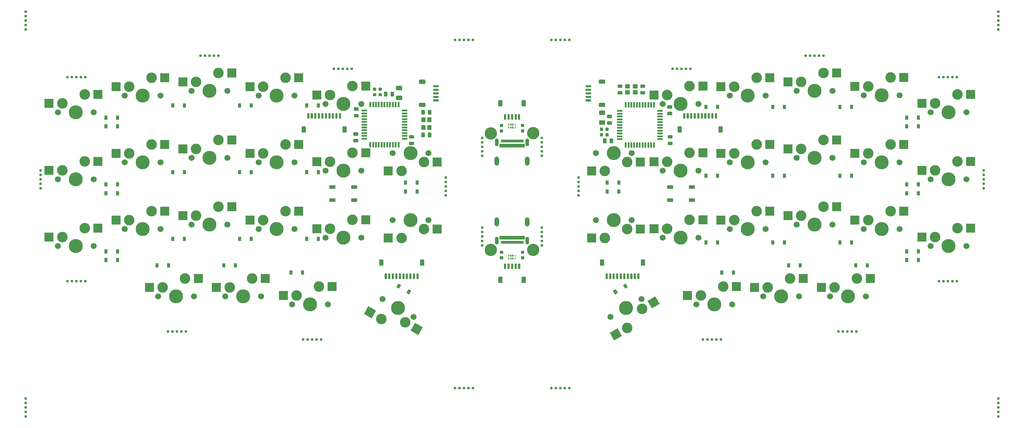
<source format=gbs>
G04 #@! TF.GenerationSoftware,KiCad,Pcbnew,(5.1.4)-1*
G04 #@! TF.CreationDate,2021-09-15T18:24:51-07:00*
G04 #@! TF.ProjectId,Panel,50616e65-6c2e-46b6-9963-61645f706362,rev?*
G04 #@! TF.SameCoordinates,Original*
G04 #@! TF.FileFunction,Soldermask,Bot*
G04 #@! TF.FilePolarity,Negative*
%FSLAX46Y46*%
G04 Gerber Fmt 4.6, Leading zero omitted, Abs format (unit mm)*
G04 Created by KiCad (PCBNEW (5.1.4)-1) date 2021-09-15 18:24:51*
%MOMM*%
%LPD*%
G04 APERTURE LIST*
%ADD10C,0.787400*%
%ADD11O,1.300000X2.600000*%
%ADD12O,1.100000X2.200000*%
%ADD13R,1.000000X0.700000*%
%ADD14R,0.300000X0.700000*%
%ADD15C,0.100000*%
%ADD16C,0.200000*%
%ADD17C,0.400000*%
%ADD18C,0.875000*%
%ADD19C,1.200000*%
%ADD20C,0.600000*%
%ADD21C,3.500000*%
%ADD22R,2.550000X2.500000*%
%ADD23C,1.701800*%
%ADD24C,3.987800*%
%ADD25C,3.000000*%
%ADD26R,1.200000X1.400000*%
%ADD27C,1.250000*%
%ADD28R,1.500000X0.550000*%
%ADD29R,0.550000X1.500000*%
%ADD30R,1.800000X1.100000*%
%ADD31C,2.500000*%
%ADD32R,0.900000X1.200000*%
%ADD33C,0.900000*%
%ADD34C,0.975000*%
%ADD35R,1.400000X1.200000*%
%ADD36C,0.254000*%
G04 APERTURE END LIST*
D10*
X160758265Y-51674229D03*
X162028265Y-51674229D03*
X165838265Y-51674229D03*
X164568265Y-51674229D03*
X163298265Y-51674229D03*
X133410886Y-51676789D03*
X134680886Y-51676789D03*
X138490886Y-51676789D03*
X137220886Y-51676789D03*
X135950886Y-51676789D03*
X138490265Y-150722229D03*
X137220265Y-150722229D03*
X133410265Y-150722229D03*
X134680265Y-150722229D03*
X135950265Y-150722229D03*
X165840265Y-150722229D03*
X164570265Y-150722229D03*
X160760265Y-150722229D03*
X162030265Y-150722229D03*
X163300265Y-150722229D03*
X287621772Y-43655578D03*
X287621772Y-44925578D03*
X287621772Y-48735578D03*
X287621772Y-47465578D03*
X287621772Y-46195578D03*
X287621772Y-153655578D03*
X287621772Y-154925578D03*
X287621772Y-158735578D03*
X287621772Y-157465578D03*
X287621772Y-156195578D03*
X11621772Y-158735578D03*
X11621772Y-157465578D03*
X11621772Y-153655578D03*
X11621772Y-154925578D03*
X11621772Y-156195578D03*
X11621772Y-48735578D03*
X11621772Y-47465578D03*
X11621772Y-43655578D03*
X11621772Y-44925578D03*
X11621772Y-46195578D03*
X158101886Y-110120789D03*
X158101886Y-108850789D03*
X158101886Y-105040789D03*
X158101886Y-106310789D03*
X158101886Y-107580789D03*
X141149886Y-105040789D03*
X141149886Y-106310789D03*
X141149886Y-110120789D03*
X141149886Y-108850789D03*
X141149886Y-107580789D03*
X158096886Y-84600789D03*
X158096886Y-83330789D03*
X158096886Y-79520789D03*
X158096886Y-80790789D03*
X158096886Y-82060789D03*
X141144886Y-79520789D03*
X141144886Y-80790789D03*
X141144886Y-84600789D03*
X141144886Y-83330789D03*
X141144886Y-82060789D03*
X168485772Y-90849578D03*
X168485772Y-92119578D03*
X168485772Y-95929578D03*
X168485772Y-94659578D03*
X168485772Y-93389578D03*
X130760265Y-95932229D03*
X130760265Y-94662229D03*
X130760265Y-90852229D03*
X130760265Y-92122229D03*
X130760265Y-93392229D03*
X283437773Y-93835577D03*
X283437773Y-92565577D03*
X283437773Y-88755577D03*
X283437773Y-90025577D03*
X283437773Y-91295577D03*
X15808265Y-88758229D03*
X15808265Y-90028229D03*
X15808265Y-93838229D03*
X15808265Y-92568229D03*
X15808265Y-91298229D03*
X200201772Y-59917578D03*
X198931772Y-59917578D03*
X195121772Y-59917578D03*
X196391772Y-59917578D03*
X197661772Y-59917578D03*
X238001772Y-56216577D03*
X236731772Y-56216577D03*
X232921772Y-56216577D03*
X234191772Y-56216577D03*
X235461772Y-56216577D03*
X275801773Y-62319577D03*
X274531773Y-62319577D03*
X270721773Y-62319577D03*
X271991773Y-62319577D03*
X273261773Y-62319577D03*
X203821772Y-136869577D03*
X205091772Y-136869577D03*
X208901772Y-136869577D03*
X207631772Y-136869577D03*
X206361772Y-136869577D03*
X242221772Y-134619577D03*
X243491772Y-134619577D03*
X247301772Y-134619577D03*
X246031772Y-134619577D03*
X244761772Y-134619577D03*
X270721772Y-120271578D03*
X271991772Y-120271578D03*
X275801772Y-120271578D03*
X274531772Y-120271578D03*
X273261772Y-120271578D03*
X90344266Y-136872228D03*
X91614266Y-136872228D03*
X95424266Y-136872228D03*
X94154266Y-136872228D03*
X92884266Y-136872228D03*
X51944265Y-134622229D03*
X53214265Y-134622229D03*
X57024265Y-134622229D03*
X55754265Y-134622229D03*
X54484265Y-134622229D03*
X23444265Y-120274229D03*
X24714265Y-120274229D03*
X28524265Y-120274229D03*
X27254265Y-120274229D03*
X25984265Y-120274229D03*
X104124265Y-59920229D03*
X102854265Y-59920229D03*
X99044265Y-59920229D03*
X100314265Y-59920229D03*
X101584265Y-59920229D03*
X66324265Y-56219230D03*
X65054265Y-56219230D03*
X61244265Y-56219230D03*
X62514265Y-56219230D03*
X63784265Y-56219230D03*
X28524265Y-62322229D03*
X27254265Y-62322229D03*
X23444265Y-62322229D03*
X24714265Y-62322229D03*
X25984265Y-62322229D03*
D11*
X153945886Y-103445789D03*
X145305886Y-103445789D03*
D12*
X153945886Y-108805789D03*
X145305886Y-108805789D03*
D13*
X146525886Y-107915789D03*
D14*
X147375886Y-107915789D03*
X147875886Y-107915789D03*
X148375886Y-107915789D03*
X148875886Y-107915789D03*
X149375886Y-107915789D03*
X149875886Y-107915789D03*
X150375886Y-107915789D03*
X150875886Y-107915789D03*
X151375886Y-107915789D03*
X151875886Y-107915789D03*
D13*
X152725886Y-107915789D03*
D14*
X152625886Y-109215789D03*
X152125886Y-109215789D03*
X151625886Y-109215789D03*
X151125886Y-109215789D03*
X150625886Y-109215789D03*
X150125886Y-109215789D03*
X149125886Y-109215789D03*
X148625886Y-109215789D03*
X148125886Y-109215789D03*
X147625886Y-109215789D03*
X147125886Y-109215789D03*
X146625886Y-109215789D03*
D15*
G36*
X148680787Y-113581030D02*
G01*
X148685641Y-113581750D01*
X148690400Y-113582942D01*
X148695020Y-113584595D01*
X148699456Y-113586693D01*
X148703665Y-113589216D01*
X148707606Y-113592138D01*
X148711241Y-113595434D01*
X148714537Y-113599069D01*
X148717459Y-113603010D01*
X148719982Y-113607219D01*
X148722080Y-113611655D01*
X148723733Y-113616275D01*
X148724925Y-113621034D01*
X148725645Y-113625888D01*
X148725886Y-113630789D01*
X148725886Y-114095789D01*
X148725645Y-114100690D01*
X148724925Y-114105544D01*
X148723733Y-114110303D01*
X148722080Y-114114923D01*
X148719982Y-114119359D01*
X148717459Y-114123568D01*
X148714537Y-114127509D01*
X148711241Y-114131144D01*
X148707606Y-114134440D01*
X148703665Y-114137362D01*
X148699456Y-114139885D01*
X148695020Y-114141983D01*
X148690400Y-114143636D01*
X148685641Y-114144828D01*
X148680787Y-114145548D01*
X148675886Y-114145789D01*
X148575886Y-114145789D01*
X148570985Y-114145548D01*
X148566131Y-114144828D01*
X148561372Y-114143636D01*
X148556752Y-114141983D01*
X148552316Y-114139885D01*
X148548107Y-114137362D01*
X148544166Y-114134440D01*
X148540531Y-114131144D01*
X148537235Y-114127509D01*
X148534313Y-114123568D01*
X148531790Y-114119359D01*
X148529692Y-114114923D01*
X148528039Y-114110303D01*
X148526847Y-114105544D01*
X148526127Y-114100690D01*
X148525886Y-114095789D01*
X148525886Y-113630789D01*
X148526127Y-113625888D01*
X148526847Y-113621034D01*
X148528039Y-113616275D01*
X148529692Y-113611655D01*
X148531790Y-113607219D01*
X148534313Y-113603010D01*
X148537235Y-113599069D01*
X148540531Y-113595434D01*
X148544166Y-113592138D01*
X148548107Y-113589216D01*
X148552316Y-113586693D01*
X148556752Y-113584595D01*
X148561372Y-113582942D01*
X148566131Y-113581750D01*
X148570985Y-113581030D01*
X148575886Y-113580789D01*
X148675886Y-113580789D01*
X148680787Y-113581030D01*
X148680787Y-113581030D01*
G37*
D16*
X148625886Y-113863289D03*
D15*
G36*
X149180787Y-113581030D02*
G01*
X149185641Y-113581750D01*
X149190400Y-113582942D01*
X149195020Y-113584595D01*
X149199456Y-113586693D01*
X149203665Y-113589216D01*
X149207606Y-113592138D01*
X149211241Y-113595434D01*
X149214537Y-113599069D01*
X149217459Y-113603010D01*
X149219982Y-113607219D01*
X149222080Y-113611655D01*
X149223733Y-113616275D01*
X149224925Y-113621034D01*
X149225645Y-113625888D01*
X149225886Y-113630789D01*
X149225886Y-114095789D01*
X149225645Y-114100690D01*
X149224925Y-114105544D01*
X149223733Y-114110303D01*
X149222080Y-114114923D01*
X149219982Y-114119359D01*
X149217459Y-114123568D01*
X149214537Y-114127509D01*
X149211241Y-114131144D01*
X149207606Y-114134440D01*
X149203665Y-114137362D01*
X149199456Y-114139885D01*
X149195020Y-114141983D01*
X149190400Y-114143636D01*
X149185641Y-114144828D01*
X149180787Y-114145548D01*
X149175886Y-114145789D01*
X149075886Y-114145789D01*
X149070985Y-114145548D01*
X149066131Y-114144828D01*
X149061372Y-114143636D01*
X149056752Y-114141983D01*
X149052316Y-114139885D01*
X149048107Y-114137362D01*
X149044166Y-114134440D01*
X149040531Y-114131144D01*
X149037235Y-114127509D01*
X149034313Y-114123568D01*
X149031790Y-114119359D01*
X149029692Y-114114923D01*
X149028039Y-114110303D01*
X149026847Y-114105544D01*
X149026127Y-114100690D01*
X149025886Y-114095789D01*
X149025886Y-113630789D01*
X149026127Y-113625888D01*
X149026847Y-113621034D01*
X149028039Y-113616275D01*
X149029692Y-113611655D01*
X149031790Y-113607219D01*
X149034313Y-113603010D01*
X149037235Y-113599069D01*
X149040531Y-113595434D01*
X149044166Y-113592138D01*
X149048107Y-113589216D01*
X149052316Y-113586693D01*
X149056752Y-113584595D01*
X149061372Y-113582942D01*
X149066131Y-113581750D01*
X149070985Y-113581030D01*
X149075886Y-113580789D01*
X149175886Y-113580789D01*
X149180787Y-113581030D01*
X149180787Y-113581030D01*
G37*
D16*
X149125886Y-113863289D03*
D15*
G36*
X149735688Y-113581271D02*
G01*
X149745395Y-113582710D01*
X149754914Y-113585095D01*
X149764154Y-113588401D01*
X149773026Y-113592597D01*
X149781443Y-113597642D01*
X149789325Y-113603488D01*
X149796597Y-113610078D01*
X149803187Y-113617350D01*
X149809033Y-113625232D01*
X149814078Y-113633649D01*
X149818274Y-113642521D01*
X149821580Y-113651761D01*
X149823965Y-113661280D01*
X149825404Y-113670987D01*
X149825886Y-113680789D01*
X149825886Y-114045789D01*
X149825404Y-114055591D01*
X149823965Y-114065298D01*
X149821580Y-114074817D01*
X149818274Y-114084057D01*
X149814078Y-114092929D01*
X149809033Y-114101346D01*
X149803187Y-114109228D01*
X149796597Y-114116500D01*
X149789325Y-114123090D01*
X149781443Y-114128936D01*
X149773026Y-114133981D01*
X149764154Y-114138177D01*
X149754914Y-114141483D01*
X149745395Y-114143868D01*
X149735688Y-114145307D01*
X149725886Y-114145789D01*
X149525886Y-114145789D01*
X149516084Y-114145307D01*
X149506377Y-114143868D01*
X149496858Y-114141483D01*
X149487618Y-114138177D01*
X149478746Y-114133981D01*
X149470329Y-114128936D01*
X149462447Y-114123090D01*
X149455175Y-114116500D01*
X149448585Y-114109228D01*
X149442739Y-114101346D01*
X149437694Y-114092929D01*
X149433498Y-114084057D01*
X149430192Y-114074817D01*
X149427807Y-114065298D01*
X149426368Y-114055591D01*
X149425886Y-114045789D01*
X149425886Y-113680789D01*
X149426368Y-113670987D01*
X149427807Y-113661280D01*
X149430192Y-113651761D01*
X149433498Y-113642521D01*
X149437694Y-113633649D01*
X149442739Y-113625232D01*
X149448585Y-113617350D01*
X149455175Y-113610078D01*
X149462447Y-113603488D01*
X149470329Y-113597642D01*
X149478746Y-113592597D01*
X149487618Y-113588401D01*
X149496858Y-113585095D01*
X149506377Y-113582710D01*
X149516084Y-113581271D01*
X149525886Y-113580789D01*
X149725886Y-113580789D01*
X149735688Y-113581271D01*
X149735688Y-113581271D01*
G37*
D17*
X149625886Y-113863289D03*
D15*
G36*
X150180787Y-113581030D02*
G01*
X150185641Y-113581750D01*
X150190400Y-113582942D01*
X150195020Y-113584595D01*
X150199456Y-113586693D01*
X150203665Y-113589216D01*
X150207606Y-113592138D01*
X150211241Y-113595434D01*
X150214537Y-113599069D01*
X150217459Y-113603010D01*
X150219982Y-113607219D01*
X150222080Y-113611655D01*
X150223733Y-113616275D01*
X150224925Y-113621034D01*
X150225645Y-113625888D01*
X150225886Y-113630789D01*
X150225886Y-114095789D01*
X150225645Y-114100690D01*
X150224925Y-114105544D01*
X150223733Y-114110303D01*
X150222080Y-114114923D01*
X150219982Y-114119359D01*
X150217459Y-114123568D01*
X150214537Y-114127509D01*
X150211241Y-114131144D01*
X150207606Y-114134440D01*
X150203665Y-114137362D01*
X150199456Y-114139885D01*
X150195020Y-114141983D01*
X150190400Y-114143636D01*
X150185641Y-114144828D01*
X150180787Y-114145548D01*
X150175886Y-114145789D01*
X150075886Y-114145789D01*
X150070985Y-114145548D01*
X150066131Y-114144828D01*
X150061372Y-114143636D01*
X150056752Y-114141983D01*
X150052316Y-114139885D01*
X150048107Y-114137362D01*
X150044166Y-114134440D01*
X150040531Y-114131144D01*
X150037235Y-114127509D01*
X150034313Y-114123568D01*
X150031790Y-114119359D01*
X150029692Y-114114923D01*
X150028039Y-114110303D01*
X150026847Y-114105544D01*
X150026127Y-114100690D01*
X150025886Y-114095789D01*
X150025886Y-113630789D01*
X150026127Y-113625888D01*
X150026847Y-113621034D01*
X150028039Y-113616275D01*
X150029692Y-113611655D01*
X150031790Y-113607219D01*
X150034313Y-113603010D01*
X150037235Y-113599069D01*
X150040531Y-113595434D01*
X150044166Y-113592138D01*
X150048107Y-113589216D01*
X150052316Y-113586693D01*
X150056752Y-113584595D01*
X150061372Y-113582942D01*
X150066131Y-113581750D01*
X150070985Y-113581030D01*
X150075886Y-113580789D01*
X150175886Y-113580789D01*
X150180787Y-113581030D01*
X150180787Y-113581030D01*
G37*
D16*
X150125886Y-113863289D03*
D15*
G36*
X150680787Y-113581030D02*
G01*
X150685641Y-113581750D01*
X150690400Y-113582942D01*
X150695020Y-113584595D01*
X150699456Y-113586693D01*
X150703665Y-113589216D01*
X150707606Y-113592138D01*
X150711241Y-113595434D01*
X150714537Y-113599069D01*
X150717459Y-113603010D01*
X150719982Y-113607219D01*
X150722080Y-113611655D01*
X150723733Y-113616275D01*
X150724925Y-113621034D01*
X150725645Y-113625888D01*
X150725886Y-113630789D01*
X150725886Y-114095789D01*
X150725645Y-114100690D01*
X150724925Y-114105544D01*
X150723733Y-114110303D01*
X150722080Y-114114923D01*
X150719982Y-114119359D01*
X150717459Y-114123568D01*
X150714537Y-114127509D01*
X150711241Y-114131144D01*
X150707606Y-114134440D01*
X150703665Y-114137362D01*
X150699456Y-114139885D01*
X150695020Y-114141983D01*
X150690400Y-114143636D01*
X150685641Y-114144828D01*
X150680787Y-114145548D01*
X150675886Y-114145789D01*
X150575886Y-114145789D01*
X150570985Y-114145548D01*
X150566131Y-114144828D01*
X150561372Y-114143636D01*
X150556752Y-114141983D01*
X150552316Y-114139885D01*
X150548107Y-114137362D01*
X150544166Y-114134440D01*
X150540531Y-114131144D01*
X150537235Y-114127509D01*
X150534313Y-114123568D01*
X150531790Y-114119359D01*
X150529692Y-114114923D01*
X150528039Y-114110303D01*
X150526847Y-114105544D01*
X150526127Y-114100690D01*
X150525886Y-114095789D01*
X150525886Y-113630789D01*
X150526127Y-113625888D01*
X150526847Y-113621034D01*
X150528039Y-113616275D01*
X150529692Y-113611655D01*
X150531790Y-113607219D01*
X150534313Y-113603010D01*
X150537235Y-113599069D01*
X150540531Y-113595434D01*
X150544166Y-113592138D01*
X150548107Y-113589216D01*
X150552316Y-113586693D01*
X150556752Y-113584595D01*
X150561372Y-113582942D01*
X150566131Y-113581750D01*
X150570985Y-113581030D01*
X150575886Y-113580789D01*
X150675886Y-113580789D01*
X150680787Y-113581030D01*
X150680787Y-113581030D01*
G37*
D16*
X150625886Y-113863289D03*
D15*
G36*
X150680787Y-112746030D02*
G01*
X150685641Y-112746750D01*
X150690400Y-112747942D01*
X150695020Y-112749595D01*
X150699456Y-112751693D01*
X150703665Y-112754216D01*
X150707606Y-112757138D01*
X150711241Y-112760434D01*
X150714537Y-112764069D01*
X150717459Y-112768010D01*
X150719982Y-112772219D01*
X150722080Y-112776655D01*
X150723733Y-112781275D01*
X150724925Y-112786034D01*
X150725645Y-112790888D01*
X150725886Y-112795789D01*
X150725886Y-113260789D01*
X150725645Y-113265690D01*
X150724925Y-113270544D01*
X150723733Y-113275303D01*
X150722080Y-113279923D01*
X150719982Y-113284359D01*
X150717459Y-113288568D01*
X150714537Y-113292509D01*
X150711241Y-113296144D01*
X150707606Y-113299440D01*
X150703665Y-113302362D01*
X150699456Y-113304885D01*
X150695020Y-113306983D01*
X150690400Y-113308636D01*
X150685641Y-113309828D01*
X150680787Y-113310548D01*
X150675886Y-113310789D01*
X150575886Y-113310789D01*
X150570985Y-113310548D01*
X150566131Y-113309828D01*
X150561372Y-113308636D01*
X150556752Y-113306983D01*
X150552316Y-113304885D01*
X150548107Y-113302362D01*
X150544166Y-113299440D01*
X150540531Y-113296144D01*
X150537235Y-113292509D01*
X150534313Y-113288568D01*
X150531790Y-113284359D01*
X150529692Y-113279923D01*
X150528039Y-113275303D01*
X150526847Y-113270544D01*
X150526127Y-113265690D01*
X150525886Y-113260789D01*
X150525886Y-112795789D01*
X150526127Y-112790888D01*
X150526847Y-112786034D01*
X150528039Y-112781275D01*
X150529692Y-112776655D01*
X150531790Y-112772219D01*
X150534313Y-112768010D01*
X150537235Y-112764069D01*
X150540531Y-112760434D01*
X150544166Y-112757138D01*
X150548107Y-112754216D01*
X150552316Y-112751693D01*
X150556752Y-112749595D01*
X150561372Y-112747942D01*
X150566131Y-112746750D01*
X150570985Y-112746030D01*
X150575886Y-112745789D01*
X150675886Y-112745789D01*
X150680787Y-112746030D01*
X150680787Y-112746030D01*
G37*
D16*
X150625886Y-113028289D03*
D15*
G36*
X150180787Y-112746030D02*
G01*
X150185641Y-112746750D01*
X150190400Y-112747942D01*
X150195020Y-112749595D01*
X150199456Y-112751693D01*
X150203665Y-112754216D01*
X150207606Y-112757138D01*
X150211241Y-112760434D01*
X150214537Y-112764069D01*
X150217459Y-112768010D01*
X150219982Y-112772219D01*
X150222080Y-112776655D01*
X150223733Y-112781275D01*
X150224925Y-112786034D01*
X150225645Y-112790888D01*
X150225886Y-112795789D01*
X150225886Y-113260789D01*
X150225645Y-113265690D01*
X150224925Y-113270544D01*
X150223733Y-113275303D01*
X150222080Y-113279923D01*
X150219982Y-113284359D01*
X150217459Y-113288568D01*
X150214537Y-113292509D01*
X150211241Y-113296144D01*
X150207606Y-113299440D01*
X150203665Y-113302362D01*
X150199456Y-113304885D01*
X150195020Y-113306983D01*
X150190400Y-113308636D01*
X150185641Y-113309828D01*
X150180787Y-113310548D01*
X150175886Y-113310789D01*
X150075886Y-113310789D01*
X150070985Y-113310548D01*
X150066131Y-113309828D01*
X150061372Y-113308636D01*
X150056752Y-113306983D01*
X150052316Y-113304885D01*
X150048107Y-113302362D01*
X150044166Y-113299440D01*
X150040531Y-113296144D01*
X150037235Y-113292509D01*
X150034313Y-113288568D01*
X150031790Y-113284359D01*
X150029692Y-113279923D01*
X150028039Y-113275303D01*
X150026847Y-113270544D01*
X150026127Y-113265690D01*
X150025886Y-113260789D01*
X150025886Y-112795789D01*
X150026127Y-112790888D01*
X150026847Y-112786034D01*
X150028039Y-112781275D01*
X150029692Y-112776655D01*
X150031790Y-112772219D01*
X150034313Y-112768010D01*
X150037235Y-112764069D01*
X150040531Y-112760434D01*
X150044166Y-112757138D01*
X150048107Y-112754216D01*
X150052316Y-112751693D01*
X150056752Y-112749595D01*
X150061372Y-112747942D01*
X150066131Y-112746750D01*
X150070985Y-112746030D01*
X150075886Y-112745789D01*
X150175886Y-112745789D01*
X150180787Y-112746030D01*
X150180787Y-112746030D01*
G37*
D16*
X150125886Y-113028289D03*
D15*
G36*
X149735688Y-112746271D02*
G01*
X149745395Y-112747710D01*
X149754914Y-112750095D01*
X149764154Y-112753401D01*
X149773026Y-112757597D01*
X149781443Y-112762642D01*
X149789325Y-112768488D01*
X149796597Y-112775078D01*
X149803187Y-112782350D01*
X149809033Y-112790232D01*
X149814078Y-112798649D01*
X149818274Y-112807521D01*
X149821580Y-112816761D01*
X149823965Y-112826280D01*
X149825404Y-112835987D01*
X149825886Y-112845789D01*
X149825886Y-113210789D01*
X149825404Y-113220591D01*
X149823965Y-113230298D01*
X149821580Y-113239817D01*
X149818274Y-113249057D01*
X149814078Y-113257929D01*
X149809033Y-113266346D01*
X149803187Y-113274228D01*
X149796597Y-113281500D01*
X149789325Y-113288090D01*
X149781443Y-113293936D01*
X149773026Y-113298981D01*
X149764154Y-113303177D01*
X149754914Y-113306483D01*
X149745395Y-113308868D01*
X149735688Y-113310307D01*
X149725886Y-113310789D01*
X149525886Y-113310789D01*
X149516084Y-113310307D01*
X149506377Y-113308868D01*
X149496858Y-113306483D01*
X149487618Y-113303177D01*
X149478746Y-113298981D01*
X149470329Y-113293936D01*
X149462447Y-113288090D01*
X149455175Y-113281500D01*
X149448585Y-113274228D01*
X149442739Y-113266346D01*
X149437694Y-113257929D01*
X149433498Y-113249057D01*
X149430192Y-113239817D01*
X149427807Y-113230298D01*
X149426368Y-113220591D01*
X149425886Y-113210789D01*
X149425886Y-112845789D01*
X149426368Y-112835987D01*
X149427807Y-112826280D01*
X149430192Y-112816761D01*
X149433498Y-112807521D01*
X149437694Y-112798649D01*
X149442739Y-112790232D01*
X149448585Y-112782350D01*
X149455175Y-112775078D01*
X149462447Y-112768488D01*
X149470329Y-112762642D01*
X149478746Y-112757597D01*
X149487618Y-112753401D01*
X149496858Y-112750095D01*
X149506377Y-112747710D01*
X149516084Y-112746271D01*
X149525886Y-112745789D01*
X149725886Y-112745789D01*
X149735688Y-112746271D01*
X149735688Y-112746271D01*
G37*
D17*
X149625886Y-113028289D03*
D15*
G36*
X149180787Y-112746030D02*
G01*
X149185641Y-112746750D01*
X149190400Y-112747942D01*
X149195020Y-112749595D01*
X149199456Y-112751693D01*
X149203665Y-112754216D01*
X149207606Y-112757138D01*
X149211241Y-112760434D01*
X149214537Y-112764069D01*
X149217459Y-112768010D01*
X149219982Y-112772219D01*
X149222080Y-112776655D01*
X149223733Y-112781275D01*
X149224925Y-112786034D01*
X149225645Y-112790888D01*
X149225886Y-112795789D01*
X149225886Y-113260789D01*
X149225645Y-113265690D01*
X149224925Y-113270544D01*
X149223733Y-113275303D01*
X149222080Y-113279923D01*
X149219982Y-113284359D01*
X149217459Y-113288568D01*
X149214537Y-113292509D01*
X149211241Y-113296144D01*
X149207606Y-113299440D01*
X149203665Y-113302362D01*
X149199456Y-113304885D01*
X149195020Y-113306983D01*
X149190400Y-113308636D01*
X149185641Y-113309828D01*
X149180787Y-113310548D01*
X149175886Y-113310789D01*
X149075886Y-113310789D01*
X149070985Y-113310548D01*
X149066131Y-113309828D01*
X149061372Y-113308636D01*
X149056752Y-113306983D01*
X149052316Y-113304885D01*
X149048107Y-113302362D01*
X149044166Y-113299440D01*
X149040531Y-113296144D01*
X149037235Y-113292509D01*
X149034313Y-113288568D01*
X149031790Y-113284359D01*
X149029692Y-113279923D01*
X149028039Y-113275303D01*
X149026847Y-113270544D01*
X149026127Y-113265690D01*
X149025886Y-113260789D01*
X149025886Y-112795789D01*
X149026127Y-112790888D01*
X149026847Y-112786034D01*
X149028039Y-112781275D01*
X149029692Y-112776655D01*
X149031790Y-112772219D01*
X149034313Y-112768010D01*
X149037235Y-112764069D01*
X149040531Y-112760434D01*
X149044166Y-112757138D01*
X149048107Y-112754216D01*
X149052316Y-112751693D01*
X149056752Y-112749595D01*
X149061372Y-112747942D01*
X149066131Y-112746750D01*
X149070985Y-112746030D01*
X149075886Y-112745789D01*
X149175886Y-112745789D01*
X149180787Y-112746030D01*
X149180787Y-112746030D01*
G37*
D16*
X149125886Y-113028289D03*
D15*
G36*
X148680787Y-112746030D02*
G01*
X148685641Y-112746750D01*
X148690400Y-112747942D01*
X148695020Y-112749595D01*
X148699456Y-112751693D01*
X148703665Y-112754216D01*
X148707606Y-112757138D01*
X148711241Y-112760434D01*
X148714537Y-112764069D01*
X148717459Y-112768010D01*
X148719982Y-112772219D01*
X148722080Y-112776655D01*
X148723733Y-112781275D01*
X148724925Y-112786034D01*
X148725645Y-112790888D01*
X148725886Y-112795789D01*
X148725886Y-113260789D01*
X148725645Y-113265690D01*
X148724925Y-113270544D01*
X148723733Y-113275303D01*
X148722080Y-113279923D01*
X148719982Y-113284359D01*
X148717459Y-113288568D01*
X148714537Y-113292509D01*
X148711241Y-113296144D01*
X148707606Y-113299440D01*
X148703665Y-113302362D01*
X148699456Y-113304885D01*
X148695020Y-113306983D01*
X148690400Y-113308636D01*
X148685641Y-113309828D01*
X148680787Y-113310548D01*
X148675886Y-113310789D01*
X148575886Y-113310789D01*
X148570985Y-113310548D01*
X148566131Y-113309828D01*
X148561372Y-113308636D01*
X148556752Y-113306983D01*
X148552316Y-113304885D01*
X148548107Y-113302362D01*
X148544166Y-113299440D01*
X148540531Y-113296144D01*
X148537235Y-113292509D01*
X148534313Y-113288568D01*
X148531790Y-113284359D01*
X148529692Y-113279923D01*
X148528039Y-113275303D01*
X148526847Y-113270544D01*
X148526127Y-113265690D01*
X148525886Y-113260789D01*
X148525886Y-112795789D01*
X148526127Y-112790888D01*
X148526847Y-112786034D01*
X148528039Y-112781275D01*
X148529692Y-112776655D01*
X148531790Y-112772219D01*
X148534313Y-112768010D01*
X148537235Y-112764069D01*
X148540531Y-112760434D01*
X148544166Y-112757138D01*
X148548107Y-112754216D01*
X148552316Y-112751693D01*
X148556752Y-112749595D01*
X148561372Y-112747942D01*
X148566131Y-112746750D01*
X148570985Y-112746030D01*
X148575886Y-112745789D01*
X148675886Y-112745789D01*
X148680787Y-112746030D01*
X148680787Y-112746030D01*
G37*
D16*
X148625886Y-113028289D03*
D15*
G36*
X146903577Y-113196842D02*
G01*
X146924812Y-113199992D01*
X146945636Y-113205208D01*
X146965848Y-113212440D01*
X146985254Y-113221619D01*
X147003667Y-113232655D01*
X147020910Y-113245443D01*
X147036816Y-113259859D01*
X147051232Y-113275765D01*
X147064020Y-113293008D01*
X147075056Y-113311421D01*
X147084235Y-113330827D01*
X147091467Y-113351039D01*
X147096683Y-113371863D01*
X147099833Y-113393098D01*
X147100886Y-113414539D01*
X147100886Y-113852039D01*
X147099833Y-113873480D01*
X147096683Y-113894715D01*
X147091467Y-113915539D01*
X147084235Y-113935751D01*
X147075056Y-113955157D01*
X147064020Y-113973570D01*
X147051232Y-113990813D01*
X147036816Y-114006719D01*
X147020910Y-114021135D01*
X147003667Y-114033923D01*
X146985254Y-114044959D01*
X146965848Y-114054138D01*
X146945636Y-114061370D01*
X146924812Y-114066586D01*
X146903577Y-114069736D01*
X146882136Y-114070789D01*
X146369636Y-114070789D01*
X146348195Y-114069736D01*
X146326960Y-114066586D01*
X146306136Y-114061370D01*
X146285924Y-114054138D01*
X146266518Y-114044959D01*
X146248105Y-114033923D01*
X146230862Y-114021135D01*
X146214956Y-114006719D01*
X146200540Y-113990813D01*
X146187752Y-113973570D01*
X146176716Y-113955157D01*
X146167537Y-113935751D01*
X146160305Y-113915539D01*
X146155089Y-113894715D01*
X146151939Y-113873480D01*
X146150886Y-113852039D01*
X146150886Y-113414539D01*
X146151939Y-113393098D01*
X146155089Y-113371863D01*
X146160305Y-113351039D01*
X146167537Y-113330827D01*
X146176716Y-113311421D01*
X146187752Y-113293008D01*
X146200540Y-113275765D01*
X146214956Y-113259859D01*
X146230862Y-113245443D01*
X146248105Y-113232655D01*
X146266518Y-113221619D01*
X146285924Y-113212440D01*
X146306136Y-113205208D01*
X146326960Y-113199992D01*
X146348195Y-113196842D01*
X146369636Y-113195789D01*
X146882136Y-113195789D01*
X146903577Y-113196842D01*
X146903577Y-113196842D01*
G37*
D18*
X146625886Y-113633289D03*
D15*
G36*
X146903577Y-111621842D02*
G01*
X146924812Y-111624992D01*
X146945636Y-111630208D01*
X146965848Y-111637440D01*
X146985254Y-111646619D01*
X147003667Y-111657655D01*
X147020910Y-111670443D01*
X147036816Y-111684859D01*
X147051232Y-111700765D01*
X147064020Y-111718008D01*
X147075056Y-111736421D01*
X147084235Y-111755827D01*
X147091467Y-111776039D01*
X147096683Y-111796863D01*
X147099833Y-111818098D01*
X147100886Y-111839539D01*
X147100886Y-112277039D01*
X147099833Y-112298480D01*
X147096683Y-112319715D01*
X147091467Y-112340539D01*
X147084235Y-112360751D01*
X147075056Y-112380157D01*
X147064020Y-112398570D01*
X147051232Y-112415813D01*
X147036816Y-112431719D01*
X147020910Y-112446135D01*
X147003667Y-112458923D01*
X146985254Y-112469959D01*
X146965848Y-112479138D01*
X146945636Y-112486370D01*
X146924812Y-112491586D01*
X146903577Y-112494736D01*
X146882136Y-112495789D01*
X146369636Y-112495789D01*
X146348195Y-112494736D01*
X146326960Y-112491586D01*
X146306136Y-112486370D01*
X146285924Y-112479138D01*
X146266518Y-112469959D01*
X146248105Y-112458923D01*
X146230862Y-112446135D01*
X146214956Y-112431719D01*
X146200540Y-112415813D01*
X146187752Y-112398570D01*
X146176716Y-112380157D01*
X146167537Y-112360751D01*
X146160305Y-112340539D01*
X146155089Y-112319715D01*
X146151939Y-112298480D01*
X146150886Y-112277039D01*
X146150886Y-111839539D01*
X146151939Y-111818098D01*
X146155089Y-111796863D01*
X146160305Y-111776039D01*
X146167537Y-111755827D01*
X146176716Y-111736421D01*
X146187752Y-111718008D01*
X146200540Y-111700765D01*
X146214956Y-111684859D01*
X146230862Y-111670443D01*
X146248105Y-111657655D01*
X146266518Y-111646619D01*
X146285924Y-111637440D01*
X146306136Y-111630208D01*
X146326960Y-111624992D01*
X146348195Y-111621842D01*
X146369636Y-111620789D01*
X146882136Y-111620789D01*
X146903577Y-111621842D01*
X146903577Y-111621842D01*
G37*
D18*
X146625886Y-112058289D03*
D15*
G36*
X152903577Y-111621842D02*
G01*
X152924812Y-111624992D01*
X152945636Y-111630208D01*
X152965848Y-111637440D01*
X152985254Y-111646619D01*
X153003667Y-111657655D01*
X153020910Y-111670443D01*
X153036816Y-111684859D01*
X153051232Y-111700765D01*
X153064020Y-111718008D01*
X153075056Y-111736421D01*
X153084235Y-111755827D01*
X153091467Y-111776039D01*
X153096683Y-111796863D01*
X153099833Y-111818098D01*
X153100886Y-111839539D01*
X153100886Y-112277039D01*
X153099833Y-112298480D01*
X153096683Y-112319715D01*
X153091467Y-112340539D01*
X153084235Y-112360751D01*
X153075056Y-112380157D01*
X153064020Y-112398570D01*
X153051232Y-112415813D01*
X153036816Y-112431719D01*
X153020910Y-112446135D01*
X153003667Y-112458923D01*
X152985254Y-112469959D01*
X152965848Y-112479138D01*
X152945636Y-112486370D01*
X152924812Y-112491586D01*
X152903577Y-112494736D01*
X152882136Y-112495789D01*
X152369636Y-112495789D01*
X152348195Y-112494736D01*
X152326960Y-112491586D01*
X152306136Y-112486370D01*
X152285924Y-112479138D01*
X152266518Y-112469959D01*
X152248105Y-112458923D01*
X152230862Y-112446135D01*
X152214956Y-112431719D01*
X152200540Y-112415813D01*
X152187752Y-112398570D01*
X152176716Y-112380157D01*
X152167537Y-112360751D01*
X152160305Y-112340539D01*
X152155089Y-112319715D01*
X152151939Y-112298480D01*
X152150886Y-112277039D01*
X152150886Y-111839539D01*
X152151939Y-111818098D01*
X152155089Y-111796863D01*
X152160305Y-111776039D01*
X152167537Y-111755827D01*
X152176716Y-111736421D01*
X152187752Y-111718008D01*
X152200540Y-111700765D01*
X152214956Y-111684859D01*
X152230862Y-111670443D01*
X152248105Y-111657655D01*
X152266518Y-111646619D01*
X152285924Y-111637440D01*
X152306136Y-111630208D01*
X152326960Y-111624992D01*
X152348195Y-111621842D01*
X152369636Y-111620789D01*
X152882136Y-111620789D01*
X152903577Y-111621842D01*
X152903577Y-111621842D01*
G37*
D18*
X152625886Y-112058289D03*
D15*
G36*
X152903577Y-113196842D02*
G01*
X152924812Y-113199992D01*
X152945636Y-113205208D01*
X152965848Y-113212440D01*
X152985254Y-113221619D01*
X153003667Y-113232655D01*
X153020910Y-113245443D01*
X153036816Y-113259859D01*
X153051232Y-113275765D01*
X153064020Y-113293008D01*
X153075056Y-113311421D01*
X153084235Y-113330827D01*
X153091467Y-113351039D01*
X153096683Y-113371863D01*
X153099833Y-113393098D01*
X153100886Y-113414539D01*
X153100886Y-113852039D01*
X153099833Y-113873480D01*
X153096683Y-113894715D01*
X153091467Y-113915539D01*
X153084235Y-113935751D01*
X153075056Y-113955157D01*
X153064020Y-113973570D01*
X153051232Y-113990813D01*
X153036816Y-114006719D01*
X153020910Y-114021135D01*
X153003667Y-114033923D01*
X152985254Y-114044959D01*
X152965848Y-114054138D01*
X152945636Y-114061370D01*
X152924812Y-114066586D01*
X152903577Y-114069736D01*
X152882136Y-114070789D01*
X152369636Y-114070789D01*
X152348195Y-114069736D01*
X152326960Y-114066586D01*
X152306136Y-114061370D01*
X152285924Y-114054138D01*
X152266518Y-114044959D01*
X152248105Y-114033923D01*
X152230862Y-114021135D01*
X152214956Y-114006719D01*
X152200540Y-113990813D01*
X152187752Y-113973570D01*
X152176716Y-113955157D01*
X152167537Y-113935751D01*
X152160305Y-113915539D01*
X152155089Y-113894715D01*
X152151939Y-113873480D01*
X152150886Y-113852039D01*
X152150886Y-113414539D01*
X152151939Y-113393098D01*
X152155089Y-113371863D01*
X152160305Y-113351039D01*
X152167537Y-113330827D01*
X152176716Y-113311421D01*
X152187752Y-113293008D01*
X152200540Y-113275765D01*
X152214956Y-113259859D01*
X152230862Y-113245443D01*
X152248105Y-113232655D01*
X152266518Y-113221619D01*
X152285924Y-113212440D01*
X152306136Y-113205208D01*
X152326960Y-113199992D01*
X152348195Y-113196842D01*
X152369636Y-113195789D01*
X152882136Y-113195789D01*
X152903577Y-113196842D01*
X152903577Y-113196842D01*
G37*
D18*
X152625886Y-113633289D03*
D15*
G36*
X146700391Y-119021993D02*
G01*
X146724659Y-119025593D01*
X146748458Y-119031554D01*
X146771557Y-119039819D01*
X146793736Y-119050309D01*
X146814779Y-119062921D01*
X146834485Y-119077536D01*
X146852663Y-119094012D01*
X146869139Y-119112190D01*
X146883754Y-119131896D01*
X146896366Y-119152939D01*
X146906856Y-119175118D01*
X146915121Y-119198217D01*
X146921082Y-119222016D01*
X146924682Y-119246284D01*
X146925886Y-119270788D01*
X146925886Y-120570790D01*
X146924682Y-120595294D01*
X146921082Y-120619562D01*
X146915121Y-120643361D01*
X146906856Y-120666460D01*
X146896366Y-120688639D01*
X146883754Y-120709682D01*
X146869139Y-120729388D01*
X146852663Y-120747566D01*
X146834485Y-120764042D01*
X146814779Y-120778657D01*
X146793736Y-120791269D01*
X146771557Y-120801759D01*
X146748458Y-120810024D01*
X146724659Y-120815985D01*
X146700391Y-120819585D01*
X146675887Y-120820789D01*
X145975885Y-120820789D01*
X145951381Y-120819585D01*
X145927113Y-120815985D01*
X145903314Y-120810024D01*
X145880215Y-120801759D01*
X145858036Y-120791269D01*
X145836993Y-120778657D01*
X145817287Y-120764042D01*
X145799109Y-120747566D01*
X145782633Y-120729388D01*
X145768018Y-120709682D01*
X145755406Y-120688639D01*
X145744916Y-120666460D01*
X145736651Y-120643361D01*
X145730690Y-120619562D01*
X145727090Y-120595294D01*
X145725886Y-120570790D01*
X145725886Y-119270788D01*
X145727090Y-119246284D01*
X145730690Y-119222016D01*
X145736651Y-119198217D01*
X145744916Y-119175118D01*
X145755406Y-119152939D01*
X145768018Y-119131896D01*
X145782633Y-119112190D01*
X145799109Y-119094012D01*
X145817287Y-119077536D01*
X145836993Y-119062921D01*
X145858036Y-119050309D01*
X145880215Y-119039819D01*
X145903314Y-119031554D01*
X145927113Y-119025593D01*
X145951381Y-119021993D01*
X145975885Y-119020789D01*
X146675887Y-119020789D01*
X146700391Y-119021993D01*
X146700391Y-119021993D01*
G37*
D19*
X146325886Y-119920789D03*
D15*
G36*
X153300391Y-119021993D02*
G01*
X153324659Y-119025593D01*
X153348458Y-119031554D01*
X153371557Y-119039819D01*
X153393736Y-119050309D01*
X153414779Y-119062921D01*
X153434485Y-119077536D01*
X153452663Y-119094012D01*
X153469139Y-119112190D01*
X153483754Y-119131896D01*
X153496366Y-119152939D01*
X153506856Y-119175118D01*
X153515121Y-119198217D01*
X153521082Y-119222016D01*
X153524682Y-119246284D01*
X153525886Y-119270788D01*
X153525886Y-120570790D01*
X153524682Y-120595294D01*
X153521082Y-120619562D01*
X153515121Y-120643361D01*
X153506856Y-120666460D01*
X153496366Y-120688639D01*
X153483754Y-120709682D01*
X153469139Y-120729388D01*
X153452663Y-120747566D01*
X153434485Y-120764042D01*
X153414779Y-120778657D01*
X153393736Y-120791269D01*
X153371557Y-120801759D01*
X153348458Y-120810024D01*
X153324659Y-120815985D01*
X153300391Y-120819585D01*
X153275887Y-120820789D01*
X152575885Y-120820789D01*
X152551381Y-120819585D01*
X152527113Y-120815985D01*
X152503314Y-120810024D01*
X152480215Y-120801759D01*
X152458036Y-120791269D01*
X152436993Y-120778657D01*
X152417287Y-120764042D01*
X152399109Y-120747566D01*
X152382633Y-120729388D01*
X152368018Y-120709682D01*
X152355406Y-120688639D01*
X152344916Y-120666460D01*
X152336651Y-120643361D01*
X152330690Y-120619562D01*
X152327090Y-120595294D01*
X152325886Y-120570790D01*
X152325886Y-119270788D01*
X152327090Y-119246284D01*
X152330690Y-119222016D01*
X152336651Y-119198217D01*
X152344916Y-119175118D01*
X152355406Y-119152939D01*
X152368018Y-119131896D01*
X152382633Y-119112190D01*
X152399109Y-119094012D01*
X152417287Y-119077536D01*
X152436993Y-119062921D01*
X152458036Y-119050309D01*
X152480215Y-119039819D01*
X152503314Y-119031554D01*
X152527113Y-119025593D01*
X152551381Y-119021993D01*
X152575885Y-119020789D01*
X153275887Y-119020789D01*
X153300391Y-119021993D01*
X153300391Y-119021993D01*
G37*
D19*
X152925886Y-119920789D03*
D15*
G36*
X147790589Y-115271511D02*
G01*
X147805150Y-115273671D01*
X147819429Y-115277248D01*
X147833289Y-115282207D01*
X147846596Y-115288501D01*
X147859222Y-115296069D01*
X147871045Y-115304837D01*
X147881952Y-115314723D01*
X147891838Y-115325630D01*
X147900606Y-115337453D01*
X147908174Y-115350079D01*
X147914468Y-115363386D01*
X147919427Y-115377246D01*
X147923004Y-115391525D01*
X147925164Y-115406086D01*
X147925886Y-115420789D01*
X147925886Y-116670789D01*
X147925164Y-116685492D01*
X147923004Y-116700053D01*
X147919427Y-116714332D01*
X147914468Y-116728192D01*
X147908174Y-116741499D01*
X147900606Y-116754125D01*
X147891838Y-116765948D01*
X147881952Y-116776855D01*
X147871045Y-116786741D01*
X147859222Y-116795509D01*
X147846596Y-116803077D01*
X147833289Y-116809371D01*
X147819429Y-116814330D01*
X147805150Y-116817907D01*
X147790589Y-116820067D01*
X147775886Y-116820789D01*
X147475886Y-116820789D01*
X147461183Y-116820067D01*
X147446622Y-116817907D01*
X147432343Y-116814330D01*
X147418483Y-116809371D01*
X147405176Y-116803077D01*
X147392550Y-116795509D01*
X147380727Y-116786741D01*
X147369820Y-116776855D01*
X147359934Y-116765948D01*
X147351166Y-116754125D01*
X147343598Y-116741499D01*
X147337304Y-116728192D01*
X147332345Y-116714332D01*
X147328768Y-116700053D01*
X147326608Y-116685492D01*
X147325886Y-116670789D01*
X147325886Y-115420789D01*
X147326608Y-115406086D01*
X147328768Y-115391525D01*
X147332345Y-115377246D01*
X147337304Y-115363386D01*
X147343598Y-115350079D01*
X147351166Y-115337453D01*
X147359934Y-115325630D01*
X147369820Y-115314723D01*
X147380727Y-115304837D01*
X147392550Y-115296069D01*
X147405176Y-115288501D01*
X147418483Y-115282207D01*
X147432343Y-115277248D01*
X147446622Y-115273671D01*
X147461183Y-115271511D01*
X147475886Y-115270789D01*
X147775886Y-115270789D01*
X147790589Y-115271511D01*
X147790589Y-115271511D01*
G37*
D20*
X147625886Y-116045789D03*
D15*
G36*
X148790589Y-115271511D02*
G01*
X148805150Y-115273671D01*
X148819429Y-115277248D01*
X148833289Y-115282207D01*
X148846596Y-115288501D01*
X148859222Y-115296069D01*
X148871045Y-115304837D01*
X148881952Y-115314723D01*
X148891838Y-115325630D01*
X148900606Y-115337453D01*
X148908174Y-115350079D01*
X148914468Y-115363386D01*
X148919427Y-115377246D01*
X148923004Y-115391525D01*
X148925164Y-115406086D01*
X148925886Y-115420789D01*
X148925886Y-116670789D01*
X148925164Y-116685492D01*
X148923004Y-116700053D01*
X148919427Y-116714332D01*
X148914468Y-116728192D01*
X148908174Y-116741499D01*
X148900606Y-116754125D01*
X148891838Y-116765948D01*
X148881952Y-116776855D01*
X148871045Y-116786741D01*
X148859222Y-116795509D01*
X148846596Y-116803077D01*
X148833289Y-116809371D01*
X148819429Y-116814330D01*
X148805150Y-116817907D01*
X148790589Y-116820067D01*
X148775886Y-116820789D01*
X148475886Y-116820789D01*
X148461183Y-116820067D01*
X148446622Y-116817907D01*
X148432343Y-116814330D01*
X148418483Y-116809371D01*
X148405176Y-116803077D01*
X148392550Y-116795509D01*
X148380727Y-116786741D01*
X148369820Y-116776855D01*
X148359934Y-116765948D01*
X148351166Y-116754125D01*
X148343598Y-116741499D01*
X148337304Y-116728192D01*
X148332345Y-116714332D01*
X148328768Y-116700053D01*
X148326608Y-116685492D01*
X148325886Y-116670789D01*
X148325886Y-115420789D01*
X148326608Y-115406086D01*
X148328768Y-115391525D01*
X148332345Y-115377246D01*
X148337304Y-115363386D01*
X148343598Y-115350079D01*
X148351166Y-115337453D01*
X148359934Y-115325630D01*
X148369820Y-115314723D01*
X148380727Y-115304837D01*
X148392550Y-115296069D01*
X148405176Y-115288501D01*
X148418483Y-115282207D01*
X148432343Y-115277248D01*
X148446622Y-115273671D01*
X148461183Y-115271511D01*
X148475886Y-115270789D01*
X148775886Y-115270789D01*
X148790589Y-115271511D01*
X148790589Y-115271511D01*
G37*
D20*
X148625886Y-116045789D03*
D15*
G36*
X149790589Y-115271511D02*
G01*
X149805150Y-115273671D01*
X149819429Y-115277248D01*
X149833289Y-115282207D01*
X149846596Y-115288501D01*
X149859222Y-115296069D01*
X149871045Y-115304837D01*
X149881952Y-115314723D01*
X149891838Y-115325630D01*
X149900606Y-115337453D01*
X149908174Y-115350079D01*
X149914468Y-115363386D01*
X149919427Y-115377246D01*
X149923004Y-115391525D01*
X149925164Y-115406086D01*
X149925886Y-115420789D01*
X149925886Y-116670789D01*
X149925164Y-116685492D01*
X149923004Y-116700053D01*
X149919427Y-116714332D01*
X149914468Y-116728192D01*
X149908174Y-116741499D01*
X149900606Y-116754125D01*
X149891838Y-116765948D01*
X149881952Y-116776855D01*
X149871045Y-116786741D01*
X149859222Y-116795509D01*
X149846596Y-116803077D01*
X149833289Y-116809371D01*
X149819429Y-116814330D01*
X149805150Y-116817907D01*
X149790589Y-116820067D01*
X149775886Y-116820789D01*
X149475886Y-116820789D01*
X149461183Y-116820067D01*
X149446622Y-116817907D01*
X149432343Y-116814330D01*
X149418483Y-116809371D01*
X149405176Y-116803077D01*
X149392550Y-116795509D01*
X149380727Y-116786741D01*
X149369820Y-116776855D01*
X149359934Y-116765948D01*
X149351166Y-116754125D01*
X149343598Y-116741499D01*
X149337304Y-116728192D01*
X149332345Y-116714332D01*
X149328768Y-116700053D01*
X149326608Y-116685492D01*
X149325886Y-116670789D01*
X149325886Y-115420789D01*
X149326608Y-115406086D01*
X149328768Y-115391525D01*
X149332345Y-115377246D01*
X149337304Y-115363386D01*
X149343598Y-115350079D01*
X149351166Y-115337453D01*
X149359934Y-115325630D01*
X149369820Y-115314723D01*
X149380727Y-115304837D01*
X149392550Y-115296069D01*
X149405176Y-115288501D01*
X149418483Y-115282207D01*
X149432343Y-115277248D01*
X149446622Y-115273671D01*
X149461183Y-115271511D01*
X149475886Y-115270789D01*
X149775886Y-115270789D01*
X149790589Y-115271511D01*
X149790589Y-115271511D01*
G37*
D20*
X149625886Y-116045789D03*
D15*
G36*
X150790589Y-115271511D02*
G01*
X150805150Y-115273671D01*
X150819429Y-115277248D01*
X150833289Y-115282207D01*
X150846596Y-115288501D01*
X150859222Y-115296069D01*
X150871045Y-115304837D01*
X150881952Y-115314723D01*
X150891838Y-115325630D01*
X150900606Y-115337453D01*
X150908174Y-115350079D01*
X150914468Y-115363386D01*
X150919427Y-115377246D01*
X150923004Y-115391525D01*
X150925164Y-115406086D01*
X150925886Y-115420789D01*
X150925886Y-116670789D01*
X150925164Y-116685492D01*
X150923004Y-116700053D01*
X150919427Y-116714332D01*
X150914468Y-116728192D01*
X150908174Y-116741499D01*
X150900606Y-116754125D01*
X150891838Y-116765948D01*
X150881952Y-116776855D01*
X150871045Y-116786741D01*
X150859222Y-116795509D01*
X150846596Y-116803077D01*
X150833289Y-116809371D01*
X150819429Y-116814330D01*
X150805150Y-116817907D01*
X150790589Y-116820067D01*
X150775886Y-116820789D01*
X150475886Y-116820789D01*
X150461183Y-116820067D01*
X150446622Y-116817907D01*
X150432343Y-116814330D01*
X150418483Y-116809371D01*
X150405176Y-116803077D01*
X150392550Y-116795509D01*
X150380727Y-116786741D01*
X150369820Y-116776855D01*
X150359934Y-116765948D01*
X150351166Y-116754125D01*
X150343598Y-116741499D01*
X150337304Y-116728192D01*
X150332345Y-116714332D01*
X150328768Y-116700053D01*
X150326608Y-116685492D01*
X150325886Y-116670789D01*
X150325886Y-115420789D01*
X150326608Y-115406086D01*
X150328768Y-115391525D01*
X150332345Y-115377246D01*
X150337304Y-115363386D01*
X150343598Y-115350079D01*
X150351166Y-115337453D01*
X150359934Y-115325630D01*
X150369820Y-115314723D01*
X150380727Y-115304837D01*
X150392550Y-115296069D01*
X150405176Y-115288501D01*
X150418483Y-115282207D01*
X150432343Y-115277248D01*
X150446622Y-115273671D01*
X150461183Y-115271511D01*
X150475886Y-115270789D01*
X150775886Y-115270789D01*
X150790589Y-115271511D01*
X150790589Y-115271511D01*
G37*
D20*
X150625886Y-116045789D03*
D15*
G36*
X151790589Y-115271511D02*
G01*
X151805150Y-115273671D01*
X151819429Y-115277248D01*
X151833289Y-115282207D01*
X151846596Y-115288501D01*
X151859222Y-115296069D01*
X151871045Y-115304837D01*
X151881952Y-115314723D01*
X151891838Y-115325630D01*
X151900606Y-115337453D01*
X151908174Y-115350079D01*
X151914468Y-115363386D01*
X151919427Y-115377246D01*
X151923004Y-115391525D01*
X151925164Y-115406086D01*
X151925886Y-115420789D01*
X151925886Y-116670789D01*
X151925164Y-116685492D01*
X151923004Y-116700053D01*
X151919427Y-116714332D01*
X151914468Y-116728192D01*
X151908174Y-116741499D01*
X151900606Y-116754125D01*
X151891838Y-116765948D01*
X151881952Y-116776855D01*
X151871045Y-116786741D01*
X151859222Y-116795509D01*
X151846596Y-116803077D01*
X151833289Y-116809371D01*
X151819429Y-116814330D01*
X151805150Y-116817907D01*
X151790589Y-116820067D01*
X151775886Y-116820789D01*
X151475886Y-116820789D01*
X151461183Y-116820067D01*
X151446622Y-116817907D01*
X151432343Y-116814330D01*
X151418483Y-116809371D01*
X151405176Y-116803077D01*
X151392550Y-116795509D01*
X151380727Y-116786741D01*
X151369820Y-116776855D01*
X151359934Y-116765948D01*
X151351166Y-116754125D01*
X151343598Y-116741499D01*
X151337304Y-116728192D01*
X151332345Y-116714332D01*
X151328768Y-116700053D01*
X151326608Y-116685492D01*
X151325886Y-116670789D01*
X151325886Y-115420789D01*
X151326608Y-115406086D01*
X151328768Y-115391525D01*
X151332345Y-115377246D01*
X151337304Y-115363386D01*
X151343598Y-115350079D01*
X151351166Y-115337453D01*
X151359934Y-115325630D01*
X151369820Y-115314723D01*
X151380727Y-115304837D01*
X151392550Y-115296069D01*
X151405176Y-115288501D01*
X151418483Y-115282207D01*
X151432343Y-115277248D01*
X151446622Y-115273671D01*
X151461183Y-115271511D01*
X151475886Y-115270789D01*
X151775886Y-115270789D01*
X151790589Y-115271511D01*
X151790589Y-115271511D01*
G37*
D20*
X151625886Y-116045789D03*
D21*
X143625886Y-111395789D03*
X155625886Y-111380789D03*
D15*
G36*
X150675787Y-75496030D02*
G01*
X150680641Y-75496750D01*
X150685400Y-75497942D01*
X150690020Y-75499595D01*
X150694456Y-75501693D01*
X150698665Y-75504216D01*
X150702606Y-75507138D01*
X150706241Y-75510434D01*
X150709537Y-75514069D01*
X150712459Y-75518010D01*
X150714982Y-75522219D01*
X150717080Y-75526655D01*
X150718733Y-75531275D01*
X150719925Y-75536034D01*
X150720645Y-75540888D01*
X150720886Y-75545789D01*
X150720886Y-76010789D01*
X150720645Y-76015690D01*
X150719925Y-76020544D01*
X150718733Y-76025303D01*
X150717080Y-76029923D01*
X150714982Y-76034359D01*
X150712459Y-76038568D01*
X150709537Y-76042509D01*
X150706241Y-76046144D01*
X150702606Y-76049440D01*
X150698665Y-76052362D01*
X150694456Y-76054885D01*
X150690020Y-76056983D01*
X150685400Y-76058636D01*
X150680641Y-76059828D01*
X150675787Y-76060548D01*
X150670886Y-76060789D01*
X150570886Y-76060789D01*
X150565985Y-76060548D01*
X150561131Y-76059828D01*
X150556372Y-76058636D01*
X150551752Y-76056983D01*
X150547316Y-76054885D01*
X150543107Y-76052362D01*
X150539166Y-76049440D01*
X150535531Y-76046144D01*
X150532235Y-76042509D01*
X150529313Y-76038568D01*
X150526790Y-76034359D01*
X150524692Y-76029923D01*
X150523039Y-76025303D01*
X150521847Y-76020544D01*
X150521127Y-76015690D01*
X150520886Y-76010789D01*
X150520886Y-75545789D01*
X150521127Y-75540888D01*
X150521847Y-75536034D01*
X150523039Y-75531275D01*
X150524692Y-75526655D01*
X150526790Y-75522219D01*
X150529313Y-75518010D01*
X150532235Y-75514069D01*
X150535531Y-75510434D01*
X150539166Y-75507138D01*
X150543107Y-75504216D01*
X150547316Y-75501693D01*
X150551752Y-75499595D01*
X150556372Y-75497942D01*
X150561131Y-75496750D01*
X150565985Y-75496030D01*
X150570886Y-75495789D01*
X150670886Y-75495789D01*
X150675787Y-75496030D01*
X150675787Y-75496030D01*
G37*
D16*
X150620886Y-75778289D03*
D15*
G36*
X150175787Y-75496030D02*
G01*
X150180641Y-75496750D01*
X150185400Y-75497942D01*
X150190020Y-75499595D01*
X150194456Y-75501693D01*
X150198665Y-75504216D01*
X150202606Y-75507138D01*
X150206241Y-75510434D01*
X150209537Y-75514069D01*
X150212459Y-75518010D01*
X150214982Y-75522219D01*
X150217080Y-75526655D01*
X150218733Y-75531275D01*
X150219925Y-75536034D01*
X150220645Y-75540888D01*
X150220886Y-75545789D01*
X150220886Y-76010789D01*
X150220645Y-76015690D01*
X150219925Y-76020544D01*
X150218733Y-76025303D01*
X150217080Y-76029923D01*
X150214982Y-76034359D01*
X150212459Y-76038568D01*
X150209537Y-76042509D01*
X150206241Y-76046144D01*
X150202606Y-76049440D01*
X150198665Y-76052362D01*
X150194456Y-76054885D01*
X150190020Y-76056983D01*
X150185400Y-76058636D01*
X150180641Y-76059828D01*
X150175787Y-76060548D01*
X150170886Y-76060789D01*
X150070886Y-76060789D01*
X150065985Y-76060548D01*
X150061131Y-76059828D01*
X150056372Y-76058636D01*
X150051752Y-76056983D01*
X150047316Y-76054885D01*
X150043107Y-76052362D01*
X150039166Y-76049440D01*
X150035531Y-76046144D01*
X150032235Y-76042509D01*
X150029313Y-76038568D01*
X150026790Y-76034359D01*
X150024692Y-76029923D01*
X150023039Y-76025303D01*
X150021847Y-76020544D01*
X150021127Y-76015690D01*
X150020886Y-76010789D01*
X150020886Y-75545789D01*
X150021127Y-75540888D01*
X150021847Y-75536034D01*
X150023039Y-75531275D01*
X150024692Y-75526655D01*
X150026790Y-75522219D01*
X150029313Y-75518010D01*
X150032235Y-75514069D01*
X150035531Y-75510434D01*
X150039166Y-75507138D01*
X150043107Y-75504216D01*
X150047316Y-75501693D01*
X150051752Y-75499595D01*
X150056372Y-75497942D01*
X150061131Y-75496750D01*
X150065985Y-75496030D01*
X150070886Y-75495789D01*
X150170886Y-75495789D01*
X150175787Y-75496030D01*
X150175787Y-75496030D01*
G37*
D16*
X150120886Y-75778289D03*
D15*
G36*
X149730688Y-75496271D02*
G01*
X149740395Y-75497710D01*
X149749914Y-75500095D01*
X149759154Y-75503401D01*
X149768026Y-75507597D01*
X149776443Y-75512642D01*
X149784325Y-75518488D01*
X149791597Y-75525078D01*
X149798187Y-75532350D01*
X149804033Y-75540232D01*
X149809078Y-75548649D01*
X149813274Y-75557521D01*
X149816580Y-75566761D01*
X149818965Y-75576280D01*
X149820404Y-75585987D01*
X149820886Y-75595789D01*
X149820886Y-75960789D01*
X149820404Y-75970591D01*
X149818965Y-75980298D01*
X149816580Y-75989817D01*
X149813274Y-75999057D01*
X149809078Y-76007929D01*
X149804033Y-76016346D01*
X149798187Y-76024228D01*
X149791597Y-76031500D01*
X149784325Y-76038090D01*
X149776443Y-76043936D01*
X149768026Y-76048981D01*
X149759154Y-76053177D01*
X149749914Y-76056483D01*
X149740395Y-76058868D01*
X149730688Y-76060307D01*
X149720886Y-76060789D01*
X149520886Y-76060789D01*
X149511084Y-76060307D01*
X149501377Y-76058868D01*
X149491858Y-76056483D01*
X149482618Y-76053177D01*
X149473746Y-76048981D01*
X149465329Y-76043936D01*
X149457447Y-76038090D01*
X149450175Y-76031500D01*
X149443585Y-76024228D01*
X149437739Y-76016346D01*
X149432694Y-76007929D01*
X149428498Y-75999057D01*
X149425192Y-75989817D01*
X149422807Y-75980298D01*
X149421368Y-75970591D01*
X149420886Y-75960789D01*
X149420886Y-75595789D01*
X149421368Y-75585987D01*
X149422807Y-75576280D01*
X149425192Y-75566761D01*
X149428498Y-75557521D01*
X149432694Y-75548649D01*
X149437739Y-75540232D01*
X149443585Y-75532350D01*
X149450175Y-75525078D01*
X149457447Y-75518488D01*
X149465329Y-75512642D01*
X149473746Y-75507597D01*
X149482618Y-75503401D01*
X149491858Y-75500095D01*
X149501377Y-75497710D01*
X149511084Y-75496271D01*
X149520886Y-75495789D01*
X149720886Y-75495789D01*
X149730688Y-75496271D01*
X149730688Y-75496271D01*
G37*
D17*
X149620886Y-75778289D03*
D15*
G36*
X149175787Y-75496030D02*
G01*
X149180641Y-75496750D01*
X149185400Y-75497942D01*
X149190020Y-75499595D01*
X149194456Y-75501693D01*
X149198665Y-75504216D01*
X149202606Y-75507138D01*
X149206241Y-75510434D01*
X149209537Y-75514069D01*
X149212459Y-75518010D01*
X149214982Y-75522219D01*
X149217080Y-75526655D01*
X149218733Y-75531275D01*
X149219925Y-75536034D01*
X149220645Y-75540888D01*
X149220886Y-75545789D01*
X149220886Y-76010789D01*
X149220645Y-76015690D01*
X149219925Y-76020544D01*
X149218733Y-76025303D01*
X149217080Y-76029923D01*
X149214982Y-76034359D01*
X149212459Y-76038568D01*
X149209537Y-76042509D01*
X149206241Y-76046144D01*
X149202606Y-76049440D01*
X149198665Y-76052362D01*
X149194456Y-76054885D01*
X149190020Y-76056983D01*
X149185400Y-76058636D01*
X149180641Y-76059828D01*
X149175787Y-76060548D01*
X149170886Y-76060789D01*
X149070886Y-76060789D01*
X149065985Y-76060548D01*
X149061131Y-76059828D01*
X149056372Y-76058636D01*
X149051752Y-76056983D01*
X149047316Y-76054885D01*
X149043107Y-76052362D01*
X149039166Y-76049440D01*
X149035531Y-76046144D01*
X149032235Y-76042509D01*
X149029313Y-76038568D01*
X149026790Y-76034359D01*
X149024692Y-76029923D01*
X149023039Y-76025303D01*
X149021847Y-76020544D01*
X149021127Y-76015690D01*
X149020886Y-76010789D01*
X149020886Y-75545789D01*
X149021127Y-75540888D01*
X149021847Y-75536034D01*
X149023039Y-75531275D01*
X149024692Y-75526655D01*
X149026790Y-75522219D01*
X149029313Y-75518010D01*
X149032235Y-75514069D01*
X149035531Y-75510434D01*
X149039166Y-75507138D01*
X149043107Y-75504216D01*
X149047316Y-75501693D01*
X149051752Y-75499595D01*
X149056372Y-75497942D01*
X149061131Y-75496750D01*
X149065985Y-75496030D01*
X149070886Y-75495789D01*
X149170886Y-75495789D01*
X149175787Y-75496030D01*
X149175787Y-75496030D01*
G37*
D16*
X149120886Y-75778289D03*
D15*
G36*
X148675787Y-75496030D02*
G01*
X148680641Y-75496750D01*
X148685400Y-75497942D01*
X148690020Y-75499595D01*
X148694456Y-75501693D01*
X148698665Y-75504216D01*
X148702606Y-75507138D01*
X148706241Y-75510434D01*
X148709537Y-75514069D01*
X148712459Y-75518010D01*
X148714982Y-75522219D01*
X148717080Y-75526655D01*
X148718733Y-75531275D01*
X148719925Y-75536034D01*
X148720645Y-75540888D01*
X148720886Y-75545789D01*
X148720886Y-76010789D01*
X148720645Y-76015690D01*
X148719925Y-76020544D01*
X148718733Y-76025303D01*
X148717080Y-76029923D01*
X148714982Y-76034359D01*
X148712459Y-76038568D01*
X148709537Y-76042509D01*
X148706241Y-76046144D01*
X148702606Y-76049440D01*
X148698665Y-76052362D01*
X148694456Y-76054885D01*
X148690020Y-76056983D01*
X148685400Y-76058636D01*
X148680641Y-76059828D01*
X148675787Y-76060548D01*
X148670886Y-76060789D01*
X148570886Y-76060789D01*
X148565985Y-76060548D01*
X148561131Y-76059828D01*
X148556372Y-76058636D01*
X148551752Y-76056983D01*
X148547316Y-76054885D01*
X148543107Y-76052362D01*
X148539166Y-76049440D01*
X148535531Y-76046144D01*
X148532235Y-76042509D01*
X148529313Y-76038568D01*
X148526790Y-76034359D01*
X148524692Y-76029923D01*
X148523039Y-76025303D01*
X148521847Y-76020544D01*
X148521127Y-76015690D01*
X148520886Y-76010789D01*
X148520886Y-75545789D01*
X148521127Y-75540888D01*
X148521847Y-75536034D01*
X148523039Y-75531275D01*
X148524692Y-75526655D01*
X148526790Y-75522219D01*
X148529313Y-75518010D01*
X148532235Y-75514069D01*
X148535531Y-75510434D01*
X148539166Y-75507138D01*
X148543107Y-75504216D01*
X148547316Y-75501693D01*
X148551752Y-75499595D01*
X148556372Y-75497942D01*
X148561131Y-75496750D01*
X148565985Y-75496030D01*
X148570886Y-75495789D01*
X148670886Y-75495789D01*
X148675787Y-75496030D01*
X148675787Y-75496030D01*
G37*
D16*
X148620886Y-75778289D03*
D15*
G36*
X148675787Y-76331030D02*
G01*
X148680641Y-76331750D01*
X148685400Y-76332942D01*
X148690020Y-76334595D01*
X148694456Y-76336693D01*
X148698665Y-76339216D01*
X148702606Y-76342138D01*
X148706241Y-76345434D01*
X148709537Y-76349069D01*
X148712459Y-76353010D01*
X148714982Y-76357219D01*
X148717080Y-76361655D01*
X148718733Y-76366275D01*
X148719925Y-76371034D01*
X148720645Y-76375888D01*
X148720886Y-76380789D01*
X148720886Y-76845789D01*
X148720645Y-76850690D01*
X148719925Y-76855544D01*
X148718733Y-76860303D01*
X148717080Y-76864923D01*
X148714982Y-76869359D01*
X148712459Y-76873568D01*
X148709537Y-76877509D01*
X148706241Y-76881144D01*
X148702606Y-76884440D01*
X148698665Y-76887362D01*
X148694456Y-76889885D01*
X148690020Y-76891983D01*
X148685400Y-76893636D01*
X148680641Y-76894828D01*
X148675787Y-76895548D01*
X148670886Y-76895789D01*
X148570886Y-76895789D01*
X148565985Y-76895548D01*
X148561131Y-76894828D01*
X148556372Y-76893636D01*
X148551752Y-76891983D01*
X148547316Y-76889885D01*
X148543107Y-76887362D01*
X148539166Y-76884440D01*
X148535531Y-76881144D01*
X148532235Y-76877509D01*
X148529313Y-76873568D01*
X148526790Y-76869359D01*
X148524692Y-76864923D01*
X148523039Y-76860303D01*
X148521847Y-76855544D01*
X148521127Y-76850690D01*
X148520886Y-76845789D01*
X148520886Y-76380789D01*
X148521127Y-76375888D01*
X148521847Y-76371034D01*
X148523039Y-76366275D01*
X148524692Y-76361655D01*
X148526790Y-76357219D01*
X148529313Y-76353010D01*
X148532235Y-76349069D01*
X148535531Y-76345434D01*
X148539166Y-76342138D01*
X148543107Y-76339216D01*
X148547316Y-76336693D01*
X148551752Y-76334595D01*
X148556372Y-76332942D01*
X148561131Y-76331750D01*
X148565985Y-76331030D01*
X148570886Y-76330789D01*
X148670886Y-76330789D01*
X148675787Y-76331030D01*
X148675787Y-76331030D01*
G37*
D16*
X148620886Y-76613289D03*
D15*
G36*
X149175787Y-76331030D02*
G01*
X149180641Y-76331750D01*
X149185400Y-76332942D01*
X149190020Y-76334595D01*
X149194456Y-76336693D01*
X149198665Y-76339216D01*
X149202606Y-76342138D01*
X149206241Y-76345434D01*
X149209537Y-76349069D01*
X149212459Y-76353010D01*
X149214982Y-76357219D01*
X149217080Y-76361655D01*
X149218733Y-76366275D01*
X149219925Y-76371034D01*
X149220645Y-76375888D01*
X149220886Y-76380789D01*
X149220886Y-76845789D01*
X149220645Y-76850690D01*
X149219925Y-76855544D01*
X149218733Y-76860303D01*
X149217080Y-76864923D01*
X149214982Y-76869359D01*
X149212459Y-76873568D01*
X149209537Y-76877509D01*
X149206241Y-76881144D01*
X149202606Y-76884440D01*
X149198665Y-76887362D01*
X149194456Y-76889885D01*
X149190020Y-76891983D01*
X149185400Y-76893636D01*
X149180641Y-76894828D01*
X149175787Y-76895548D01*
X149170886Y-76895789D01*
X149070886Y-76895789D01*
X149065985Y-76895548D01*
X149061131Y-76894828D01*
X149056372Y-76893636D01*
X149051752Y-76891983D01*
X149047316Y-76889885D01*
X149043107Y-76887362D01*
X149039166Y-76884440D01*
X149035531Y-76881144D01*
X149032235Y-76877509D01*
X149029313Y-76873568D01*
X149026790Y-76869359D01*
X149024692Y-76864923D01*
X149023039Y-76860303D01*
X149021847Y-76855544D01*
X149021127Y-76850690D01*
X149020886Y-76845789D01*
X149020886Y-76380789D01*
X149021127Y-76375888D01*
X149021847Y-76371034D01*
X149023039Y-76366275D01*
X149024692Y-76361655D01*
X149026790Y-76357219D01*
X149029313Y-76353010D01*
X149032235Y-76349069D01*
X149035531Y-76345434D01*
X149039166Y-76342138D01*
X149043107Y-76339216D01*
X149047316Y-76336693D01*
X149051752Y-76334595D01*
X149056372Y-76332942D01*
X149061131Y-76331750D01*
X149065985Y-76331030D01*
X149070886Y-76330789D01*
X149170886Y-76330789D01*
X149175787Y-76331030D01*
X149175787Y-76331030D01*
G37*
D16*
X149120886Y-76613289D03*
D15*
G36*
X149730688Y-76331271D02*
G01*
X149740395Y-76332710D01*
X149749914Y-76335095D01*
X149759154Y-76338401D01*
X149768026Y-76342597D01*
X149776443Y-76347642D01*
X149784325Y-76353488D01*
X149791597Y-76360078D01*
X149798187Y-76367350D01*
X149804033Y-76375232D01*
X149809078Y-76383649D01*
X149813274Y-76392521D01*
X149816580Y-76401761D01*
X149818965Y-76411280D01*
X149820404Y-76420987D01*
X149820886Y-76430789D01*
X149820886Y-76795789D01*
X149820404Y-76805591D01*
X149818965Y-76815298D01*
X149816580Y-76824817D01*
X149813274Y-76834057D01*
X149809078Y-76842929D01*
X149804033Y-76851346D01*
X149798187Y-76859228D01*
X149791597Y-76866500D01*
X149784325Y-76873090D01*
X149776443Y-76878936D01*
X149768026Y-76883981D01*
X149759154Y-76888177D01*
X149749914Y-76891483D01*
X149740395Y-76893868D01*
X149730688Y-76895307D01*
X149720886Y-76895789D01*
X149520886Y-76895789D01*
X149511084Y-76895307D01*
X149501377Y-76893868D01*
X149491858Y-76891483D01*
X149482618Y-76888177D01*
X149473746Y-76883981D01*
X149465329Y-76878936D01*
X149457447Y-76873090D01*
X149450175Y-76866500D01*
X149443585Y-76859228D01*
X149437739Y-76851346D01*
X149432694Y-76842929D01*
X149428498Y-76834057D01*
X149425192Y-76824817D01*
X149422807Y-76815298D01*
X149421368Y-76805591D01*
X149420886Y-76795789D01*
X149420886Y-76430789D01*
X149421368Y-76420987D01*
X149422807Y-76411280D01*
X149425192Y-76401761D01*
X149428498Y-76392521D01*
X149432694Y-76383649D01*
X149437739Y-76375232D01*
X149443585Y-76367350D01*
X149450175Y-76360078D01*
X149457447Y-76353488D01*
X149465329Y-76347642D01*
X149473746Y-76342597D01*
X149482618Y-76338401D01*
X149491858Y-76335095D01*
X149501377Y-76332710D01*
X149511084Y-76331271D01*
X149520886Y-76330789D01*
X149720886Y-76330789D01*
X149730688Y-76331271D01*
X149730688Y-76331271D01*
G37*
D17*
X149620886Y-76613289D03*
D15*
G36*
X150175787Y-76331030D02*
G01*
X150180641Y-76331750D01*
X150185400Y-76332942D01*
X150190020Y-76334595D01*
X150194456Y-76336693D01*
X150198665Y-76339216D01*
X150202606Y-76342138D01*
X150206241Y-76345434D01*
X150209537Y-76349069D01*
X150212459Y-76353010D01*
X150214982Y-76357219D01*
X150217080Y-76361655D01*
X150218733Y-76366275D01*
X150219925Y-76371034D01*
X150220645Y-76375888D01*
X150220886Y-76380789D01*
X150220886Y-76845789D01*
X150220645Y-76850690D01*
X150219925Y-76855544D01*
X150218733Y-76860303D01*
X150217080Y-76864923D01*
X150214982Y-76869359D01*
X150212459Y-76873568D01*
X150209537Y-76877509D01*
X150206241Y-76881144D01*
X150202606Y-76884440D01*
X150198665Y-76887362D01*
X150194456Y-76889885D01*
X150190020Y-76891983D01*
X150185400Y-76893636D01*
X150180641Y-76894828D01*
X150175787Y-76895548D01*
X150170886Y-76895789D01*
X150070886Y-76895789D01*
X150065985Y-76895548D01*
X150061131Y-76894828D01*
X150056372Y-76893636D01*
X150051752Y-76891983D01*
X150047316Y-76889885D01*
X150043107Y-76887362D01*
X150039166Y-76884440D01*
X150035531Y-76881144D01*
X150032235Y-76877509D01*
X150029313Y-76873568D01*
X150026790Y-76869359D01*
X150024692Y-76864923D01*
X150023039Y-76860303D01*
X150021847Y-76855544D01*
X150021127Y-76850690D01*
X150020886Y-76845789D01*
X150020886Y-76380789D01*
X150021127Y-76375888D01*
X150021847Y-76371034D01*
X150023039Y-76366275D01*
X150024692Y-76361655D01*
X150026790Y-76357219D01*
X150029313Y-76353010D01*
X150032235Y-76349069D01*
X150035531Y-76345434D01*
X150039166Y-76342138D01*
X150043107Y-76339216D01*
X150047316Y-76336693D01*
X150051752Y-76334595D01*
X150056372Y-76332942D01*
X150061131Y-76331750D01*
X150065985Y-76331030D01*
X150070886Y-76330789D01*
X150170886Y-76330789D01*
X150175787Y-76331030D01*
X150175787Y-76331030D01*
G37*
D16*
X150120886Y-76613289D03*
D15*
G36*
X150675787Y-76331030D02*
G01*
X150680641Y-76331750D01*
X150685400Y-76332942D01*
X150690020Y-76334595D01*
X150694456Y-76336693D01*
X150698665Y-76339216D01*
X150702606Y-76342138D01*
X150706241Y-76345434D01*
X150709537Y-76349069D01*
X150712459Y-76353010D01*
X150714982Y-76357219D01*
X150717080Y-76361655D01*
X150718733Y-76366275D01*
X150719925Y-76371034D01*
X150720645Y-76375888D01*
X150720886Y-76380789D01*
X150720886Y-76845789D01*
X150720645Y-76850690D01*
X150719925Y-76855544D01*
X150718733Y-76860303D01*
X150717080Y-76864923D01*
X150714982Y-76869359D01*
X150712459Y-76873568D01*
X150709537Y-76877509D01*
X150706241Y-76881144D01*
X150702606Y-76884440D01*
X150698665Y-76887362D01*
X150694456Y-76889885D01*
X150690020Y-76891983D01*
X150685400Y-76893636D01*
X150680641Y-76894828D01*
X150675787Y-76895548D01*
X150670886Y-76895789D01*
X150570886Y-76895789D01*
X150565985Y-76895548D01*
X150561131Y-76894828D01*
X150556372Y-76893636D01*
X150551752Y-76891983D01*
X150547316Y-76889885D01*
X150543107Y-76887362D01*
X150539166Y-76884440D01*
X150535531Y-76881144D01*
X150532235Y-76877509D01*
X150529313Y-76873568D01*
X150526790Y-76869359D01*
X150524692Y-76864923D01*
X150523039Y-76860303D01*
X150521847Y-76855544D01*
X150521127Y-76850690D01*
X150520886Y-76845789D01*
X150520886Y-76380789D01*
X150521127Y-76375888D01*
X150521847Y-76371034D01*
X150523039Y-76366275D01*
X150524692Y-76361655D01*
X150526790Y-76357219D01*
X150529313Y-76353010D01*
X150532235Y-76349069D01*
X150535531Y-76345434D01*
X150539166Y-76342138D01*
X150543107Y-76339216D01*
X150547316Y-76336693D01*
X150551752Y-76334595D01*
X150556372Y-76332942D01*
X150561131Y-76331750D01*
X150565985Y-76331030D01*
X150570886Y-76330789D01*
X150670886Y-76330789D01*
X150675787Y-76331030D01*
X150675787Y-76331030D01*
G37*
D16*
X150620886Y-76613289D03*
D15*
G36*
X152898577Y-75571842D02*
G01*
X152919812Y-75574992D01*
X152940636Y-75580208D01*
X152960848Y-75587440D01*
X152980254Y-75596619D01*
X152998667Y-75607655D01*
X153015910Y-75620443D01*
X153031816Y-75634859D01*
X153046232Y-75650765D01*
X153059020Y-75668008D01*
X153070056Y-75686421D01*
X153079235Y-75705827D01*
X153086467Y-75726039D01*
X153091683Y-75746863D01*
X153094833Y-75768098D01*
X153095886Y-75789539D01*
X153095886Y-76227039D01*
X153094833Y-76248480D01*
X153091683Y-76269715D01*
X153086467Y-76290539D01*
X153079235Y-76310751D01*
X153070056Y-76330157D01*
X153059020Y-76348570D01*
X153046232Y-76365813D01*
X153031816Y-76381719D01*
X153015910Y-76396135D01*
X152998667Y-76408923D01*
X152980254Y-76419959D01*
X152960848Y-76429138D01*
X152940636Y-76436370D01*
X152919812Y-76441586D01*
X152898577Y-76444736D01*
X152877136Y-76445789D01*
X152364636Y-76445789D01*
X152343195Y-76444736D01*
X152321960Y-76441586D01*
X152301136Y-76436370D01*
X152280924Y-76429138D01*
X152261518Y-76419959D01*
X152243105Y-76408923D01*
X152225862Y-76396135D01*
X152209956Y-76381719D01*
X152195540Y-76365813D01*
X152182752Y-76348570D01*
X152171716Y-76330157D01*
X152162537Y-76310751D01*
X152155305Y-76290539D01*
X152150089Y-76269715D01*
X152146939Y-76248480D01*
X152145886Y-76227039D01*
X152145886Y-75789539D01*
X152146939Y-75768098D01*
X152150089Y-75746863D01*
X152155305Y-75726039D01*
X152162537Y-75705827D01*
X152171716Y-75686421D01*
X152182752Y-75668008D01*
X152195540Y-75650765D01*
X152209956Y-75634859D01*
X152225862Y-75620443D01*
X152243105Y-75607655D01*
X152261518Y-75596619D01*
X152280924Y-75587440D01*
X152301136Y-75580208D01*
X152321960Y-75574992D01*
X152343195Y-75571842D01*
X152364636Y-75570789D01*
X152877136Y-75570789D01*
X152898577Y-75571842D01*
X152898577Y-75571842D01*
G37*
D18*
X152620886Y-76008289D03*
D15*
G36*
X152898577Y-77146842D02*
G01*
X152919812Y-77149992D01*
X152940636Y-77155208D01*
X152960848Y-77162440D01*
X152980254Y-77171619D01*
X152998667Y-77182655D01*
X153015910Y-77195443D01*
X153031816Y-77209859D01*
X153046232Y-77225765D01*
X153059020Y-77243008D01*
X153070056Y-77261421D01*
X153079235Y-77280827D01*
X153086467Y-77301039D01*
X153091683Y-77321863D01*
X153094833Y-77343098D01*
X153095886Y-77364539D01*
X153095886Y-77802039D01*
X153094833Y-77823480D01*
X153091683Y-77844715D01*
X153086467Y-77865539D01*
X153079235Y-77885751D01*
X153070056Y-77905157D01*
X153059020Y-77923570D01*
X153046232Y-77940813D01*
X153031816Y-77956719D01*
X153015910Y-77971135D01*
X152998667Y-77983923D01*
X152980254Y-77994959D01*
X152960848Y-78004138D01*
X152940636Y-78011370D01*
X152919812Y-78016586D01*
X152898577Y-78019736D01*
X152877136Y-78020789D01*
X152364636Y-78020789D01*
X152343195Y-78019736D01*
X152321960Y-78016586D01*
X152301136Y-78011370D01*
X152280924Y-78004138D01*
X152261518Y-77994959D01*
X152243105Y-77983923D01*
X152225862Y-77971135D01*
X152209956Y-77956719D01*
X152195540Y-77940813D01*
X152182752Y-77923570D01*
X152171716Y-77905157D01*
X152162537Y-77885751D01*
X152155305Y-77865539D01*
X152150089Y-77844715D01*
X152146939Y-77823480D01*
X152145886Y-77802039D01*
X152145886Y-77364539D01*
X152146939Y-77343098D01*
X152150089Y-77321863D01*
X152155305Y-77301039D01*
X152162537Y-77280827D01*
X152171716Y-77261421D01*
X152182752Y-77243008D01*
X152195540Y-77225765D01*
X152209956Y-77209859D01*
X152225862Y-77195443D01*
X152243105Y-77182655D01*
X152261518Y-77171619D01*
X152280924Y-77162440D01*
X152301136Y-77155208D01*
X152321960Y-77149992D01*
X152343195Y-77146842D01*
X152364636Y-77145789D01*
X152877136Y-77145789D01*
X152898577Y-77146842D01*
X152898577Y-77146842D01*
G37*
D18*
X152620886Y-77583289D03*
D15*
G36*
X146898577Y-77146842D02*
G01*
X146919812Y-77149992D01*
X146940636Y-77155208D01*
X146960848Y-77162440D01*
X146980254Y-77171619D01*
X146998667Y-77182655D01*
X147015910Y-77195443D01*
X147031816Y-77209859D01*
X147046232Y-77225765D01*
X147059020Y-77243008D01*
X147070056Y-77261421D01*
X147079235Y-77280827D01*
X147086467Y-77301039D01*
X147091683Y-77321863D01*
X147094833Y-77343098D01*
X147095886Y-77364539D01*
X147095886Y-77802039D01*
X147094833Y-77823480D01*
X147091683Y-77844715D01*
X147086467Y-77865539D01*
X147079235Y-77885751D01*
X147070056Y-77905157D01*
X147059020Y-77923570D01*
X147046232Y-77940813D01*
X147031816Y-77956719D01*
X147015910Y-77971135D01*
X146998667Y-77983923D01*
X146980254Y-77994959D01*
X146960848Y-78004138D01*
X146940636Y-78011370D01*
X146919812Y-78016586D01*
X146898577Y-78019736D01*
X146877136Y-78020789D01*
X146364636Y-78020789D01*
X146343195Y-78019736D01*
X146321960Y-78016586D01*
X146301136Y-78011370D01*
X146280924Y-78004138D01*
X146261518Y-77994959D01*
X146243105Y-77983923D01*
X146225862Y-77971135D01*
X146209956Y-77956719D01*
X146195540Y-77940813D01*
X146182752Y-77923570D01*
X146171716Y-77905157D01*
X146162537Y-77885751D01*
X146155305Y-77865539D01*
X146150089Y-77844715D01*
X146146939Y-77823480D01*
X146145886Y-77802039D01*
X146145886Y-77364539D01*
X146146939Y-77343098D01*
X146150089Y-77321863D01*
X146155305Y-77301039D01*
X146162537Y-77280827D01*
X146171716Y-77261421D01*
X146182752Y-77243008D01*
X146195540Y-77225765D01*
X146209956Y-77209859D01*
X146225862Y-77195443D01*
X146243105Y-77182655D01*
X146261518Y-77171619D01*
X146280924Y-77162440D01*
X146301136Y-77155208D01*
X146321960Y-77149992D01*
X146343195Y-77146842D01*
X146364636Y-77145789D01*
X146877136Y-77145789D01*
X146898577Y-77146842D01*
X146898577Y-77146842D01*
G37*
D18*
X146620886Y-77583289D03*
D15*
G36*
X146898577Y-75571842D02*
G01*
X146919812Y-75574992D01*
X146940636Y-75580208D01*
X146960848Y-75587440D01*
X146980254Y-75596619D01*
X146998667Y-75607655D01*
X147015910Y-75620443D01*
X147031816Y-75634859D01*
X147046232Y-75650765D01*
X147059020Y-75668008D01*
X147070056Y-75686421D01*
X147079235Y-75705827D01*
X147086467Y-75726039D01*
X147091683Y-75746863D01*
X147094833Y-75768098D01*
X147095886Y-75789539D01*
X147095886Y-76227039D01*
X147094833Y-76248480D01*
X147091683Y-76269715D01*
X147086467Y-76290539D01*
X147079235Y-76310751D01*
X147070056Y-76330157D01*
X147059020Y-76348570D01*
X147046232Y-76365813D01*
X147031816Y-76381719D01*
X147015910Y-76396135D01*
X146998667Y-76408923D01*
X146980254Y-76419959D01*
X146960848Y-76429138D01*
X146940636Y-76436370D01*
X146919812Y-76441586D01*
X146898577Y-76444736D01*
X146877136Y-76445789D01*
X146364636Y-76445789D01*
X146343195Y-76444736D01*
X146321960Y-76441586D01*
X146301136Y-76436370D01*
X146280924Y-76429138D01*
X146261518Y-76419959D01*
X146243105Y-76408923D01*
X146225862Y-76396135D01*
X146209956Y-76381719D01*
X146195540Y-76365813D01*
X146182752Y-76348570D01*
X146171716Y-76330157D01*
X146162537Y-76310751D01*
X146155305Y-76290539D01*
X146150089Y-76269715D01*
X146146939Y-76248480D01*
X146145886Y-76227039D01*
X146145886Y-75789539D01*
X146146939Y-75768098D01*
X146150089Y-75746863D01*
X146155305Y-75726039D01*
X146162537Y-75705827D01*
X146171716Y-75686421D01*
X146182752Y-75668008D01*
X146195540Y-75650765D01*
X146209956Y-75634859D01*
X146225862Y-75620443D01*
X146243105Y-75607655D01*
X146261518Y-75596619D01*
X146280924Y-75587440D01*
X146301136Y-75580208D01*
X146321960Y-75574992D01*
X146343195Y-75571842D01*
X146364636Y-75570789D01*
X146877136Y-75570789D01*
X146898577Y-75571842D01*
X146898577Y-75571842D01*
G37*
D18*
X146620886Y-76008289D03*
D15*
G36*
X153295391Y-68821993D02*
G01*
X153319659Y-68825593D01*
X153343458Y-68831554D01*
X153366557Y-68839819D01*
X153388736Y-68850309D01*
X153409779Y-68862921D01*
X153429485Y-68877536D01*
X153447663Y-68894012D01*
X153464139Y-68912190D01*
X153478754Y-68931896D01*
X153491366Y-68952939D01*
X153501856Y-68975118D01*
X153510121Y-68998217D01*
X153516082Y-69022016D01*
X153519682Y-69046284D01*
X153520886Y-69070788D01*
X153520886Y-70370790D01*
X153519682Y-70395294D01*
X153516082Y-70419562D01*
X153510121Y-70443361D01*
X153501856Y-70466460D01*
X153491366Y-70488639D01*
X153478754Y-70509682D01*
X153464139Y-70529388D01*
X153447663Y-70547566D01*
X153429485Y-70564042D01*
X153409779Y-70578657D01*
X153388736Y-70591269D01*
X153366557Y-70601759D01*
X153343458Y-70610024D01*
X153319659Y-70615985D01*
X153295391Y-70619585D01*
X153270887Y-70620789D01*
X152570885Y-70620789D01*
X152546381Y-70619585D01*
X152522113Y-70615985D01*
X152498314Y-70610024D01*
X152475215Y-70601759D01*
X152453036Y-70591269D01*
X152431993Y-70578657D01*
X152412287Y-70564042D01*
X152394109Y-70547566D01*
X152377633Y-70529388D01*
X152363018Y-70509682D01*
X152350406Y-70488639D01*
X152339916Y-70466460D01*
X152331651Y-70443361D01*
X152325690Y-70419562D01*
X152322090Y-70395294D01*
X152320886Y-70370790D01*
X152320886Y-69070788D01*
X152322090Y-69046284D01*
X152325690Y-69022016D01*
X152331651Y-68998217D01*
X152339916Y-68975118D01*
X152350406Y-68952939D01*
X152363018Y-68931896D01*
X152377633Y-68912190D01*
X152394109Y-68894012D01*
X152412287Y-68877536D01*
X152431993Y-68862921D01*
X152453036Y-68850309D01*
X152475215Y-68839819D01*
X152498314Y-68831554D01*
X152522113Y-68825593D01*
X152546381Y-68821993D01*
X152570885Y-68820789D01*
X153270887Y-68820789D01*
X153295391Y-68821993D01*
X153295391Y-68821993D01*
G37*
D19*
X152920886Y-69720789D03*
D15*
G36*
X146695391Y-68821993D02*
G01*
X146719659Y-68825593D01*
X146743458Y-68831554D01*
X146766557Y-68839819D01*
X146788736Y-68850309D01*
X146809779Y-68862921D01*
X146829485Y-68877536D01*
X146847663Y-68894012D01*
X146864139Y-68912190D01*
X146878754Y-68931896D01*
X146891366Y-68952939D01*
X146901856Y-68975118D01*
X146910121Y-68998217D01*
X146916082Y-69022016D01*
X146919682Y-69046284D01*
X146920886Y-69070788D01*
X146920886Y-70370790D01*
X146919682Y-70395294D01*
X146916082Y-70419562D01*
X146910121Y-70443361D01*
X146901856Y-70466460D01*
X146891366Y-70488639D01*
X146878754Y-70509682D01*
X146864139Y-70529388D01*
X146847663Y-70547566D01*
X146829485Y-70564042D01*
X146809779Y-70578657D01*
X146788736Y-70591269D01*
X146766557Y-70601759D01*
X146743458Y-70610024D01*
X146719659Y-70615985D01*
X146695391Y-70619585D01*
X146670887Y-70620789D01*
X145970885Y-70620789D01*
X145946381Y-70619585D01*
X145922113Y-70615985D01*
X145898314Y-70610024D01*
X145875215Y-70601759D01*
X145853036Y-70591269D01*
X145831993Y-70578657D01*
X145812287Y-70564042D01*
X145794109Y-70547566D01*
X145777633Y-70529388D01*
X145763018Y-70509682D01*
X145750406Y-70488639D01*
X145739916Y-70466460D01*
X145731651Y-70443361D01*
X145725690Y-70419562D01*
X145722090Y-70395294D01*
X145720886Y-70370790D01*
X145720886Y-69070788D01*
X145722090Y-69046284D01*
X145725690Y-69022016D01*
X145731651Y-68998217D01*
X145739916Y-68975118D01*
X145750406Y-68952939D01*
X145763018Y-68931896D01*
X145777633Y-68912190D01*
X145794109Y-68894012D01*
X145812287Y-68877536D01*
X145831993Y-68862921D01*
X145853036Y-68850309D01*
X145875215Y-68839819D01*
X145898314Y-68831554D01*
X145922113Y-68825593D01*
X145946381Y-68821993D01*
X145970885Y-68820789D01*
X146670887Y-68820789D01*
X146695391Y-68821993D01*
X146695391Y-68821993D01*
G37*
D19*
X146320886Y-69720789D03*
D15*
G36*
X151785589Y-72821511D02*
G01*
X151800150Y-72823671D01*
X151814429Y-72827248D01*
X151828289Y-72832207D01*
X151841596Y-72838501D01*
X151854222Y-72846069D01*
X151866045Y-72854837D01*
X151876952Y-72864723D01*
X151886838Y-72875630D01*
X151895606Y-72887453D01*
X151903174Y-72900079D01*
X151909468Y-72913386D01*
X151914427Y-72927246D01*
X151918004Y-72941525D01*
X151920164Y-72956086D01*
X151920886Y-72970789D01*
X151920886Y-74220789D01*
X151920164Y-74235492D01*
X151918004Y-74250053D01*
X151914427Y-74264332D01*
X151909468Y-74278192D01*
X151903174Y-74291499D01*
X151895606Y-74304125D01*
X151886838Y-74315948D01*
X151876952Y-74326855D01*
X151866045Y-74336741D01*
X151854222Y-74345509D01*
X151841596Y-74353077D01*
X151828289Y-74359371D01*
X151814429Y-74364330D01*
X151800150Y-74367907D01*
X151785589Y-74370067D01*
X151770886Y-74370789D01*
X151470886Y-74370789D01*
X151456183Y-74370067D01*
X151441622Y-74367907D01*
X151427343Y-74364330D01*
X151413483Y-74359371D01*
X151400176Y-74353077D01*
X151387550Y-74345509D01*
X151375727Y-74336741D01*
X151364820Y-74326855D01*
X151354934Y-74315948D01*
X151346166Y-74304125D01*
X151338598Y-74291499D01*
X151332304Y-74278192D01*
X151327345Y-74264332D01*
X151323768Y-74250053D01*
X151321608Y-74235492D01*
X151320886Y-74220789D01*
X151320886Y-72970789D01*
X151321608Y-72956086D01*
X151323768Y-72941525D01*
X151327345Y-72927246D01*
X151332304Y-72913386D01*
X151338598Y-72900079D01*
X151346166Y-72887453D01*
X151354934Y-72875630D01*
X151364820Y-72864723D01*
X151375727Y-72854837D01*
X151387550Y-72846069D01*
X151400176Y-72838501D01*
X151413483Y-72832207D01*
X151427343Y-72827248D01*
X151441622Y-72823671D01*
X151456183Y-72821511D01*
X151470886Y-72820789D01*
X151770886Y-72820789D01*
X151785589Y-72821511D01*
X151785589Y-72821511D01*
G37*
D20*
X151620886Y-73595789D03*
D15*
G36*
X150785589Y-72821511D02*
G01*
X150800150Y-72823671D01*
X150814429Y-72827248D01*
X150828289Y-72832207D01*
X150841596Y-72838501D01*
X150854222Y-72846069D01*
X150866045Y-72854837D01*
X150876952Y-72864723D01*
X150886838Y-72875630D01*
X150895606Y-72887453D01*
X150903174Y-72900079D01*
X150909468Y-72913386D01*
X150914427Y-72927246D01*
X150918004Y-72941525D01*
X150920164Y-72956086D01*
X150920886Y-72970789D01*
X150920886Y-74220789D01*
X150920164Y-74235492D01*
X150918004Y-74250053D01*
X150914427Y-74264332D01*
X150909468Y-74278192D01*
X150903174Y-74291499D01*
X150895606Y-74304125D01*
X150886838Y-74315948D01*
X150876952Y-74326855D01*
X150866045Y-74336741D01*
X150854222Y-74345509D01*
X150841596Y-74353077D01*
X150828289Y-74359371D01*
X150814429Y-74364330D01*
X150800150Y-74367907D01*
X150785589Y-74370067D01*
X150770886Y-74370789D01*
X150470886Y-74370789D01*
X150456183Y-74370067D01*
X150441622Y-74367907D01*
X150427343Y-74364330D01*
X150413483Y-74359371D01*
X150400176Y-74353077D01*
X150387550Y-74345509D01*
X150375727Y-74336741D01*
X150364820Y-74326855D01*
X150354934Y-74315948D01*
X150346166Y-74304125D01*
X150338598Y-74291499D01*
X150332304Y-74278192D01*
X150327345Y-74264332D01*
X150323768Y-74250053D01*
X150321608Y-74235492D01*
X150320886Y-74220789D01*
X150320886Y-72970789D01*
X150321608Y-72956086D01*
X150323768Y-72941525D01*
X150327345Y-72927246D01*
X150332304Y-72913386D01*
X150338598Y-72900079D01*
X150346166Y-72887453D01*
X150354934Y-72875630D01*
X150364820Y-72864723D01*
X150375727Y-72854837D01*
X150387550Y-72846069D01*
X150400176Y-72838501D01*
X150413483Y-72832207D01*
X150427343Y-72827248D01*
X150441622Y-72823671D01*
X150456183Y-72821511D01*
X150470886Y-72820789D01*
X150770886Y-72820789D01*
X150785589Y-72821511D01*
X150785589Y-72821511D01*
G37*
D20*
X150620886Y-73595789D03*
D15*
G36*
X149785589Y-72821511D02*
G01*
X149800150Y-72823671D01*
X149814429Y-72827248D01*
X149828289Y-72832207D01*
X149841596Y-72838501D01*
X149854222Y-72846069D01*
X149866045Y-72854837D01*
X149876952Y-72864723D01*
X149886838Y-72875630D01*
X149895606Y-72887453D01*
X149903174Y-72900079D01*
X149909468Y-72913386D01*
X149914427Y-72927246D01*
X149918004Y-72941525D01*
X149920164Y-72956086D01*
X149920886Y-72970789D01*
X149920886Y-74220789D01*
X149920164Y-74235492D01*
X149918004Y-74250053D01*
X149914427Y-74264332D01*
X149909468Y-74278192D01*
X149903174Y-74291499D01*
X149895606Y-74304125D01*
X149886838Y-74315948D01*
X149876952Y-74326855D01*
X149866045Y-74336741D01*
X149854222Y-74345509D01*
X149841596Y-74353077D01*
X149828289Y-74359371D01*
X149814429Y-74364330D01*
X149800150Y-74367907D01*
X149785589Y-74370067D01*
X149770886Y-74370789D01*
X149470886Y-74370789D01*
X149456183Y-74370067D01*
X149441622Y-74367907D01*
X149427343Y-74364330D01*
X149413483Y-74359371D01*
X149400176Y-74353077D01*
X149387550Y-74345509D01*
X149375727Y-74336741D01*
X149364820Y-74326855D01*
X149354934Y-74315948D01*
X149346166Y-74304125D01*
X149338598Y-74291499D01*
X149332304Y-74278192D01*
X149327345Y-74264332D01*
X149323768Y-74250053D01*
X149321608Y-74235492D01*
X149320886Y-74220789D01*
X149320886Y-72970789D01*
X149321608Y-72956086D01*
X149323768Y-72941525D01*
X149327345Y-72927246D01*
X149332304Y-72913386D01*
X149338598Y-72900079D01*
X149346166Y-72887453D01*
X149354934Y-72875630D01*
X149364820Y-72864723D01*
X149375727Y-72854837D01*
X149387550Y-72846069D01*
X149400176Y-72838501D01*
X149413483Y-72832207D01*
X149427343Y-72827248D01*
X149441622Y-72823671D01*
X149456183Y-72821511D01*
X149470886Y-72820789D01*
X149770886Y-72820789D01*
X149785589Y-72821511D01*
X149785589Y-72821511D01*
G37*
D20*
X149620886Y-73595789D03*
D15*
G36*
X148785589Y-72821511D02*
G01*
X148800150Y-72823671D01*
X148814429Y-72827248D01*
X148828289Y-72832207D01*
X148841596Y-72838501D01*
X148854222Y-72846069D01*
X148866045Y-72854837D01*
X148876952Y-72864723D01*
X148886838Y-72875630D01*
X148895606Y-72887453D01*
X148903174Y-72900079D01*
X148909468Y-72913386D01*
X148914427Y-72927246D01*
X148918004Y-72941525D01*
X148920164Y-72956086D01*
X148920886Y-72970789D01*
X148920886Y-74220789D01*
X148920164Y-74235492D01*
X148918004Y-74250053D01*
X148914427Y-74264332D01*
X148909468Y-74278192D01*
X148903174Y-74291499D01*
X148895606Y-74304125D01*
X148886838Y-74315948D01*
X148876952Y-74326855D01*
X148866045Y-74336741D01*
X148854222Y-74345509D01*
X148841596Y-74353077D01*
X148828289Y-74359371D01*
X148814429Y-74364330D01*
X148800150Y-74367907D01*
X148785589Y-74370067D01*
X148770886Y-74370789D01*
X148470886Y-74370789D01*
X148456183Y-74370067D01*
X148441622Y-74367907D01*
X148427343Y-74364330D01*
X148413483Y-74359371D01*
X148400176Y-74353077D01*
X148387550Y-74345509D01*
X148375727Y-74336741D01*
X148364820Y-74326855D01*
X148354934Y-74315948D01*
X148346166Y-74304125D01*
X148338598Y-74291499D01*
X148332304Y-74278192D01*
X148327345Y-74264332D01*
X148323768Y-74250053D01*
X148321608Y-74235492D01*
X148320886Y-74220789D01*
X148320886Y-72970789D01*
X148321608Y-72956086D01*
X148323768Y-72941525D01*
X148327345Y-72927246D01*
X148332304Y-72913386D01*
X148338598Y-72900079D01*
X148346166Y-72887453D01*
X148354934Y-72875630D01*
X148364820Y-72864723D01*
X148375727Y-72854837D01*
X148387550Y-72846069D01*
X148400176Y-72838501D01*
X148413483Y-72832207D01*
X148427343Y-72827248D01*
X148441622Y-72823671D01*
X148456183Y-72821511D01*
X148470886Y-72820789D01*
X148770886Y-72820789D01*
X148785589Y-72821511D01*
X148785589Y-72821511D01*
G37*
D20*
X148620886Y-73595789D03*
D15*
G36*
X147785589Y-72821511D02*
G01*
X147800150Y-72823671D01*
X147814429Y-72827248D01*
X147828289Y-72832207D01*
X147841596Y-72838501D01*
X147854222Y-72846069D01*
X147866045Y-72854837D01*
X147876952Y-72864723D01*
X147886838Y-72875630D01*
X147895606Y-72887453D01*
X147903174Y-72900079D01*
X147909468Y-72913386D01*
X147914427Y-72927246D01*
X147918004Y-72941525D01*
X147920164Y-72956086D01*
X147920886Y-72970789D01*
X147920886Y-74220789D01*
X147920164Y-74235492D01*
X147918004Y-74250053D01*
X147914427Y-74264332D01*
X147909468Y-74278192D01*
X147903174Y-74291499D01*
X147895606Y-74304125D01*
X147886838Y-74315948D01*
X147876952Y-74326855D01*
X147866045Y-74336741D01*
X147854222Y-74345509D01*
X147841596Y-74353077D01*
X147828289Y-74359371D01*
X147814429Y-74364330D01*
X147800150Y-74367907D01*
X147785589Y-74370067D01*
X147770886Y-74370789D01*
X147470886Y-74370789D01*
X147456183Y-74370067D01*
X147441622Y-74367907D01*
X147427343Y-74364330D01*
X147413483Y-74359371D01*
X147400176Y-74353077D01*
X147387550Y-74345509D01*
X147375727Y-74336741D01*
X147364820Y-74326855D01*
X147354934Y-74315948D01*
X147346166Y-74304125D01*
X147338598Y-74291499D01*
X147332304Y-74278192D01*
X147327345Y-74264332D01*
X147323768Y-74250053D01*
X147321608Y-74235492D01*
X147320886Y-74220789D01*
X147320886Y-72970789D01*
X147321608Y-72956086D01*
X147323768Y-72941525D01*
X147327345Y-72927246D01*
X147332304Y-72913386D01*
X147338598Y-72900079D01*
X147346166Y-72887453D01*
X147354934Y-72875630D01*
X147364820Y-72864723D01*
X147375727Y-72854837D01*
X147387550Y-72846069D01*
X147400176Y-72838501D01*
X147413483Y-72832207D01*
X147427343Y-72827248D01*
X147441622Y-72823671D01*
X147456183Y-72821511D01*
X147470886Y-72820789D01*
X147770886Y-72820789D01*
X147785589Y-72821511D01*
X147785589Y-72821511D01*
G37*
D20*
X147620886Y-73595789D03*
D11*
X145300886Y-86195789D03*
X153940886Y-86195789D03*
D12*
X145300886Y-80835789D03*
X153940886Y-80835789D03*
D13*
X152720886Y-81725789D03*
D14*
X151870886Y-81725789D03*
X151370886Y-81725789D03*
X150870886Y-81725789D03*
X150370886Y-81725789D03*
X149870886Y-81725789D03*
X149370886Y-81725789D03*
X148870886Y-81725789D03*
X148370886Y-81725789D03*
X147870886Y-81725789D03*
X147370886Y-81725789D03*
D13*
X146520886Y-81725789D03*
D14*
X146620886Y-80425789D03*
X147120886Y-80425789D03*
X147620886Y-80425789D03*
X148120886Y-80425789D03*
X148620886Y-80425789D03*
X149120886Y-80425789D03*
X150120886Y-80425789D03*
X150620886Y-80425789D03*
X151120886Y-80425789D03*
X151620886Y-80425789D03*
X152120886Y-80425789D03*
X152620886Y-80425789D03*
D21*
X143620886Y-78260789D03*
X155620886Y-78245789D03*
D15*
G36*
X112461956Y-65272282D02*
G01*
X112483191Y-65275432D01*
X112504015Y-65280648D01*
X112524227Y-65287880D01*
X112543633Y-65297059D01*
X112562046Y-65308095D01*
X112579289Y-65320883D01*
X112595195Y-65335299D01*
X112609611Y-65351205D01*
X112622399Y-65368448D01*
X112633435Y-65386861D01*
X112642614Y-65406267D01*
X112649846Y-65426479D01*
X112655062Y-65447303D01*
X112658212Y-65468538D01*
X112659265Y-65489979D01*
X112659265Y-65927479D01*
X112658212Y-65948920D01*
X112655062Y-65970155D01*
X112649846Y-65990979D01*
X112642614Y-66011191D01*
X112633435Y-66030597D01*
X112622399Y-66049010D01*
X112609611Y-66066253D01*
X112595195Y-66082159D01*
X112579289Y-66096575D01*
X112562046Y-66109363D01*
X112543633Y-66120399D01*
X112524227Y-66129578D01*
X112504015Y-66136810D01*
X112483191Y-66142026D01*
X112461956Y-66145176D01*
X112440515Y-66146229D01*
X111928015Y-66146229D01*
X111906574Y-66145176D01*
X111885339Y-66142026D01*
X111864515Y-66136810D01*
X111844303Y-66129578D01*
X111824897Y-66120399D01*
X111806484Y-66109363D01*
X111789241Y-66096575D01*
X111773335Y-66082159D01*
X111758919Y-66066253D01*
X111746131Y-66049010D01*
X111735095Y-66030597D01*
X111725916Y-66011191D01*
X111718684Y-65990979D01*
X111713468Y-65970155D01*
X111710318Y-65948920D01*
X111709265Y-65927479D01*
X111709265Y-65489979D01*
X111710318Y-65468538D01*
X111713468Y-65447303D01*
X111718684Y-65426479D01*
X111725916Y-65406267D01*
X111735095Y-65386861D01*
X111746131Y-65368448D01*
X111758919Y-65351205D01*
X111773335Y-65335299D01*
X111789241Y-65320883D01*
X111806484Y-65308095D01*
X111824897Y-65297059D01*
X111844303Y-65287880D01*
X111864515Y-65280648D01*
X111885339Y-65275432D01*
X111906574Y-65272282D01*
X111928015Y-65271229D01*
X112440515Y-65271229D01*
X112461956Y-65272282D01*
X112461956Y-65272282D01*
G37*
D18*
X112184265Y-65708729D03*
D15*
G36*
X112461956Y-66847282D02*
G01*
X112483191Y-66850432D01*
X112504015Y-66855648D01*
X112524227Y-66862880D01*
X112543633Y-66872059D01*
X112562046Y-66883095D01*
X112579289Y-66895883D01*
X112595195Y-66910299D01*
X112609611Y-66926205D01*
X112622399Y-66943448D01*
X112633435Y-66961861D01*
X112642614Y-66981267D01*
X112649846Y-67001479D01*
X112655062Y-67022303D01*
X112658212Y-67043538D01*
X112659265Y-67064979D01*
X112659265Y-67502479D01*
X112658212Y-67523920D01*
X112655062Y-67545155D01*
X112649846Y-67565979D01*
X112642614Y-67586191D01*
X112633435Y-67605597D01*
X112622399Y-67624010D01*
X112609611Y-67641253D01*
X112595195Y-67657159D01*
X112579289Y-67671575D01*
X112562046Y-67684363D01*
X112543633Y-67695399D01*
X112524227Y-67704578D01*
X112504015Y-67711810D01*
X112483191Y-67717026D01*
X112461956Y-67720176D01*
X112440515Y-67721229D01*
X111928015Y-67721229D01*
X111906574Y-67720176D01*
X111885339Y-67717026D01*
X111864515Y-67711810D01*
X111844303Y-67704578D01*
X111824897Y-67695399D01*
X111806484Y-67684363D01*
X111789241Y-67671575D01*
X111773335Y-67657159D01*
X111758919Y-67641253D01*
X111746131Y-67624010D01*
X111735095Y-67605597D01*
X111725916Y-67586191D01*
X111718684Y-67565979D01*
X111713468Y-67545155D01*
X111710318Y-67523920D01*
X111709265Y-67502479D01*
X111709265Y-67064979D01*
X111710318Y-67043538D01*
X111713468Y-67022303D01*
X111718684Y-67001479D01*
X111725916Y-66981267D01*
X111735095Y-66961861D01*
X111746131Y-66943448D01*
X111758919Y-66926205D01*
X111773335Y-66910299D01*
X111789241Y-66895883D01*
X111806484Y-66883095D01*
X111824897Y-66872059D01*
X111844303Y-66862880D01*
X111864515Y-66855648D01*
X111885339Y-66850432D01*
X111906574Y-66847282D01*
X111928015Y-66846229D01*
X112440515Y-66846229D01*
X112461956Y-66847282D01*
X112461956Y-66847282D01*
G37*
D18*
X112184265Y-67283729D03*
D15*
G36*
X90858770Y-76272433D02*
G01*
X90883038Y-76276033D01*
X90906837Y-76281994D01*
X90929936Y-76290259D01*
X90952115Y-76300749D01*
X90973158Y-76313361D01*
X90992864Y-76327976D01*
X91011042Y-76344452D01*
X91027518Y-76362630D01*
X91042133Y-76382336D01*
X91054745Y-76403379D01*
X91065235Y-76425558D01*
X91073500Y-76448657D01*
X91079461Y-76472456D01*
X91083061Y-76496724D01*
X91084265Y-76521228D01*
X91084265Y-77821230D01*
X91083061Y-77845734D01*
X91079461Y-77870002D01*
X91073500Y-77893801D01*
X91065235Y-77916900D01*
X91054745Y-77939079D01*
X91042133Y-77960122D01*
X91027518Y-77979828D01*
X91011042Y-77998006D01*
X90992864Y-78014482D01*
X90973158Y-78029097D01*
X90952115Y-78041709D01*
X90929936Y-78052199D01*
X90906837Y-78060464D01*
X90883038Y-78066425D01*
X90858770Y-78070025D01*
X90834266Y-78071229D01*
X90134264Y-78071229D01*
X90109760Y-78070025D01*
X90085492Y-78066425D01*
X90061693Y-78060464D01*
X90038594Y-78052199D01*
X90016415Y-78041709D01*
X89995372Y-78029097D01*
X89975666Y-78014482D01*
X89957488Y-77998006D01*
X89941012Y-77979828D01*
X89926397Y-77960122D01*
X89913785Y-77939079D01*
X89903295Y-77916900D01*
X89895030Y-77893801D01*
X89889069Y-77870002D01*
X89885469Y-77845734D01*
X89884265Y-77821230D01*
X89884265Y-76521228D01*
X89885469Y-76496724D01*
X89889069Y-76472456D01*
X89895030Y-76448657D01*
X89903295Y-76425558D01*
X89913785Y-76403379D01*
X89926397Y-76382336D01*
X89941012Y-76362630D01*
X89957488Y-76344452D01*
X89975666Y-76327976D01*
X89995372Y-76313361D01*
X90016415Y-76300749D01*
X90038594Y-76290259D01*
X90061693Y-76281994D01*
X90085492Y-76276033D01*
X90109760Y-76272433D01*
X90134264Y-76271229D01*
X90834266Y-76271229D01*
X90858770Y-76272433D01*
X90858770Y-76272433D01*
G37*
D19*
X90484265Y-77171229D03*
D15*
G36*
X102458770Y-76272433D02*
G01*
X102483038Y-76276033D01*
X102506837Y-76281994D01*
X102529936Y-76290259D01*
X102552115Y-76300749D01*
X102573158Y-76313361D01*
X102592864Y-76327976D01*
X102611042Y-76344452D01*
X102627518Y-76362630D01*
X102642133Y-76382336D01*
X102654745Y-76403379D01*
X102665235Y-76425558D01*
X102673500Y-76448657D01*
X102679461Y-76472456D01*
X102683061Y-76496724D01*
X102684265Y-76521228D01*
X102684265Y-77821230D01*
X102683061Y-77845734D01*
X102679461Y-77870002D01*
X102673500Y-77893801D01*
X102665235Y-77916900D01*
X102654745Y-77939079D01*
X102642133Y-77960122D01*
X102627518Y-77979828D01*
X102611042Y-77998006D01*
X102592864Y-78014482D01*
X102573158Y-78029097D01*
X102552115Y-78041709D01*
X102529936Y-78052199D01*
X102506837Y-78060464D01*
X102483038Y-78066425D01*
X102458770Y-78070025D01*
X102434266Y-78071229D01*
X101734264Y-78071229D01*
X101709760Y-78070025D01*
X101685492Y-78066425D01*
X101661693Y-78060464D01*
X101638594Y-78052199D01*
X101616415Y-78041709D01*
X101595372Y-78029097D01*
X101575666Y-78014482D01*
X101557488Y-77998006D01*
X101541012Y-77979828D01*
X101526397Y-77960122D01*
X101513785Y-77939079D01*
X101503295Y-77916900D01*
X101495030Y-77893801D01*
X101489069Y-77870002D01*
X101485469Y-77845734D01*
X101484265Y-77821230D01*
X101484265Y-76521228D01*
X101485469Y-76496724D01*
X101489069Y-76472456D01*
X101495030Y-76448657D01*
X101503295Y-76425558D01*
X101513785Y-76403379D01*
X101526397Y-76382336D01*
X101541012Y-76362630D01*
X101557488Y-76344452D01*
X101575666Y-76327976D01*
X101595372Y-76313361D01*
X101616415Y-76300749D01*
X101638594Y-76290259D01*
X101661693Y-76281994D01*
X101685492Y-76276033D01*
X101709760Y-76272433D01*
X101734264Y-76271229D01*
X102434266Y-76271229D01*
X102458770Y-76272433D01*
X102458770Y-76272433D01*
G37*
D19*
X102084265Y-77171229D03*
D15*
G36*
X91948968Y-72521951D02*
G01*
X91963529Y-72524111D01*
X91977808Y-72527688D01*
X91991668Y-72532647D01*
X92004975Y-72538941D01*
X92017601Y-72546509D01*
X92029424Y-72555277D01*
X92040331Y-72565163D01*
X92050217Y-72576070D01*
X92058985Y-72587893D01*
X92066553Y-72600519D01*
X92072847Y-72613826D01*
X92077806Y-72627686D01*
X92081383Y-72641965D01*
X92083543Y-72656526D01*
X92084265Y-72671229D01*
X92084265Y-73921229D01*
X92083543Y-73935932D01*
X92081383Y-73950493D01*
X92077806Y-73964772D01*
X92072847Y-73978632D01*
X92066553Y-73991939D01*
X92058985Y-74004565D01*
X92050217Y-74016388D01*
X92040331Y-74027295D01*
X92029424Y-74037181D01*
X92017601Y-74045949D01*
X92004975Y-74053517D01*
X91991668Y-74059811D01*
X91977808Y-74064770D01*
X91963529Y-74068347D01*
X91948968Y-74070507D01*
X91934265Y-74071229D01*
X91634265Y-74071229D01*
X91619562Y-74070507D01*
X91605001Y-74068347D01*
X91590722Y-74064770D01*
X91576862Y-74059811D01*
X91563555Y-74053517D01*
X91550929Y-74045949D01*
X91539106Y-74037181D01*
X91528199Y-74027295D01*
X91518313Y-74016388D01*
X91509545Y-74004565D01*
X91501977Y-73991939D01*
X91495683Y-73978632D01*
X91490724Y-73964772D01*
X91487147Y-73950493D01*
X91484987Y-73935932D01*
X91484265Y-73921229D01*
X91484265Y-72671229D01*
X91484987Y-72656526D01*
X91487147Y-72641965D01*
X91490724Y-72627686D01*
X91495683Y-72613826D01*
X91501977Y-72600519D01*
X91509545Y-72587893D01*
X91518313Y-72576070D01*
X91528199Y-72565163D01*
X91539106Y-72555277D01*
X91550929Y-72546509D01*
X91563555Y-72538941D01*
X91576862Y-72532647D01*
X91590722Y-72527688D01*
X91605001Y-72524111D01*
X91619562Y-72521951D01*
X91634265Y-72521229D01*
X91934265Y-72521229D01*
X91948968Y-72521951D01*
X91948968Y-72521951D01*
G37*
D20*
X91784265Y-73296229D03*
D15*
G36*
X92948968Y-72521951D02*
G01*
X92963529Y-72524111D01*
X92977808Y-72527688D01*
X92991668Y-72532647D01*
X93004975Y-72538941D01*
X93017601Y-72546509D01*
X93029424Y-72555277D01*
X93040331Y-72565163D01*
X93050217Y-72576070D01*
X93058985Y-72587893D01*
X93066553Y-72600519D01*
X93072847Y-72613826D01*
X93077806Y-72627686D01*
X93081383Y-72641965D01*
X93083543Y-72656526D01*
X93084265Y-72671229D01*
X93084265Y-73921229D01*
X93083543Y-73935932D01*
X93081383Y-73950493D01*
X93077806Y-73964772D01*
X93072847Y-73978632D01*
X93066553Y-73991939D01*
X93058985Y-74004565D01*
X93050217Y-74016388D01*
X93040331Y-74027295D01*
X93029424Y-74037181D01*
X93017601Y-74045949D01*
X93004975Y-74053517D01*
X92991668Y-74059811D01*
X92977808Y-74064770D01*
X92963529Y-74068347D01*
X92948968Y-74070507D01*
X92934265Y-74071229D01*
X92634265Y-74071229D01*
X92619562Y-74070507D01*
X92605001Y-74068347D01*
X92590722Y-74064770D01*
X92576862Y-74059811D01*
X92563555Y-74053517D01*
X92550929Y-74045949D01*
X92539106Y-74037181D01*
X92528199Y-74027295D01*
X92518313Y-74016388D01*
X92509545Y-74004565D01*
X92501977Y-73991939D01*
X92495683Y-73978632D01*
X92490724Y-73964772D01*
X92487147Y-73950493D01*
X92484987Y-73935932D01*
X92484265Y-73921229D01*
X92484265Y-72671229D01*
X92484987Y-72656526D01*
X92487147Y-72641965D01*
X92490724Y-72627686D01*
X92495683Y-72613826D01*
X92501977Y-72600519D01*
X92509545Y-72587893D01*
X92518313Y-72576070D01*
X92528199Y-72565163D01*
X92539106Y-72555277D01*
X92550929Y-72546509D01*
X92563555Y-72538941D01*
X92576862Y-72532647D01*
X92590722Y-72527688D01*
X92605001Y-72524111D01*
X92619562Y-72521951D01*
X92634265Y-72521229D01*
X92934265Y-72521229D01*
X92948968Y-72521951D01*
X92948968Y-72521951D01*
G37*
D20*
X92784265Y-73296229D03*
D15*
G36*
X93948968Y-72521951D02*
G01*
X93963529Y-72524111D01*
X93977808Y-72527688D01*
X93991668Y-72532647D01*
X94004975Y-72538941D01*
X94017601Y-72546509D01*
X94029424Y-72555277D01*
X94040331Y-72565163D01*
X94050217Y-72576070D01*
X94058985Y-72587893D01*
X94066553Y-72600519D01*
X94072847Y-72613826D01*
X94077806Y-72627686D01*
X94081383Y-72641965D01*
X94083543Y-72656526D01*
X94084265Y-72671229D01*
X94084265Y-73921229D01*
X94083543Y-73935932D01*
X94081383Y-73950493D01*
X94077806Y-73964772D01*
X94072847Y-73978632D01*
X94066553Y-73991939D01*
X94058985Y-74004565D01*
X94050217Y-74016388D01*
X94040331Y-74027295D01*
X94029424Y-74037181D01*
X94017601Y-74045949D01*
X94004975Y-74053517D01*
X93991668Y-74059811D01*
X93977808Y-74064770D01*
X93963529Y-74068347D01*
X93948968Y-74070507D01*
X93934265Y-74071229D01*
X93634265Y-74071229D01*
X93619562Y-74070507D01*
X93605001Y-74068347D01*
X93590722Y-74064770D01*
X93576862Y-74059811D01*
X93563555Y-74053517D01*
X93550929Y-74045949D01*
X93539106Y-74037181D01*
X93528199Y-74027295D01*
X93518313Y-74016388D01*
X93509545Y-74004565D01*
X93501977Y-73991939D01*
X93495683Y-73978632D01*
X93490724Y-73964772D01*
X93487147Y-73950493D01*
X93484987Y-73935932D01*
X93484265Y-73921229D01*
X93484265Y-72671229D01*
X93484987Y-72656526D01*
X93487147Y-72641965D01*
X93490724Y-72627686D01*
X93495683Y-72613826D01*
X93501977Y-72600519D01*
X93509545Y-72587893D01*
X93518313Y-72576070D01*
X93528199Y-72565163D01*
X93539106Y-72555277D01*
X93550929Y-72546509D01*
X93563555Y-72538941D01*
X93576862Y-72532647D01*
X93590722Y-72527688D01*
X93605001Y-72524111D01*
X93619562Y-72521951D01*
X93634265Y-72521229D01*
X93934265Y-72521229D01*
X93948968Y-72521951D01*
X93948968Y-72521951D01*
G37*
D20*
X93784265Y-73296229D03*
D15*
G36*
X94948968Y-72521951D02*
G01*
X94963529Y-72524111D01*
X94977808Y-72527688D01*
X94991668Y-72532647D01*
X95004975Y-72538941D01*
X95017601Y-72546509D01*
X95029424Y-72555277D01*
X95040331Y-72565163D01*
X95050217Y-72576070D01*
X95058985Y-72587893D01*
X95066553Y-72600519D01*
X95072847Y-72613826D01*
X95077806Y-72627686D01*
X95081383Y-72641965D01*
X95083543Y-72656526D01*
X95084265Y-72671229D01*
X95084265Y-73921229D01*
X95083543Y-73935932D01*
X95081383Y-73950493D01*
X95077806Y-73964772D01*
X95072847Y-73978632D01*
X95066553Y-73991939D01*
X95058985Y-74004565D01*
X95050217Y-74016388D01*
X95040331Y-74027295D01*
X95029424Y-74037181D01*
X95017601Y-74045949D01*
X95004975Y-74053517D01*
X94991668Y-74059811D01*
X94977808Y-74064770D01*
X94963529Y-74068347D01*
X94948968Y-74070507D01*
X94934265Y-74071229D01*
X94634265Y-74071229D01*
X94619562Y-74070507D01*
X94605001Y-74068347D01*
X94590722Y-74064770D01*
X94576862Y-74059811D01*
X94563555Y-74053517D01*
X94550929Y-74045949D01*
X94539106Y-74037181D01*
X94528199Y-74027295D01*
X94518313Y-74016388D01*
X94509545Y-74004565D01*
X94501977Y-73991939D01*
X94495683Y-73978632D01*
X94490724Y-73964772D01*
X94487147Y-73950493D01*
X94484987Y-73935932D01*
X94484265Y-73921229D01*
X94484265Y-72671229D01*
X94484987Y-72656526D01*
X94487147Y-72641965D01*
X94490724Y-72627686D01*
X94495683Y-72613826D01*
X94501977Y-72600519D01*
X94509545Y-72587893D01*
X94518313Y-72576070D01*
X94528199Y-72565163D01*
X94539106Y-72555277D01*
X94550929Y-72546509D01*
X94563555Y-72538941D01*
X94576862Y-72532647D01*
X94590722Y-72527688D01*
X94605001Y-72524111D01*
X94619562Y-72521951D01*
X94634265Y-72521229D01*
X94934265Y-72521229D01*
X94948968Y-72521951D01*
X94948968Y-72521951D01*
G37*
D20*
X94784265Y-73296229D03*
D15*
G36*
X95948968Y-72521951D02*
G01*
X95963529Y-72524111D01*
X95977808Y-72527688D01*
X95991668Y-72532647D01*
X96004975Y-72538941D01*
X96017601Y-72546509D01*
X96029424Y-72555277D01*
X96040331Y-72565163D01*
X96050217Y-72576070D01*
X96058985Y-72587893D01*
X96066553Y-72600519D01*
X96072847Y-72613826D01*
X96077806Y-72627686D01*
X96081383Y-72641965D01*
X96083543Y-72656526D01*
X96084265Y-72671229D01*
X96084265Y-73921229D01*
X96083543Y-73935932D01*
X96081383Y-73950493D01*
X96077806Y-73964772D01*
X96072847Y-73978632D01*
X96066553Y-73991939D01*
X96058985Y-74004565D01*
X96050217Y-74016388D01*
X96040331Y-74027295D01*
X96029424Y-74037181D01*
X96017601Y-74045949D01*
X96004975Y-74053517D01*
X95991668Y-74059811D01*
X95977808Y-74064770D01*
X95963529Y-74068347D01*
X95948968Y-74070507D01*
X95934265Y-74071229D01*
X95634265Y-74071229D01*
X95619562Y-74070507D01*
X95605001Y-74068347D01*
X95590722Y-74064770D01*
X95576862Y-74059811D01*
X95563555Y-74053517D01*
X95550929Y-74045949D01*
X95539106Y-74037181D01*
X95528199Y-74027295D01*
X95518313Y-74016388D01*
X95509545Y-74004565D01*
X95501977Y-73991939D01*
X95495683Y-73978632D01*
X95490724Y-73964772D01*
X95487147Y-73950493D01*
X95484987Y-73935932D01*
X95484265Y-73921229D01*
X95484265Y-72671229D01*
X95484987Y-72656526D01*
X95487147Y-72641965D01*
X95490724Y-72627686D01*
X95495683Y-72613826D01*
X95501977Y-72600519D01*
X95509545Y-72587893D01*
X95518313Y-72576070D01*
X95528199Y-72565163D01*
X95539106Y-72555277D01*
X95550929Y-72546509D01*
X95563555Y-72538941D01*
X95576862Y-72532647D01*
X95590722Y-72527688D01*
X95605001Y-72524111D01*
X95619562Y-72521951D01*
X95634265Y-72521229D01*
X95934265Y-72521229D01*
X95948968Y-72521951D01*
X95948968Y-72521951D01*
G37*
D20*
X95784265Y-73296229D03*
D15*
G36*
X96948968Y-72521951D02*
G01*
X96963529Y-72524111D01*
X96977808Y-72527688D01*
X96991668Y-72532647D01*
X97004975Y-72538941D01*
X97017601Y-72546509D01*
X97029424Y-72555277D01*
X97040331Y-72565163D01*
X97050217Y-72576070D01*
X97058985Y-72587893D01*
X97066553Y-72600519D01*
X97072847Y-72613826D01*
X97077806Y-72627686D01*
X97081383Y-72641965D01*
X97083543Y-72656526D01*
X97084265Y-72671229D01*
X97084265Y-73921229D01*
X97083543Y-73935932D01*
X97081383Y-73950493D01*
X97077806Y-73964772D01*
X97072847Y-73978632D01*
X97066553Y-73991939D01*
X97058985Y-74004565D01*
X97050217Y-74016388D01*
X97040331Y-74027295D01*
X97029424Y-74037181D01*
X97017601Y-74045949D01*
X97004975Y-74053517D01*
X96991668Y-74059811D01*
X96977808Y-74064770D01*
X96963529Y-74068347D01*
X96948968Y-74070507D01*
X96934265Y-74071229D01*
X96634265Y-74071229D01*
X96619562Y-74070507D01*
X96605001Y-74068347D01*
X96590722Y-74064770D01*
X96576862Y-74059811D01*
X96563555Y-74053517D01*
X96550929Y-74045949D01*
X96539106Y-74037181D01*
X96528199Y-74027295D01*
X96518313Y-74016388D01*
X96509545Y-74004565D01*
X96501977Y-73991939D01*
X96495683Y-73978632D01*
X96490724Y-73964772D01*
X96487147Y-73950493D01*
X96484987Y-73935932D01*
X96484265Y-73921229D01*
X96484265Y-72671229D01*
X96484987Y-72656526D01*
X96487147Y-72641965D01*
X96490724Y-72627686D01*
X96495683Y-72613826D01*
X96501977Y-72600519D01*
X96509545Y-72587893D01*
X96518313Y-72576070D01*
X96528199Y-72565163D01*
X96539106Y-72555277D01*
X96550929Y-72546509D01*
X96563555Y-72538941D01*
X96576862Y-72532647D01*
X96590722Y-72527688D01*
X96605001Y-72524111D01*
X96619562Y-72521951D01*
X96634265Y-72521229D01*
X96934265Y-72521229D01*
X96948968Y-72521951D01*
X96948968Y-72521951D01*
G37*
D20*
X96784265Y-73296229D03*
D15*
G36*
X97948968Y-72521951D02*
G01*
X97963529Y-72524111D01*
X97977808Y-72527688D01*
X97991668Y-72532647D01*
X98004975Y-72538941D01*
X98017601Y-72546509D01*
X98029424Y-72555277D01*
X98040331Y-72565163D01*
X98050217Y-72576070D01*
X98058985Y-72587893D01*
X98066553Y-72600519D01*
X98072847Y-72613826D01*
X98077806Y-72627686D01*
X98081383Y-72641965D01*
X98083543Y-72656526D01*
X98084265Y-72671229D01*
X98084265Y-73921229D01*
X98083543Y-73935932D01*
X98081383Y-73950493D01*
X98077806Y-73964772D01*
X98072847Y-73978632D01*
X98066553Y-73991939D01*
X98058985Y-74004565D01*
X98050217Y-74016388D01*
X98040331Y-74027295D01*
X98029424Y-74037181D01*
X98017601Y-74045949D01*
X98004975Y-74053517D01*
X97991668Y-74059811D01*
X97977808Y-74064770D01*
X97963529Y-74068347D01*
X97948968Y-74070507D01*
X97934265Y-74071229D01*
X97634265Y-74071229D01*
X97619562Y-74070507D01*
X97605001Y-74068347D01*
X97590722Y-74064770D01*
X97576862Y-74059811D01*
X97563555Y-74053517D01*
X97550929Y-74045949D01*
X97539106Y-74037181D01*
X97528199Y-74027295D01*
X97518313Y-74016388D01*
X97509545Y-74004565D01*
X97501977Y-73991939D01*
X97495683Y-73978632D01*
X97490724Y-73964772D01*
X97487147Y-73950493D01*
X97484987Y-73935932D01*
X97484265Y-73921229D01*
X97484265Y-72671229D01*
X97484987Y-72656526D01*
X97487147Y-72641965D01*
X97490724Y-72627686D01*
X97495683Y-72613826D01*
X97501977Y-72600519D01*
X97509545Y-72587893D01*
X97518313Y-72576070D01*
X97528199Y-72565163D01*
X97539106Y-72555277D01*
X97550929Y-72546509D01*
X97563555Y-72538941D01*
X97576862Y-72532647D01*
X97590722Y-72527688D01*
X97605001Y-72524111D01*
X97619562Y-72521951D01*
X97634265Y-72521229D01*
X97934265Y-72521229D01*
X97948968Y-72521951D01*
X97948968Y-72521951D01*
G37*
D20*
X97784265Y-73296229D03*
D15*
G36*
X98948968Y-72521951D02*
G01*
X98963529Y-72524111D01*
X98977808Y-72527688D01*
X98991668Y-72532647D01*
X99004975Y-72538941D01*
X99017601Y-72546509D01*
X99029424Y-72555277D01*
X99040331Y-72565163D01*
X99050217Y-72576070D01*
X99058985Y-72587893D01*
X99066553Y-72600519D01*
X99072847Y-72613826D01*
X99077806Y-72627686D01*
X99081383Y-72641965D01*
X99083543Y-72656526D01*
X99084265Y-72671229D01*
X99084265Y-73921229D01*
X99083543Y-73935932D01*
X99081383Y-73950493D01*
X99077806Y-73964772D01*
X99072847Y-73978632D01*
X99066553Y-73991939D01*
X99058985Y-74004565D01*
X99050217Y-74016388D01*
X99040331Y-74027295D01*
X99029424Y-74037181D01*
X99017601Y-74045949D01*
X99004975Y-74053517D01*
X98991668Y-74059811D01*
X98977808Y-74064770D01*
X98963529Y-74068347D01*
X98948968Y-74070507D01*
X98934265Y-74071229D01*
X98634265Y-74071229D01*
X98619562Y-74070507D01*
X98605001Y-74068347D01*
X98590722Y-74064770D01*
X98576862Y-74059811D01*
X98563555Y-74053517D01*
X98550929Y-74045949D01*
X98539106Y-74037181D01*
X98528199Y-74027295D01*
X98518313Y-74016388D01*
X98509545Y-74004565D01*
X98501977Y-73991939D01*
X98495683Y-73978632D01*
X98490724Y-73964772D01*
X98487147Y-73950493D01*
X98484987Y-73935932D01*
X98484265Y-73921229D01*
X98484265Y-72671229D01*
X98484987Y-72656526D01*
X98487147Y-72641965D01*
X98490724Y-72627686D01*
X98495683Y-72613826D01*
X98501977Y-72600519D01*
X98509545Y-72587893D01*
X98518313Y-72576070D01*
X98528199Y-72565163D01*
X98539106Y-72555277D01*
X98550929Y-72546509D01*
X98563555Y-72538941D01*
X98576862Y-72532647D01*
X98590722Y-72527688D01*
X98605001Y-72524111D01*
X98619562Y-72521951D01*
X98634265Y-72521229D01*
X98934265Y-72521229D01*
X98948968Y-72521951D01*
X98948968Y-72521951D01*
G37*
D20*
X98784265Y-73296229D03*
D15*
G36*
X99948968Y-72521951D02*
G01*
X99963529Y-72524111D01*
X99977808Y-72527688D01*
X99991668Y-72532647D01*
X100004975Y-72538941D01*
X100017601Y-72546509D01*
X100029424Y-72555277D01*
X100040331Y-72565163D01*
X100050217Y-72576070D01*
X100058985Y-72587893D01*
X100066553Y-72600519D01*
X100072847Y-72613826D01*
X100077806Y-72627686D01*
X100081383Y-72641965D01*
X100083543Y-72656526D01*
X100084265Y-72671229D01*
X100084265Y-73921229D01*
X100083543Y-73935932D01*
X100081383Y-73950493D01*
X100077806Y-73964772D01*
X100072847Y-73978632D01*
X100066553Y-73991939D01*
X100058985Y-74004565D01*
X100050217Y-74016388D01*
X100040331Y-74027295D01*
X100029424Y-74037181D01*
X100017601Y-74045949D01*
X100004975Y-74053517D01*
X99991668Y-74059811D01*
X99977808Y-74064770D01*
X99963529Y-74068347D01*
X99948968Y-74070507D01*
X99934265Y-74071229D01*
X99634265Y-74071229D01*
X99619562Y-74070507D01*
X99605001Y-74068347D01*
X99590722Y-74064770D01*
X99576862Y-74059811D01*
X99563555Y-74053517D01*
X99550929Y-74045949D01*
X99539106Y-74037181D01*
X99528199Y-74027295D01*
X99518313Y-74016388D01*
X99509545Y-74004565D01*
X99501977Y-73991939D01*
X99495683Y-73978632D01*
X99490724Y-73964772D01*
X99487147Y-73950493D01*
X99484987Y-73935932D01*
X99484265Y-73921229D01*
X99484265Y-72671229D01*
X99484987Y-72656526D01*
X99487147Y-72641965D01*
X99490724Y-72627686D01*
X99495683Y-72613826D01*
X99501977Y-72600519D01*
X99509545Y-72587893D01*
X99518313Y-72576070D01*
X99528199Y-72565163D01*
X99539106Y-72555277D01*
X99550929Y-72546509D01*
X99563555Y-72538941D01*
X99576862Y-72532647D01*
X99590722Y-72527688D01*
X99605001Y-72524111D01*
X99619562Y-72521951D01*
X99634265Y-72521229D01*
X99934265Y-72521229D01*
X99948968Y-72521951D01*
X99948968Y-72521951D01*
G37*
D20*
X99784265Y-73296229D03*
D15*
G36*
X100948968Y-72521951D02*
G01*
X100963529Y-72524111D01*
X100977808Y-72527688D01*
X100991668Y-72532647D01*
X101004975Y-72538941D01*
X101017601Y-72546509D01*
X101029424Y-72555277D01*
X101040331Y-72565163D01*
X101050217Y-72576070D01*
X101058985Y-72587893D01*
X101066553Y-72600519D01*
X101072847Y-72613826D01*
X101077806Y-72627686D01*
X101081383Y-72641965D01*
X101083543Y-72656526D01*
X101084265Y-72671229D01*
X101084265Y-73921229D01*
X101083543Y-73935932D01*
X101081383Y-73950493D01*
X101077806Y-73964772D01*
X101072847Y-73978632D01*
X101066553Y-73991939D01*
X101058985Y-74004565D01*
X101050217Y-74016388D01*
X101040331Y-74027295D01*
X101029424Y-74037181D01*
X101017601Y-74045949D01*
X101004975Y-74053517D01*
X100991668Y-74059811D01*
X100977808Y-74064770D01*
X100963529Y-74068347D01*
X100948968Y-74070507D01*
X100934265Y-74071229D01*
X100634265Y-74071229D01*
X100619562Y-74070507D01*
X100605001Y-74068347D01*
X100590722Y-74064770D01*
X100576862Y-74059811D01*
X100563555Y-74053517D01*
X100550929Y-74045949D01*
X100539106Y-74037181D01*
X100528199Y-74027295D01*
X100518313Y-74016388D01*
X100509545Y-74004565D01*
X100501977Y-73991939D01*
X100495683Y-73978632D01*
X100490724Y-73964772D01*
X100487147Y-73950493D01*
X100484987Y-73935932D01*
X100484265Y-73921229D01*
X100484265Y-72671229D01*
X100484987Y-72656526D01*
X100487147Y-72641965D01*
X100490724Y-72627686D01*
X100495683Y-72613826D01*
X100501977Y-72600519D01*
X100509545Y-72587893D01*
X100518313Y-72576070D01*
X100528199Y-72565163D01*
X100539106Y-72555277D01*
X100550929Y-72546509D01*
X100563555Y-72538941D01*
X100576862Y-72532647D01*
X100590722Y-72527688D01*
X100605001Y-72524111D01*
X100619562Y-72521951D01*
X100634265Y-72521229D01*
X100934265Y-72521229D01*
X100948968Y-72521951D01*
X100948968Y-72521951D01*
G37*
D20*
X100784265Y-73296229D03*
D22*
X18224265Y-88758229D03*
D23*
X20704265Y-91298229D03*
X30864265Y-91298229D03*
D24*
X25784265Y-91298229D03*
D25*
X21974265Y-88758229D03*
X28324265Y-86218229D03*
D22*
X32074265Y-86218229D03*
D26*
X126134265Y-76596229D03*
X126134265Y-74396229D03*
X124434265Y-74396229D03*
X124434265Y-76596229D03*
D15*
G36*
X124458770Y-114122433D02*
G01*
X124483038Y-114126033D01*
X124506837Y-114131994D01*
X124529936Y-114140259D01*
X124552115Y-114150749D01*
X124573158Y-114163361D01*
X124592864Y-114177976D01*
X124611042Y-114194452D01*
X124627518Y-114212630D01*
X124642133Y-114232336D01*
X124654745Y-114253379D01*
X124665235Y-114275558D01*
X124673500Y-114298657D01*
X124679461Y-114322456D01*
X124683061Y-114346724D01*
X124684265Y-114371228D01*
X124684265Y-115671230D01*
X124683061Y-115695734D01*
X124679461Y-115720002D01*
X124673500Y-115743801D01*
X124665235Y-115766900D01*
X124654745Y-115789079D01*
X124642133Y-115810122D01*
X124627518Y-115829828D01*
X124611042Y-115848006D01*
X124592864Y-115864482D01*
X124573158Y-115879097D01*
X124552115Y-115891709D01*
X124529936Y-115902199D01*
X124506837Y-115910464D01*
X124483038Y-115916425D01*
X124458770Y-115920025D01*
X124434266Y-115921229D01*
X123734264Y-115921229D01*
X123709760Y-115920025D01*
X123685492Y-115916425D01*
X123661693Y-115910464D01*
X123638594Y-115902199D01*
X123616415Y-115891709D01*
X123595372Y-115879097D01*
X123575666Y-115864482D01*
X123557488Y-115848006D01*
X123541012Y-115829828D01*
X123526397Y-115810122D01*
X123513785Y-115789079D01*
X123503295Y-115766900D01*
X123495030Y-115743801D01*
X123489069Y-115720002D01*
X123485469Y-115695734D01*
X123484265Y-115671230D01*
X123484265Y-114371228D01*
X123485469Y-114346724D01*
X123489069Y-114322456D01*
X123495030Y-114298657D01*
X123503295Y-114275558D01*
X123513785Y-114253379D01*
X123526397Y-114232336D01*
X123541012Y-114212630D01*
X123557488Y-114194452D01*
X123575666Y-114177976D01*
X123595372Y-114163361D01*
X123616415Y-114150749D01*
X123638594Y-114140259D01*
X123661693Y-114131994D01*
X123685492Y-114126033D01*
X123709760Y-114122433D01*
X123734264Y-114121229D01*
X124434266Y-114121229D01*
X124458770Y-114122433D01*
X124458770Y-114122433D01*
G37*
D19*
X124084265Y-115021229D03*
D15*
G36*
X112858770Y-114122433D02*
G01*
X112883038Y-114126033D01*
X112906837Y-114131994D01*
X112929936Y-114140259D01*
X112952115Y-114150749D01*
X112973158Y-114163361D01*
X112992864Y-114177976D01*
X113011042Y-114194452D01*
X113027518Y-114212630D01*
X113042133Y-114232336D01*
X113054745Y-114253379D01*
X113065235Y-114275558D01*
X113073500Y-114298657D01*
X113079461Y-114322456D01*
X113083061Y-114346724D01*
X113084265Y-114371228D01*
X113084265Y-115671230D01*
X113083061Y-115695734D01*
X113079461Y-115720002D01*
X113073500Y-115743801D01*
X113065235Y-115766900D01*
X113054745Y-115789079D01*
X113042133Y-115810122D01*
X113027518Y-115829828D01*
X113011042Y-115848006D01*
X112992864Y-115864482D01*
X112973158Y-115879097D01*
X112952115Y-115891709D01*
X112929936Y-115902199D01*
X112906837Y-115910464D01*
X112883038Y-115916425D01*
X112858770Y-115920025D01*
X112834266Y-115921229D01*
X112134264Y-115921229D01*
X112109760Y-115920025D01*
X112085492Y-115916425D01*
X112061693Y-115910464D01*
X112038594Y-115902199D01*
X112016415Y-115891709D01*
X111995372Y-115879097D01*
X111975666Y-115864482D01*
X111957488Y-115848006D01*
X111941012Y-115829828D01*
X111926397Y-115810122D01*
X111913785Y-115789079D01*
X111903295Y-115766900D01*
X111895030Y-115743801D01*
X111889069Y-115720002D01*
X111885469Y-115695734D01*
X111884265Y-115671230D01*
X111884265Y-114371228D01*
X111885469Y-114346724D01*
X111889069Y-114322456D01*
X111895030Y-114298657D01*
X111903295Y-114275558D01*
X111913785Y-114253379D01*
X111926397Y-114232336D01*
X111941012Y-114212630D01*
X111957488Y-114194452D01*
X111975666Y-114177976D01*
X111995372Y-114163361D01*
X112016415Y-114150749D01*
X112038594Y-114140259D01*
X112061693Y-114131994D01*
X112085492Y-114126033D01*
X112109760Y-114122433D01*
X112134264Y-114121229D01*
X112834266Y-114121229D01*
X112858770Y-114122433D01*
X112858770Y-114122433D01*
G37*
D19*
X112484265Y-115021229D03*
D15*
G36*
X122948968Y-118121951D02*
G01*
X122963529Y-118124111D01*
X122977808Y-118127688D01*
X122991668Y-118132647D01*
X123004975Y-118138941D01*
X123017601Y-118146509D01*
X123029424Y-118155277D01*
X123040331Y-118165163D01*
X123050217Y-118176070D01*
X123058985Y-118187893D01*
X123066553Y-118200519D01*
X123072847Y-118213826D01*
X123077806Y-118227686D01*
X123081383Y-118241965D01*
X123083543Y-118256526D01*
X123084265Y-118271229D01*
X123084265Y-119521229D01*
X123083543Y-119535932D01*
X123081383Y-119550493D01*
X123077806Y-119564772D01*
X123072847Y-119578632D01*
X123066553Y-119591939D01*
X123058985Y-119604565D01*
X123050217Y-119616388D01*
X123040331Y-119627295D01*
X123029424Y-119637181D01*
X123017601Y-119645949D01*
X123004975Y-119653517D01*
X122991668Y-119659811D01*
X122977808Y-119664770D01*
X122963529Y-119668347D01*
X122948968Y-119670507D01*
X122934265Y-119671229D01*
X122634265Y-119671229D01*
X122619562Y-119670507D01*
X122605001Y-119668347D01*
X122590722Y-119664770D01*
X122576862Y-119659811D01*
X122563555Y-119653517D01*
X122550929Y-119645949D01*
X122539106Y-119637181D01*
X122528199Y-119627295D01*
X122518313Y-119616388D01*
X122509545Y-119604565D01*
X122501977Y-119591939D01*
X122495683Y-119578632D01*
X122490724Y-119564772D01*
X122487147Y-119550493D01*
X122484987Y-119535932D01*
X122484265Y-119521229D01*
X122484265Y-118271229D01*
X122484987Y-118256526D01*
X122487147Y-118241965D01*
X122490724Y-118227686D01*
X122495683Y-118213826D01*
X122501977Y-118200519D01*
X122509545Y-118187893D01*
X122518313Y-118176070D01*
X122528199Y-118165163D01*
X122539106Y-118155277D01*
X122550929Y-118146509D01*
X122563555Y-118138941D01*
X122576862Y-118132647D01*
X122590722Y-118127688D01*
X122605001Y-118124111D01*
X122619562Y-118121951D01*
X122634265Y-118121229D01*
X122934265Y-118121229D01*
X122948968Y-118121951D01*
X122948968Y-118121951D01*
G37*
D20*
X122784265Y-118896229D03*
D15*
G36*
X121948968Y-118121951D02*
G01*
X121963529Y-118124111D01*
X121977808Y-118127688D01*
X121991668Y-118132647D01*
X122004975Y-118138941D01*
X122017601Y-118146509D01*
X122029424Y-118155277D01*
X122040331Y-118165163D01*
X122050217Y-118176070D01*
X122058985Y-118187893D01*
X122066553Y-118200519D01*
X122072847Y-118213826D01*
X122077806Y-118227686D01*
X122081383Y-118241965D01*
X122083543Y-118256526D01*
X122084265Y-118271229D01*
X122084265Y-119521229D01*
X122083543Y-119535932D01*
X122081383Y-119550493D01*
X122077806Y-119564772D01*
X122072847Y-119578632D01*
X122066553Y-119591939D01*
X122058985Y-119604565D01*
X122050217Y-119616388D01*
X122040331Y-119627295D01*
X122029424Y-119637181D01*
X122017601Y-119645949D01*
X122004975Y-119653517D01*
X121991668Y-119659811D01*
X121977808Y-119664770D01*
X121963529Y-119668347D01*
X121948968Y-119670507D01*
X121934265Y-119671229D01*
X121634265Y-119671229D01*
X121619562Y-119670507D01*
X121605001Y-119668347D01*
X121590722Y-119664770D01*
X121576862Y-119659811D01*
X121563555Y-119653517D01*
X121550929Y-119645949D01*
X121539106Y-119637181D01*
X121528199Y-119627295D01*
X121518313Y-119616388D01*
X121509545Y-119604565D01*
X121501977Y-119591939D01*
X121495683Y-119578632D01*
X121490724Y-119564772D01*
X121487147Y-119550493D01*
X121484987Y-119535932D01*
X121484265Y-119521229D01*
X121484265Y-118271229D01*
X121484987Y-118256526D01*
X121487147Y-118241965D01*
X121490724Y-118227686D01*
X121495683Y-118213826D01*
X121501977Y-118200519D01*
X121509545Y-118187893D01*
X121518313Y-118176070D01*
X121528199Y-118165163D01*
X121539106Y-118155277D01*
X121550929Y-118146509D01*
X121563555Y-118138941D01*
X121576862Y-118132647D01*
X121590722Y-118127688D01*
X121605001Y-118124111D01*
X121619562Y-118121951D01*
X121634265Y-118121229D01*
X121934265Y-118121229D01*
X121948968Y-118121951D01*
X121948968Y-118121951D01*
G37*
D20*
X121784265Y-118896229D03*
D15*
G36*
X120948968Y-118121951D02*
G01*
X120963529Y-118124111D01*
X120977808Y-118127688D01*
X120991668Y-118132647D01*
X121004975Y-118138941D01*
X121017601Y-118146509D01*
X121029424Y-118155277D01*
X121040331Y-118165163D01*
X121050217Y-118176070D01*
X121058985Y-118187893D01*
X121066553Y-118200519D01*
X121072847Y-118213826D01*
X121077806Y-118227686D01*
X121081383Y-118241965D01*
X121083543Y-118256526D01*
X121084265Y-118271229D01*
X121084265Y-119521229D01*
X121083543Y-119535932D01*
X121081383Y-119550493D01*
X121077806Y-119564772D01*
X121072847Y-119578632D01*
X121066553Y-119591939D01*
X121058985Y-119604565D01*
X121050217Y-119616388D01*
X121040331Y-119627295D01*
X121029424Y-119637181D01*
X121017601Y-119645949D01*
X121004975Y-119653517D01*
X120991668Y-119659811D01*
X120977808Y-119664770D01*
X120963529Y-119668347D01*
X120948968Y-119670507D01*
X120934265Y-119671229D01*
X120634265Y-119671229D01*
X120619562Y-119670507D01*
X120605001Y-119668347D01*
X120590722Y-119664770D01*
X120576862Y-119659811D01*
X120563555Y-119653517D01*
X120550929Y-119645949D01*
X120539106Y-119637181D01*
X120528199Y-119627295D01*
X120518313Y-119616388D01*
X120509545Y-119604565D01*
X120501977Y-119591939D01*
X120495683Y-119578632D01*
X120490724Y-119564772D01*
X120487147Y-119550493D01*
X120484987Y-119535932D01*
X120484265Y-119521229D01*
X120484265Y-118271229D01*
X120484987Y-118256526D01*
X120487147Y-118241965D01*
X120490724Y-118227686D01*
X120495683Y-118213826D01*
X120501977Y-118200519D01*
X120509545Y-118187893D01*
X120518313Y-118176070D01*
X120528199Y-118165163D01*
X120539106Y-118155277D01*
X120550929Y-118146509D01*
X120563555Y-118138941D01*
X120576862Y-118132647D01*
X120590722Y-118127688D01*
X120605001Y-118124111D01*
X120619562Y-118121951D01*
X120634265Y-118121229D01*
X120934265Y-118121229D01*
X120948968Y-118121951D01*
X120948968Y-118121951D01*
G37*
D20*
X120784265Y-118896229D03*
D15*
G36*
X119948968Y-118121951D02*
G01*
X119963529Y-118124111D01*
X119977808Y-118127688D01*
X119991668Y-118132647D01*
X120004975Y-118138941D01*
X120017601Y-118146509D01*
X120029424Y-118155277D01*
X120040331Y-118165163D01*
X120050217Y-118176070D01*
X120058985Y-118187893D01*
X120066553Y-118200519D01*
X120072847Y-118213826D01*
X120077806Y-118227686D01*
X120081383Y-118241965D01*
X120083543Y-118256526D01*
X120084265Y-118271229D01*
X120084265Y-119521229D01*
X120083543Y-119535932D01*
X120081383Y-119550493D01*
X120077806Y-119564772D01*
X120072847Y-119578632D01*
X120066553Y-119591939D01*
X120058985Y-119604565D01*
X120050217Y-119616388D01*
X120040331Y-119627295D01*
X120029424Y-119637181D01*
X120017601Y-119645949D01*
X120004975Y-119653517D01*
X119991668Y-119659811D01*
X119977808Y-119664770D01*
X119963529Y-119668347D01*
X119948968Y-119670507D01*
X119934265Y-119671229D01*
X119634265Y-119671229D01*
X119619562Y-119670507D01*
X119605001Y-119668347D01*
X119590722Y-119664770D01*
X119576862Y-119659811D01*
X119563555Y-119653517D01*
X119550929Y-119645949D01*
X119539106Y-119637181D01*
X119528199Y-119627295D01*
X119518313Y-119616388D01*
X119509545Y-119604565D01*
X119501977Y-119591939D01*
X119495683Y-119578632D01*
X119490724Y-119564772D01*
X119487147Y-119550493D01*
X119484987Y-119535932D01*
X119484265Y-119521229D01*
X119484265Y-118271229D01*
X119484987Y-118256526D01*
X119487147Y-118241965D01*
X119490724Y-118227686D01*
X119495683Y-118213826D01*
X119501977Y-118200519D01*
X119509545Y-118187893D01*
X119518313Y-118176070D01*
X119528199Y-118165163D01*
X119539106Y-118155277D01*
X119550929Y-118146509D01*
X119563555Y-118138941D01*
X119576862Y-118132647D01*
X119590722Y-118127688D01*
X119605001Y-118124111D01*
X119619562Y-118121951D01*
X119634265Y-118121229D01*
X119934265Y-118121229D01*
X119948968Y-118121951D01*
X119948968Y-118121951D01*
G37*
D20*
X119784265Y-118896229D03*
D15*
G36*
X118948968Y-118121951D02*
G01*
X118963529Y-118124111D01*
X118977808Y-118127688D01*
X118991668Y-118132647D01*
X119004975Y-118138941D01*
X119017601Y-118146509D01*
X119029424Y-118155277D01*
X119040331Y-118165163D01*
X119050217Y-118176070D01*
X119058985Y-118187893D01*
X119066553Y-118200519D01*
X119072847Y-118213826D01*
X119077806Y-118227686D01*
X119081383Y-118241965D01*
X119083543Y-118256526D01*
X119084265Y-118271229D01*
X119084265Y-119521229D01*
X119083543Y-119535932D01*
X119081383Y-119550493D01*
X119077806Y-119564772D01*
X119072847Y-119578632D01*
X119066553Y-119591939D01*
X119058985Y-119604565D01*
X119050217Y-119616388D01*
X119040331Y-119627295D01*
X119029424Y-119637181D01*
X119017601Y-119645949D01*
X119004975Y-119653517D01*
X118991668Y-119659811D01*
X118977808Y-119664770D01*
X118963529Y-119668347D01*
X118948968Y-119670507D01*
X118934265Y-119671229D01*
X118634265Y-119671229D01*
X118619562Y-119670507D01*
X118605001Y-119668347D01*
X118590722Y-119664770D01*
X118576862Y-119659811D01*
X118563555Y-119653517D01*
X118550929Y-119645949D01*
X118539106Y-119637181D01*
X118528199Y-119627295D01*
X118518313Y-119616388D01*
X118509545Y-119604565D01*
X118501977Y-119591939D01*
X118495683Y-119578632D01*
X118490724Y-119564772D01*
X118487147Y-119550493D01*
X118484987Y-119535932D01*
X118484265Y-119521229D01*
X118484265Y-118271229D01*
X118484987Y-118256526D01*
X118487147Y-118241965D01*
X118490724Y-118227686D01*
X118495683Y-118213826D01*
X118501977Y-118200519D01*
X118509545Y-118187893D01*
X118518313Y-118176070D01*
X118528199Y-118165163D01*
X118539106Y-118155277D01*
X118550929Y-118146509D01*
X118563555Y-118138941D01*
X118576862Y-118132647D01*
X118590722Y-118127688D01*
X118605001Y-118124111D01*
X118619562Y-118121951D01*
X118634265Y-118121229D01*
X118934265Y-118121229D01*
X118948968Y-118121951D01*
X118948968Y-118121951D01*
G37*
D20*
X118784265Y-118896229D03*
D15*
G36*
X117948968Y-118121951D02*
G01*
X117963529Y-118124111D01*
X117977808Y-118127688D01*
X117991668Y-118132647D01*
X118004975Y-118138941D01*
X118017601Y-118146509D01*
X118029424Y-118155277D01*
X118040331Y-118165163D01*
X118050217Y-118176070D01*
X118058985Y-118187893D01*
X118066553Y-118200519D01*
X118072847Y-118213826D01*
X118077806Y-118227686D01*
X118081383Y-118241965D01*
X118083543Y-118256526D01*
X118084265Y-118271229D01*
X118084265Y-119521229D01*
X118083543Y-119535932D01*
X118081383Y-119550493D01*
X118077806Y-119564772D01*
X118072847Y-119578632D01*
X118066553Y-119591939D01*
X118058985Y-119604565D01*
X118050217Y-119616388D01*
X118040331Y-119627295D01*
X118029424Y-119637181D01*
X118017601Y-119645949D01*
X118004975Y-119653517D01*
X117991668Y-119659811D01*
X117977808Y-119664770D01*
X117963529Y-119668347D01*
X117948968Y-119670507D01*
X117934265Y-119671229D01*
X117634265Y-119671229D01*
X117619562Y-119670507D01*
X117605001Y-119668347D01*
X117590722Y-119664770D01*
X117576862Y-119659811D01*
X117563555Y-119653517D01*
X117550929Y-119645949D01*
X117539106Y-119637181D01*
X117528199Y-119627295D01*
X117518313Y-119616388D01*
X117509545Y-119604565D01*
X117501977Y-119591939D01*
X117495683Y-119578632D01*
X117490724Y-119564772D01*
X117487147Y-119550493D01*
X117484987Y-119535932D01*
X117484265Y-119521229D01*
X117484265Y-118271229D01*
X117484987Y-118256526D01*
X117487147Y-118241965D01*
X117490724Y-118227686D01*
X117495683Y-118213826D01*
X117501977Y-118200519D01*
X117509545Y-118187893D01*
X117518313Y-118176070D01*
X117528199Y-118165163D01*
X117539106Y-118155277D01*
X117550929Y-118146509D01*
X117563555Y-118138941D01*
X117576862Y-118132647D01*
X117590722Y-118127688D01*
X117605001Y-118124111D01*
X117619562Y-118121951D01*
X117634265Y-118121229D01*
X117934265Y-118121229D01*
X117948968Y-118121951D01*
X117948968Y-118121951D01*
G37*
D20*
X117784265Y-118896229D03*
D15*
G36*
X116948968Y-118121951D02*
G01*
X116963529Y-118124111D01*
X116977808Y-118127688D01*
X116991668Y-118132647D01*
X117004975Y-118138941D01*
X117017601Y-118146509D01*
X117029424Y-118155277D01*
X117040331Y-118165163D01*
X117050217Y-118176070D01*
X117058985Y-118187893D01*
X117066553Y-118200519D01*
X117072847Y-118213826D01*
X117077806Y-118227686D01*
X117081383Y-118241965D01*
X117083543Y-118256526D01*
X117084265Y-118271229D01*
X117084265Y-119521229D01*
X117083543Y-119535932D01*
X117081383Y-119550493D01*
X117077806Y-119564772D01*
X117072847Y-119578632D01*
X117066553Y-119591939D01*
X117058985Y-119604565D01*
X117050217Y-119616388D01*
X117040331Y-119627295D01*
X117029424Y-119637181D01*
X117017601Y-119645949D01*
X117004975Y-119653517D01*
X116991668Y-119659811D01*
X116977808Y-119664770D01*
X116963529Y-119668347D01*
X116948968Y-119670507D01*
X116934265Y-119671229D01*
X116634265Y-119671229D01*
X116619562Y-119670507D01*
X116605001Y-119668347D01*
X116590722Y-119664770D01*
X116576862Y-119659811D01*
X116563555Y-119653517D01*
X116550929Y-119645949D01*
X116539106Y-119637181D01*
X116528199Y-119627295D01*
X116518313Y-119616388D01*
X116509545Y-119604565D01*
X116501977Y-119591939D01*
X116495683Y-119578632D01*
X116490724Y-119564772D01*
X116487147Y-119550493D01*
X116484987Y-119535932D01*
X116484265Y-119521229D01*
X116484265Y-118271229D01*
X116484987Y-118256526D01*
X116487147Y-118241965D01*
X116490724Y-118227686D01*
X116495683Y-118213826D01*
X116501977Y-118200519D01*
X116509545Y-118187893D01*
X116518313Y-118176070D01*
X116528199Y-118165163D01*
X116539106Y-118155277D01*
X116550929Y-118146509D01*
X116563555Y-118138941D01*
X116576862Y-118132647D01*
X116590722Y-118127688D01*
X116605001Y-118124111D01*
X116619562Y-118121951D01*
X116634265Y-118121229D01*
X116934265Y-118121229D01*
X116948968Y-118121951D01*
X116948968Y-118121951D01*
G37*
D20*
X116784265Y-118896229D03*
D15*
G36*
X115948968Y-118121951D02*
G01*
X115963529Y-118124111D01*
X115977808Y-118127688D01*
X115991668Y-118132647D01*
X116004975Y-118138941D01*
X116017601Y-118146509D01*
X116029424Y-118155277D01*
X116040331Y-118165163D01*
X116050217Y-118176070D01*
X116058985Y-118187893D01*
X116066553Y-118200519D01*
X116072847Y-118213826D01*
X116077806Y-118227686D01*
X116081383Y-118241965D01*
X116083543Y-118256526D01*
X116084265Y-118271229D01*
X116084265Y-119521229D01*
X116083543Y-119535932D01*
X116081383Y-119550493D01*
X116077806Y-119564772D01*
X116072847Y-119578632D01*
X116066553Y-119591939D01*
X116058985Y-119604565D01*
X116050217Y-119616388D01*
X116040331Y-119627295D01*
X116029424Y-119637181D01*
X116017601Y-119645949D01*
X116004975Y-119653517D01*
X115991668Y-119659811D01*
X115977808Y-119664770D01*
X115963529Y-119668347D01*
X115948968Y-119670507D01*
X115934265Y-119671229D01*
X115634265Y-119671229D01*
X115619562Y-119670507D01*
X115605001Y-119668347D01*
X115590722Y-119664770D01*
X115576862Y-119659811D01*
X115563555Y-119653517D01*
X115550929Y-119645949D01*
X115539106Y-119637181D01*
X115528199Y-119627295D01*
X115518313Y-119616388D01*
X115509545Y-119604565D01*
X115501977Y-119591939D01*
X115495683Y-119578632D01*
X115490724Y-119564772D01*
X115487147Y-119550493D01*
X115484987Y-119535932D01*
X115484265Y-119521229D01*
X115484265Y-118271229D01*
X115484987Y-118256526D01*
X115487147Y-118241965D01*
X115490724Y-118227686D01*
X115495683Y-118213826D01*
X115501977Y-118200519D01*
X115509545Y-118187893D01*
X115518313Y-118176070D01*
X115528199Y-118165163D01*
X115539106Y-118155277D01*
X115550929Y-118146509D01*
X115563555Y-118138941D01*
X115576862Y-118132647D01*
X115590722Y-118127688D01*
X115605001Y-118124111D01*
X115619562Y-118121951D01*
X115634265Y-118121229D01*
X115934265Y-118121229D01*
X115948968Y-118121951D01*
X115948968Y-118121951D01*
G37*
D20*
X115784265Y-118896229D03*
D15*
G36*
X114948968Y-118121951D02*
G01*
X114963529Y-118124111D01*
X114977808Y-118127688D01*
X114991668Y-118132647D01*
X115004975Y-118138941D01*
X115017601Y-118146509D01*
X115029424Y-118155277D01*
X115040331Y-118165163D01*
X115050217Y-118176070D01*
X115058985Y-118187893D01*
X115066553Y-118200519D01*
X115072847Y-118213826D01*
X115077806Y-118227686D01*
X115081383Y-118241965D01*
X115083543Y-118256526D01*
X115084265Y-118271229D01*
X115084265Y-119521229D01*
X115083543Y-119535932D01*
X115081383Y-119550493D01*
X115077806Y-119564772D01*
X115072847Y-119578632D01*
X115066553Y-119591939D01*
X115058985Y-119604565D01*
X115050217Y-119616388D01*
X115040331Y-119627295D01*
X115029424Y-119637181D01*
X115017601Y-119645949D01*
X115004975Y-119653517D01*
X114991668Y-119659811D01*
X114977808Y-119664770D01*
X114963529Y-119668347D01*
X114948968Y-119670507D01*
X114934265Y-119671229D01*
X114634265Y-119671229D01*
X114619562Y-119670507D01*
X114605001Y-119668347D01*
X114590722Y-119664770D01*
X114576862Y-119659811D01*
X114563555Y-119653517D01*
X114550929Y-119645949D01*
X114539106Y-119637181D01*
X114528199Y-119627295D01*
X114518313Y-119616388D01*
X114509545Y-119604565D01*
X114501977Y-119591939D01*
X114495683Y-119578632D01*
X114490724Y-119564772D01*
X114487147Y-119550493D01*
X114484987Y-119535932D01*
X114484265Y-119521229D01*
X114484265Y-118271229D01*
X114484987Y-118256526D01*
X114487147Y-118241965D01*
X114490724Y-118227686D01*
X114495683Y-118213826D01*
X114501977Y-118200519D01*
X114509545Y-118187893D01*
X114518313Y-118176070D01*
X114528199Y-118165163D01*
X114539106Y-118155277D01*
X114550929Y-118146509D01*
X114563555Y-118138941D01*
X114576862Y-118132647D01*
X114590722Y-118127688D01*
X114605001Y-118124111D01*
X114619562Y-118121951D01*
X114634265Y-118121229D01*
X114934265Y-118121229D01*
X114948968Y-118121951D01*
X114948968Y-118121951D01*
G37*
D20*
X114784265Y-118896229D03*
D15*
G36*
X113948968Y-118121951D02*
G01*
X113963529Y-118124111D01*
X113977808Y-118127688D01*
X113991668Y-118132647D01*
X114004975Y-118138941D01*
X114017601Y-118146509D01*
X114029424Y-118155277D01*
X114040331Y-118165163D01*
X114050217Y-118176070D01*
X114058985Y-118187893D01*
X114066553Y-118200519D01*
X114072847Y-118213826D01*
X114077806Y-118227686D01*
X114081383Y-118241965D01*
X114083543Y-118256526D01*
X114084265Y-118271229D01*
X114084265Y-119521229D01*
X114083543Y-119535932D01*
X114081383Y-119550493D01*
X114077806Y-119564772D01*
X114072847Y-119578632D01*
X114066553Y-119591939D01*
X114058985Y-119604565D01*
X114050217Y-119616388D01*
X114040331Y-119627295D01*
X114029424Y-119637181D01*
X114017601Y-119645949D01*
X114004975Y-119653517D01*
X113991668Y-119659811D01*
X113977808Y-119664770D01*
X113963529Y-119668347D01*
X113948968Y-119670507D01*
X113934265Y-119671229D01*
X113634265Y-119671229D01*
X113619562Y-119670507D01*
X113605001Y-119668347D01*
X113590722Y-119664770D01*
X113576862Y-119659811D01*
X113563555Y-119653517D01*
X113550929Y-119645949D01*
X113539106Y-119637181D01*
X113528199Y-119627295D01*
X113518313Y-119616388D01*
X113509545Y-119604565D01*
X113501977Y-119591939D01*
X113495683Y-119578632D01*
X113490724Y-119564772D01*
X113487147Y-119550493D01*
X113484987Y-119535932D01*
X113484265Y-119521229D01*
X113484265Y-118271229D01*
X113484987Y-118256526D01*
X113487147Y-118241965D01*
X113490724Y-118227686D01*
X113495683Y-118213826D01*
X113501977Y-118200519D01*
X113509545Y-118187893D01*
X113518313Y-118176070D01*
X113528199Y-118165163D01*
X113539106Y-118155277D01*
X113550929Y-118146509D01*
X113563555Y-118138941D01*
X113576862Y-118132647D01*
X113590722Y-118127688D01*
X113605001Y-118124111D01*
X113619562Y-118121951D01*
X113634265Y-118121229D01*
X113934265Y-118121229D01*
X113948968Y-118121951D01*
X113948968Y-118121951D01*
G37*
D20*
X113784265Y-118896229D03*
D15*
G36*
X118194788Y-67572433D02*
G01*
X118219057Y-67576033D01*
X118242855Y-67581994D01*
X118265955Y-67590259D01*
X118288133Y-67600749D01*
X118309177Y-67613362D01*
X118328882Y-67627976D01*
X118347061Y-67644452D01*
X118363537Y-67662631D01*
X118378151Y-67682336D01*
X118390764Y-67703380D01*
X118401254Y-67725558D01*
X118409519Y-67748658D01*
X118415480Y-67772456D01*
X118419080Y-67796725D01*
X118420284Y-67821229D01*
X118420284Y-68571229D01*
X118419080Y-68595733D01*
X118415480Y-68620002D01*
X118409519Y-68643800D01*
X118401254Y-68666900D01*
X118390764Y-68689078D01*
X118378151Y-68710122D01*
X118363537Y-68729827D01*
X118347061Y-68748006D01*
X118328882Y-68764482D01*
X118309177Y-68779096D01*
X118288133Y-68791709D01*
X118265955Y-68802199D01*
X118242855Y-68810464D01*
X118219057Y-68816425D01*
X118194788Y-68820025D01*
X118170284Y-68821229D01*
X116920284Y-68821229D01*
X116895780Y-68820025D01*
X116871511Y-68816425D01*
X116847713Y-68810464D01*
X116824613Y-68802199D01*
X116802435Y-68791709D01*
X116781391Y-68779096D01*
X116761686Y-68764482D01*
X116743507Y-68748006D01*
X116727031Y-68729827D01*
X116712417Y-68710122D01*
X116699804Y-68689078D01*
X116689314Y-68666900D01*
X116681049Y-68643800D01*
X116675088Y-68620002D01*
X116671488Y-68595733D01*
X116670284Y-68571229D01*
X116670284Y-67821229D01*
X116671488Y-67796725D01*
X116675088Y-67772456D01*
X116681049Y-67748658D01*
X116689314Y-67725558D01*
X116699804Y-67703380D01*
X116712417Y-67682336D01*
X116727031Y-67662631D01*
X116743507Y-67644452D01*
X116761686Y-67627976D01*
X116781391Y-67613362D01*
X116802435Y-67600749D01*
X116824613Y-67590259D01*
X116847713Y-67581994D01*
X116871511Y-67576033D01*
X116895780Y-67572433D01*
X116920284Y-67571229D01*
X118170284Y-67571229D01*
X118194788Y-67572433D01*
X118194788Y-67572433D01*
G37*
D27*
X117545284Y-68196229D03*
D15*
G36*
X118194788Y-64772433D02*
G01*
X118219057Y-64776033D01*
X118242855Y-64781994D01*
X118265955Y-64790259D01*
X118288133Y-64800749D01*
X118309177Y-64813362D01*
X118328882Y-64827976D01*
X118347061Y-64844452D01*
X118363537Y-64862631D01*
X118378151Y-64882336D01*
X118390764Y-64903380D01*
X118401254Y-64925558D01*
X118409519Y-64948658D01*
X118415480Y-64972456D01*
X118419080Y-64996725D01*
X118420284Y-65021229D01*
X118420284Y-65771229D01*
X118419080Y-65795733D01*
X118415480Y-65820002D01*
X118409519Y-65843800D01*
X118401254Y-65866900D01*
X118390764Y-65889078D01*
X118378151Y-65910122D01*
X118363537Y-65929827D01*
X118347061Y-65948006D01*
X118328882Y-65964482D01*
X118309177Y-65979096D01*
X118288133Y-65991709D01*
X118265955Y-66002199D01*
X118242855Y-66010464D01*
X118219057Y-66016425D01*
X118194788Y-66020025D01*
X118170284Y-66021229D01*
X116920284Y-66021229D01*
X116895780Y-66020025D01*
X116871511Y-66016425D01*
X116847713Y-66010464D01*
X116824613Y-66002199D01*
X116802435Y-65991709D01*
X116781391Y-65979096D01*
X116761686Y-65964482D01*
X116743507Y-65948006D01*
X116727031Y-65929827D01*
X116712417Y-65910122D01*
X116699804Y-65889078D01*
X116689314Y-65866900D01*
X116681049Y-65843800D01*
X116675088Y-65820002D01*
X116671488Y-65795733D01*
X116670284Y-65771229D01*
X116670284Y-65021229D01*
X116671488Y-64996725D01*
X116675088Y-64972456D01*
X116681049Y-64948658D01*
X116689314Y-64925558D01*
X116699804Y-64903380D01*
X116712417Y-64882336D01*
X116727031Y-64862631D01*
X116743507Y-64844452D01*
X116761686Y-64827976D01*
X116781391Y-64813362D01*
X116802435Y-64800749D01*
X116824613Y-64790259D01*
X116847713Y-64781994D01*
X116871511Y-64776033D01*
X116895780Y-64772433D01*
X116920284Y-64771229D01*
X118170284Y-64771229D01*
X118194788Y-64772433D01*
X118194788Y-64772433D01*
G37*
D27*
X117545284Y-65396229D03*
D15*
G36*
X110861956Y-65272282D02*
G01*
X110883191Y-65275432D01*
X110904015Y-65280648D01*
X110924227Y-65287880D01*
X110943633Y-65297059D01*
X110962046Y-65308095D01*
X110979289Y-65320883D01*
X110995195Y-65335299D01*
X111009611Y-65351205D01*
X111022399Y-65368448D01*
X111033435Y-65386861D01*
X111042614Y-65406267D01*
X111049846Y-65426479D01*
X111055062Y-65447303D01*
X111058212Y-65468538D01*
X111059265Y-65489979D01*
X111059265Y-65927479D01*
X111058212Y-65948920D01*
X111055062Y-65970155D01*
X111049846Y-65990979D01*
X111042614Y-66011191D01*
X111033435Y-66030597D01*
X111022399Y-66049010D01*
X111009611Y-66066253D01*
X110995195Y-66082159D01*
X110979289Y-66096575D01*
X110962046Y-66109363D01*
X110943633Y-66120399D01*
X110924227Y-66129578D01*
X110904015Y-66136810D01*
X110883191Y-66142026D01*
X110861956Y-66145176D01*
X110840515Y-66146229D01*
X110328015Y-66146229D01*
X110306574Y-66145176D01*
X110285339Y-66142026D01*
X110264515Y-66136810D01*
X110244303Y-66129578D01*
X110224897Y-66120399D01*
X110206484Y-66109363D01*
X110189241Y-66096575D01*
X110173335Y-66082159D01*
X110158919Y-66066253D01*
X110146131Y-66049010D01*
X110135095Y-66030597D01*
X110125916Y-66011191D01*
X110118684Y-65990979D01*
X110113468Y-65970155D01*
X110110318Y-65948920D01*
X110109265Y-65927479D01*
X110109265Y-65489979D01*
X110110318Y-65468538D01*
X110113468Y-65447303D01*
X110118684Y-65426479D01*
X110125916Y-65406267D01*
X110135095Y-65386861D01*
X110146131Y-65368448D01*
X110158919Y-65351205D01*
X110173335Y-65335299D01*
X110189241Y-65320883D01*
X110206484Y-65308095D01*
X110224897Y-65297059D01*
X110244303Y-65287880D01*
X110264515Y-65280648D01*
X110285339Y-65275432D01*
X110306574Y-65272282D01*
X110328015Y-65271229D01*
X110840515Y-65271229D01*
X110861956Y-65272282D01*
X110861956Y-65272282D01*
G37*
D18*
X110584265Y-65708729D03*
D15*
G36*
X110861956Y-66847282D02*
G01*
X110883191Y-66850432D01*
X110904015Y-66855648D01*
X110924227Y-66862880D01*
X110943633Y-66872059D01*
X110962046Y-66883095D01*
X110979289Y-66895883D01*
X110995195Y-66910299D01*
X111009611Y-66926205D01*
X111022399Y-66943448D01*
X111033435Y-66961861D01*
X111042614Y-66981267D01*
X111049846Y-67001479D01*
X111055062Y-67022303D01*
X111058212Y-67043538D01*
X111059265Y-67064979D01*
X111059265Y-67502479D01*
X111058212Y-67523920D01*
X111055062Y-67545155D01*
X111049846Y-67565979D01*
X111042614Y-67586191D01*
X111033435Y-67605597D01*
X111022399Y-67624010D01*
X111009611Y-67641253D01*
X110995195Y-67657159D01*
X110979289Y-67671575D01*
X110962046Y-67684363D01*
X110943633Y-67695399D01*
X110924227Y-67704578D01*
X110904015Y-67711810D01*
X110883191Y-67717026D01*
X110861956Y-67720176D01*
X110840515Y-67721229D01*
X110328015Y-67721229D01*
X110306574Y-67720176D01*
X110285339Y-67717026D01*
X110264515Y-67711810D01*
X110244303Y-67704578D01*
X110224897Y-67695399D01*
X110206484Y-67684363D01*
X110189241Y-67671575D01*
X110173335Y-67657159D01*
X110158919Y-67641253D01*
X110146131Y-67624010D01*
X110135095Y-67605597D01*
X110125916Y-67586191D01*
X110118684Y-67565979D01*
X110113468Y-67545155D01*
X110110318Y-67523920D01*
X110109265Y-67502479D01*
X110109265Y-67064979D01*
X110110318Y-67043538D01*
X110113468Y-67022303D01*
X110118684Y-67001479D01*
X110125916Y-66981267D01*
X110135095Y-66961861D01*
X110146131Y-66943448D01*
X110158919Y-66926205D01*
X110173335Y-66910299D01*
X110189241Y-66895883D01*
X110206484Y-66883095D01*
X110224897Y-66872059D01*
X110244303Y-66862880D01*
X110264515Y-66855648D01*
X110285339Y-66850432D01*
X110306574Y-66847282D01*
X110328015Y-66846229D01*
X110840515Y-66846229D01*
X110861956Y-66847282D01*
X110861956Y-66847282D01*
G37*
D18*
X110584265Y-67283729D03*
D28*
X107684265Y-71796229D03*
X107684265Y-72596229D03*
X107684265Y-73396229D03*
X107684265Y-74196229D03*
X107684265Y-74996229D03*
X107684265Y-75796229D03*
X107684265Y-76596229D03*
X107684265Y-77396229D03*
X107684265Y-78196229D03*
X107684265Y-78996229D03*
X107684265Y-79796229D03*
D29*
X109384265Y-81496229D03*
X110184265Y-81496229D03*
X110984265Y-81496229D03*
X111784265Y-81496229D03*
X112584265Y-81496229D03*
X113384265Y-81496229D03*
X114184265Y-81496229D03*
X114984265Y-81496229D03*
X115784265Y-81496229D03*
X116584265Y-81496229D03*
X117384265Y-81496229D03*
D28*
X119084265Y-79796229D03*
X119084265Y-78996229D03*
X119084265Y-78196229D03*
X119084265Y-77396229D03*
X119084265Y-76596229D03*
X119084265Y-75796229D03*
X119084265Y-74996229D03*
X119084265Y-74196229D03*
X119084265Y-73396229D03*
X119084265Y-72596229D03*
X119084265Y-71796229D03*
D29*
X117384265Y-70096229D03*
X116584265Y-70096229D03*
X115784265Y-70096229D03*
X114984265Y-70096229D03*
X114184265Y-70096229D03*
X113384265Y-70096229D03*
X112584265Y-70096229D03*
X111784265Y-70096229D03*
X110984265Y-70096229D03*
X110184265Y-70096229D03*
X109384265Y-70096229D03*
D22*
X94224265Y-105356229D03*
D23*
X96704265Y-107896229D03*
X106864265Y-107896229D03*
D24*
X101784265Y-107896229D03*
D25*
X97974265Y-105356229D03*
X104324265Y-102816229D03*
D22*
X108074265Y-102816229D03*
X46724265Y-122106229D03*
D23*
X49204265Y-124646229D03*
X59364265Y-124646229D03*
D24*
X54284265Y-124646229D03*
D25*
X50474265Y-122106229D03*
X56824265Y-119566229D03*
D22*
X60574265Y-119566229D03*
X65724265Y-122106229D03*
D23*
X68204265Y-124646229D03*
X78364265Y-124646229D03*
D24*
X73284265Y-124646229D03*
D25*
X69474265Y-122106229D03*
X75824265Y-119566229D03*
D22*
X79574265Y-119566229D03*
X84724264Y-124356229D03*
D23*
X87204264Y-126896229D03*
X97364264Y-126896229D03*
D24*
X92284264Y-126896229D03*
D25*
X88474264Y-124356229D03*
X94824264Y-121816229D03*
D22*
X98574264Y-121816229D03*
D30*
X104784265Y-97246229D03*
X98584265Y-93546229D03*
X104784265Y-93546229D03*
X98584265Y-97246229D03*
D22*
X56224265Y-101655229D03*
D23*
X58704265Y-104195229D03*
X68864265Y-104195229D03*
D24*
X63784265Y-104195229D03*
D25*
X59974265Y-101655229D03*
X66324265Y-99115229D03*
D22*
X70074265Y-99115229D03*
D31*
X122560415Y-133855934D03*
D15*
G36*
X124289597Y-133410902D02*
G01*
X123039597Y-135575966D01*
X120831233Y-134300966D01*
X122081233Y-132135902D01*
X124289597Y-133410902D01*
X124289597Y-133410902D01*
G37*
D23*
X121682672Y-130416229D03*
X112883854Y-125336229D03*
D24*
X117283263Y-127876229D03*
D25*
X119312820Y-131980934D03*
X112543558Y-131005638D03*
D31*
X109295963Y-129130638D03*
D15*
G36*
X111025145Y-128685606D02*
G01*
X109775145Y-130850670D01*
X107566781Y-129575670D01*
X108816781Y-127410606D01*
X111025145Y-128685606D01*
X111025145Y-128685606D01*
G37*
G36*
X124783770Y-62997433D02*
G01*
X124808038Y-63001033D01*
X124831837Y-63006994D01*
X124854936Y-63015259D01*
X124877115Y-63025749D01*
X124898158Y-63038361D01*
X124917864Y-63052976D01*
X124936042Y-63069452D01*
X124952518Y-63087630D01*
X124967133Y-63107336D01*
X124979745Y-63128379D01*
X124990235Y-63150558D01*
X124998500Y-63173657D01*
X125004461Y-63197456D01*
X125008061Y-63221724D01*
X125009265Y-63246228D01*
X125009265Y-63946230D01*
X125008061Y-63970734D01*
X125004461Y-63995002D01*
X124998500Y-64018801D01*
X124990235Y-64041900D01*
X124979745Y-64064079D01*
X124967133Y-64085122D01*
X124952518Y-64104828D01*
X124936042Y-64123006D01*
X124917864Y-64139482D01*
X124898158Y-64154097D01*
X124877115Y-64166709D01*
X124854936Y-64177199D01*
X124831837Y-64185464D01*
X124808038Y-64191425D01*
X124783770Y-64195025D01*
X124759266Y-64196229D01*
X123459264Y-64196229D01*
X123434760Y-64195025D01*
X123410492Y-64191425D01*
X123386693Y-64185464D01*
X123363594Y-64177199D01*
X123341415Y-64166709D01*
X123320372Y-64154097D01*
X123300666Y-64139482D01*
X123282488Y-64123006D01*
X123266012Y-64104828D01*
X123251397Y-64085122D01*
X123238785Y-64064079D01*
X123228295Y-64041900D01*
X123220030Y-64018801D01*
X123214069Y-63995002D01*
X123210469Y-63970734D01*
X123209265Y-63946230D01*
X123209265Y-63246228D01*
X123210469Y-63221724D01*
X123214069Y-63197456D01*
X123220030Y-63173657D01*
X123228295Y-63150558D01*
X123238785Y-63128379D01*
X123251397Y-63107336D01*
X123266012Y-63087630D01*
X123282488Y-63069452D01*
X123300666Y-63052976D01*
X123320372Y-63038361D01*
X123341415Y-63025749D01*
X123363594Y-63015259D01*
X123386693Y-63006994D01*
X123410492Y-63001033D01*
X123434760Y-62997433D01*
X123459264Y-62996229D01*
X124759266Y-62996229D01*
X124783770Y-62997433D01*
X124783770Y-62997433D01*
G37*
D19*
X124109265Y-63596229D03*
D15*
G36*
X124783770Y-69597433D02*
G01*
X124808038Y-69601033D01*
X124831837Y-69606994D01*
X124854936Y-69615259D01*
X124877115Y-69625749D01*
X124898158Y-69638361D01*
X124917864Y-69652976D01*
X124936042Y-69669452D01*
X124952518Y-69687630D01*
X124967133Y-69707336D01*
X124979745Y-69728379D01*
X124990235Y-69750558D01*
X124998500Y-69773657D01*
X125004461Y-69797456D01*
X125008061Y-69821724D01*
X125009265Y-69846228D01*
X125009265Y-70546230D01*
X125008061Y-70570734D01*
X125004461Y-70595002D01*
X124998500Y-70618801D01*
X124990235Y-70641900D01*
X124979745Y-70664079D01*
X124967133Y-70685122D01*
X124952518Y-70704828D01*
X124936042Y-70723006D01*
X124917864Y-70739482D01*
X124898158Y-70754097D01*
X124877115Y-70766709D01*
X124854936Y-70777199D01*
X124831837Y-70785464D01*
X124808038Y-70791425D01*
X124783770Y-70795025D01*
X124759266Y-70796229D01*
X123459264Y-70796229D01*
X123434760Y-70795025D01*
X123410492Y-70791425D01*
X123386693Y-70785464D01*
X123363594Y-70777199D01*
X123341415Y-70766709D01*
X123320372Y-70754097D01*
X123300666Y-70739482D01*
X123282488Y-70723006D01*
X123266012Y-70704828D01*
X123251397Y-70685122D01*
X123238785Y-70664079D01*
X123228295Y-70641900D01*
X123220030Y-70618801D01*
X123214069Y-70595002D01*
X123210469Y-70570734D01*
X123209265Y-70546230D01*
X123209265Y-69846228D01*
X123210469Y-69821724D01*
X123214069Y-69797456D01*
X123220030Y-69773657D01*
X123228295Y-69750558D01*
X123238785Y-69728379D01*
X123251397Y-69707336D01*
X123266012Y-69687630D01*
X123282488Y-69669452D01*
X123300666Y-69652976D01*
X123320372Y-69638361D01*
X123341415Y-69625749D01*
X123363594Y-69615259D01*
X123386693Y-69606994D01*
X123410492Y-69601033D01*
X123434760Y-69597433D01*
X123459264Y-69596229D01*
X124759266Y-69596229D01*
X124783770Y-69597433D01*
X124783770Y-69597433D01*
G37*
D19*
X124109265Y-70196229D03*
D15*
G36*
X128623968Y-64596951D02*
G01*
X128638529Y-64599111D01*
X128652808Y-64602688D01*
X128666668Y-64607647D01*
X128679975Y-64613941D01*
X128692601Y-64621509D01*
X128704424Y-64630277D01*
X128715331Y-64640163D01*
X128725217Y-64651070D01*
X128733985Y-64662893D01*
X128741553Y-64675519D01*
X128747847Y-64688826D01*
X128752806Y-64702686D01*
X128756383Y-64716965D01*
X128758543Y-64731526D01*
X128759265Y-64746229D01*
X128759265Y-65046229D01*
X128758543Y-65060932D01*
X128756383Y-65075493D01*
X128752806Y-65089772D01*
X128747847Y-65103632D01*
X128741553Y-65116939D01*
X128733985Y-65129565D01*
X128725217Y-65141388D01*
X128715331Y-65152295D01*
X128704424Y-65162181D01*
X128692601Y-65170949D01*
X128679975Y-65178517D01*
X128666668Y-65184811D01*
X128652808Y-65189770D01*
X128638529Y-65193347D01*
X128623968Y-65195507D01*
X128609265Y-65196229D01*
X127359265Y-65196229D01*
X127344562Y-65195507D01*
X127330001Y-65193347D01*
X127315722Y-65189770D01*
X127301862Y-65184811D01*
X127288555Y-65178517D01*
X127275929Y-65170949D01*
X127264106Y-65162181D01*
X127253199Y-65152295D01*
X127243313Y-65141388D01*
X127234545Y-65129565D01*
X127226977Y-65116939D01*
X127220683Y-65103632D01*
X127215724Y-65089772D01*
X127212147Y-65075493D01*
X127209987Y-65060932D01*
X127209265Y-65046229D01*
X127209265Y-64746229D01*
X127209987Y-64731526D01*
X127212147Y-64716965D01*
X127215724Y-64702686D01*
X127220683Y-64688826D01*
X127226977Y-64675519D01*
X127234545Y-64662893D01*
X127243313Y-64651070D01*
X127253199Y-64640163D01*
X127264106Y-64630277D01*
X127275929Y-64621509D01*
X127288555Y-64613941D01*
X127301862Y-64607647D01*
X127315722Y-64602688D01*
X127330001Y-64599111D01*
X127344562Y-64596951D01*
X127359265Y-64596229D01*
X128609265Y-64596229D01*
X128623968Y-64596951D01*
X128623968Y-64596951D01*
G37*
D20*
X127984265Y-64896229D03*
D15*
G36*
X128623968Y-65596951D02*
G01*
X128638529Y-65599111D01*
X128652808Y-65602688D01*
X128666668Y-65607647D01*
X128679975Y-65613941D01*
X128692601Y-65621509D01*
X128704424Y-65630277D01*
X128715331Y-65640163D01*
X128725217Y-65651070D01*
X128733985Y-65662893D01*
X128741553Y-65675519D01*
X128747847Y-65688826D01*
X128752806Y-65702686D01*
X128756383Y-65716965D01*
X128758543Y-65731526D01*
X128759265Y-65746229D01*
X128759265Y-66046229D01*
X128758543Y-66060932D01*
X128756383Y-66075493D01*
X128752806Y-66089772D01*
X128747847Y-66103632D01*
X128741553Y-66116939D01*
X128733985Y-66129565D01*
X128725217Y-66141388D01*
X128715331Y-66152295D01*
X128704424Y-66162181D01*
X128692601Y-66170949D01*
X128679975Y-66178517D01*
X128666668Y-66184811D01*
X128652808Y-66189770D01*
X128638529Y-66193347D01*
X128623968Y-66195507D01*
X128609265Y-66196229D01*
X127359265Y-66196229D01*
X127344562Y-66195507D01*
X127330001Y-66193347D01*
X127315722Y-66189770D01*
X127301862Y-66184811D01*
X127288555Y-66178517D01*
X127275929Y-66170949D01*
X127264106Y-66162181D01*
X127253199Y-66152295D01*
X127243313Y-66141388D01*
X127234545Y-66129565D01*
X127226977Y-66116939D01*
X127220683Y-66103632D01*
X127215724Y-66089772D01*
X127212147Y-66075493D01*
X127209987Y-66060932D01*
X127209265Y-66046229D01*
X127209265Y-65746229D01*
X127209987Y-65731526D01*
X127212147Y-65716965D01*
X127215724Y-65702686D01*
X127220683Y-65688826D01*
X127226977Y-65675519D01*
X127234545Y-65662893D01*
X127243313Y-65651070D01*
X127253199Y-65640163D01*
X127264106Y-65630277D01*
X127275929Y-65621509D01*
X127288555Y-65613941D01*
X127301862Y-65607647D01*
X127315722Y-65602688D01*
X127330001Y-65599111D01*
X127344562Y-65596951D01*
X127359265Y-65596229D01*
X128609265Y-65596229D01*
X128623968Y-65596951D01*
X128623968Y-65596951D01*
G37*
D20*
X127984265Y-65896229D03*
D15*
G36*
X128623968Y-66596951D02*
G01*
X128638529Y-66599111D01*
X128652808Y-66602688D01*
X128666668Y-66607647D01*
X128679975Y-66613941D01*
X128692601Y-66621509D01*
X128704424Y-66630277D01*
X128715331Y-66640163D01*
X128725217Y-66651070D01*
X128733985Y-66662893D01*
X128741553Y-66675519D01*
X128747847Y-66688826D01*
X128752806Y-66702686D01*
X128756383Y-66716965D01*
X128758543Y-66731526D01*
X128759265Y-66746229D01*
X128759265Y-67046229D01*
X128758543Y-67060932D01*
X128756383Y-67075493D01*
X128752806Y-67089772D01*
X128747847Y-67103632D01*
X128741553Y-67116939D01*
X128733985Y-67129565D01*
X128725217Y-67141388D01*
X128715331Y-67152295D01*
X128704424Y-67162181D01*
X128692601Y-67170949D01*
X128679975Y-67178517D01*
X128666668Y-67184811D01*
X128652808Y-67189770D01*
X128638529Y-67193347D01*
X128623968Y-67195507D01*
X128609265Y-67196229D01*
X127359265Y-67196229D01*
X127344562Y-67195507D01*
X127330001Y-67193347D01*
X127315722Y-67189770D01*
X127301862Y-67184811D01*
X127288555Y-67178517D01*
X127275929Y-67170949D01*
X127264106Y-67162181D01*
X127253199Y-67152295D01*
X127243313Y-67141388D01*
X127234545Y-67129565D01*
X127226977Y-67116939D01*
X127220683Y-67103632D01*
X127215724Y-67089772D01*
X127212147Y-67075493D01*
X127209987Y-67060932D01*
X127209265Y-67046229D01*
X127209265Y-66746229D01*
X127209987Y-66731526D01*
X127212147Y-66716965D01*
X127215724Y-66702686D01*
X127220683Y-66688826D01*
X127226977Y-66675519D01*
X127234545Y-66662893D01*
X127243313Y-66651070D01*
X127253199Y-66640163D01*
X127264106Y-66630277D01*
X127275929Y-66621509D01*
X127288555Y-66613941D01*
X127301862Y-66607647D01*
X127315722Y-66602688D01*
X127330001Y-66599111D01*
X127344562Y-66596951D01*
X127359265Y-66596229D01*
X128609265Y-66596229D01*
X128623968Y-66596951D01*
X128623968Y-66596951D01*
G37*
D20*
X127984265Y-66896229D03*
D15*
G36*
X128623968Y-67596951D02*
G01*
X128638529Y-67599111D01*
X128652808Y-67602688D01*
X128666668Y-67607647D01*
X128679975Y-67613941D01*
X128692601Y-67621509D01*
X128704424Y-67630277D01*
X128715331Y-67640163D01*
X128725217Y-67651070D01*
X128733985Y-67662893D01*
X128741553Y-67675519D01*
X128747847Y-67688826D01*
X128752806Y-67702686D01*
X128756383Y-67716965D01*
X128758543Y-67731526D01*
X128759265Y-67746229D01*
X128759265Y-68046229D01*
X128758543Y-68060932D01*
X128756383Y-68075493D01*
X128752806Y-68089772D01*
X128747847Y-68103632D01*
X128741553Y-68116939D01*
X128733985Y-68129565D01*
X128725217Y-68141388D01*
X128715331Y-68152295D01*
X128704424Y-68162181D01*
X128692601Y-68170949D01*
X128679975Y-68178517D01*
X128666668Y-68184811D01*
X128652808Y-68189770D01*
X128638529Y-68193347D01*
X128623968Y-68195507D01*
X128609265Y-68196229D01*
X127359265Y-68196229D01*
X127344562Y-68195507D01*
X127330001Y-68193347D01*
X127315722Y-68189770D01*
X127301862Y-68184811D01*
X127288555Y-68178517D01*
X127275929Y-68170949D01*
X127264106Y-68162181D01*
X127253199Y-68152295D01*
X127243313Y-68141388D01*
X127234545Y-68129565D01*
X127226977Y-68116939D01*
X127220683Y-68103632D01*
X127215724Y-68089772D01*
X127212147Y-68075493D01*
X127209987Y-68060932D01*
X127209265Y-68046229D01*
X127209265Y-67746229D01*
X127209987Y-67731526D01*
X127212147Y-67716965D01*
X127215724Y-67702686D01*
X127220683Y-67688826D01*
X127226977Y-67675519D01*
X127234545Y-67662893D01*
X127243313Y-67651070D01*
X127253199Y-67640163D01*
X127264106Y-67630277D01*
X127275929Y-67621509D01*
X127288555Y-67613941D01*
X127301862Y-67607647D01*
X127315722Y-67602688D01*
X127330001Y-67599111D01*
X127344562Y-67596951D01*
X127359265Y-67596229D01*
X128609265Y-67596229D01*
X128623968Y-67596951D01*
X128623968Y-67596951D01*
G37*
D20*
X127984265Y-67896229D03*
D15*
G36*
X128623968Y-68596951D02*
G01*
X128638529Y-68599111D01*
X128652808Y-68602688D01*
X128666668Y-68607647D01*
X128679975Y-68613941D01*
X128692601Y-68621509D01*
X128704424Y-68630277D01*
X128715331Y-68640163D01*
X128725217Y-68651070D01*
X128733985Y-68662893D01*
X128741553Y-68675519D01*
X128747847Y-68688826D01*
X128752806Y-68702686D01*
X128756383Y-68716965D01*
X128758543Y-68731526D01*
X128759265Y-68746229D01*
X128759265Y-69046229D01*
X128758543Y-69060932D01*
X128756383Y-69075493D01*
X128752806Y-69089772D01*
X128747847Y-69103632D01*
X128741553Y-69116939D01*
X128733985Y-69129565D01*
X128725217Y-69141388D01*
X128715331Y-69152295D01*
X128704424Y-69162181D01*
X128692601Y-69170949D01*
X128679975Y-69178517D01*
X128666668Y-69184811D01*
X128652808Y-69189770D01*
X128638529Y-69193347D01*
X128623968Y-69195507D01*
X128609265Y-69196229D01*
X127359265Y-69196229D01*
X127344562Y-69195507D01*
X127330001Y-69193347D01*
X127315722Y-69189770D01*
X127301862Y-69184811D01*
X127288555Y-69178517D01*
X127275929Y-69170949D01*
X127264106Y-69162181D01*
X127253199Y-69152295D01*
X127243313Y-69141388D01*
X127234545Y-69129565D01*
X127226977Y-69116939D01*
X127220683Y-69103632D01*
X127215724Y-69089772D01*
X127212147Y-69075493D01*
X127209987Y-69060932D01*
X127209265Y-69046229D01*
X127209265Y-68746229D01*
X127209987Y-68731526D01*
X127212147Y-68716965D01*
X127215724Y-68702686D01*
X127220683Y-68688826D01*
X127226977Y-68675519D01*
X127234545Y-68662893D01*
X127243313Y-68651070D01*
X127253199Y-68640163D01*
X127264106Y-68630277D01*
X127275929Y-68621509D01*
X127288555Y-68613941D01*
X127301862Y-68607647D01*
X127315722Y-68602688D01*
X127330001Y-68599111D01*
X127344562Y-68596951D01*
X127359265Y-68596229D01*
X128609265Y-68596229D01*
X128623968Y-68596951D01*
X128623968Y-68596951D01*
G37*
D20*
X127984265Y-68896229D03*
D22*
X56224265Y-82655229D03*
D23*
X58704265Y-85195229D03*
X68864265Y-85195229D03*
D24*
X63784265Y-85195229D03*
D25*
X59974265Y-82655229D03*
X66324265Y-80115229D03*
D22*
X70074265Y-80115229D03*
X128344265Y-105436229D03*
D23*
X125864265Y-102896229D03*
X115704265Y-102896229D03*
D24*
X120784265Y-102896229D03*
D25*
X124594265Y-105436229D03*
X118244265Y-107976229D03*
D22*
X114494265Y-107976229D03*
X18224265Y-69758229D03*
D23*
X20704265Y-72298229D03*
X30864265Y-72298229D03*
D24*
X25784265Y-72298229D03*
D25*
X21974265Y-69758229D03*
X28324265Y-67218229D03*
D22*
X32074265Y-67218229D03*
X37224265Y-64958230D03*
D23*
X39704265Y-67498230D03*
X49864265Y-67498230D03*
D24*
X44784265Y-67498230D03*
D25*
X40974265Y-64958230D03*
X47324265Y-62418230D03*
D22*
X51074265Y-62418230D03*
X75224265Y-83959229D03*
D23*
X77704265Y-86499229D03*
X87864265Y-86499229D03*
D24*
X82784265Y-86499229D03*
D25*
X78974265Y-83959229D03*
X85324265Y-81419229D03*
D22*
X89074265Y-81419229D03*
X18224265Y-107758229D03*
D23*
X20704265Y-110298229D03*
X30864265Y-110298229D03*
D24*
X25784265Y-110298229D03*
D25*
X21974265Y-107758229D03*
X28324265Y-105218229D03*
D22*
X32074265Y-105218229D03*
X75224265Y-102959229D03*
D23*
X77704265Y-105499229D03*
X87864265Y-105499229D03*
D24*
X82784265Y-105499229D03*
D25*
X78974265Y-102959229D03*
X85324265Y-100419229D03*
D22*
X89074265Y-100419229D03*
X37224265Y-83958229D03*
D23*
X39704265Y-86498229D03*
X49864265Y-86498229D03*
D24*
X44784265Y-86498229D03*
D25*
X40974265Y-83958229D03*
X47324265Y-81418229D03*
D22*
X51074265Y-81418229D03*
X128344265Y-86436229D03*
D23*
X125864265Y-83896229D03*
X115704265Y-83896229D03*
D24*
X120784265Y-83896229D03*
D25*
X124594265Y-86436229D03*
X118244265Y-88976229D03*
D22*
X114494265Y-88976229D03*
X75224265Y-64959229D03*
D23*
X77704265Y-67499229D03*
X87864265Y-67499229D03*
D24*
X82784265Y-67499229D03*
D25*
X78974265Y-64959229D03*
X85324265Y-62419229D03*
D22*
X89074265Y-62419229D03*
X56224265Y-63655228D03*
D23*
X58704265Y-66195228D03*
X68864265Y-66195228D03*
D24*
X63784265Y-66195228D03*
D25*
X59974265Y-63655228D03*
X66324265Y-61115228D03*
D22*
X70074265Y-61115228D03*
D32*
X86834265Y-117796229D03*
X90134265Y-117796229D03*
D22*
X37224265Y-102958229D03*
D23*
X39704265Y-105498229D03*
X49864265Y-105498229D03*
D24*
X44784265Y-105498229D03*
D25*
X40974265Y-102958229D03*
X47324265Y-100418229D03*
D22*
X51074265Y-100418229D03*
X94224265Y-67356230D03*
D23*
X96704265Y-69896230D03*
X106864265Y-69896230D03*
D24*
X101784265Y-69896230D03*
D25*
X97974265Y-67356230D03*
X104324265Y-64816230D03*
D22*
X108074265Y-64816230D03*
X94224265Y-86356229D03*
D23*
X96704265Y-88896229D03*
X106864265Y-88896229D03*
D24*
X101784265Y-88896229D03*
D25*
X97974265Y-86356229D03*
X104324265Y-83816229D03*
D22*
X108074265Y-83816229D03*
D32*
X56634265Y-89296229D03*
X53334265Y-89296229D03*
X34334265Y-114296229D03*
X37634265Y-114296229D03*
X75634265Y-108296229D03*
X72334265Y-108296229D03*
X122634265Y-94796229D03*
X119334265Y-94796229D03*
X94634265Y-108296229D03*
X91334265Y-108296229D03*
X75634265Y-89296229D03*
X72334265Y-89296229D03*
X56634265Y-108296229D03*
X53334265Y-108296229D03*
X94634265Y-70296229D03*
X91334265Y-70296229D03*
X122634264Y-92296229D03*
X119334264Y-92296229D03*
X37634265Y-111796229D03*
X34334265Y-111796229D03*
X56634265Y-70296229D03*
X53334265Y-70296229D03*
X94634265Y-89296229D03*
X91334265Y-89296229D03*
X67834265Y-115796229D03*
X71134265Y-115796229D03*
X75634264Y-70296229D03*
X72334264Y-70296229D03*
X37634265Y-92796229D03*
X34334265Y-92796229D03*
D33*
X120313207Y-123321229D03*
D15*
G36*
X119623496Y-123615844D02*
G01*
X120223496Y-122576614D01*
X121002918Y-123026614D01*
X120402918Y-124065844D01*
X119623496Y-123615844D01*
X119623496Y-123615844D01*
G37*
D33*
X117455323Y-121671229D03*
D15*
G36*
X116765612Y-121965844D02*
G01*
X117365612Y-120926614D01*
X118145034Y-121376614D01*
X117545034Y-122415844D01*
X116765612Y-121965844D01*
X116765612Y-121965844D01*
G37*
D32*
X37634265Y-73796229D03*
X34334265Y-73796229D03*
X48834264Y-115796229D03*
X52134264Y-115796229D03*
X34334265Y-76296229D03*
X37634265Y-76296229D03*
D15*
G36*
X105864407Y-72747403D02*
G01*
X105888068Y-72750913D01*
X105911272Y-72756725D01*
X105933794Y-72764783D01*
X105955418Y-72775011D01*
X105975935Y-72787308D01*
X105995148Y-72801558D01*
X106012872Y-72817622D01*
X106028936Y-72835346D01*
X106043186Y-72854559D01*
X106055483Y-72875076D01*
X106065711Y-72896700D01*
X106073769Y-72919222D01*
X106079581Y-72942426D01*
X106083091Y-72966087D01*
X106084265Y-72989979D01*
X106084265Y-73477479D01*
X106083091Y-73501371D01*
X106079581Y-73525032D01*
X106073769Y-73548236D01*
X106065711Y-73570758D01*
X106055483Y-73592382D01*
X106043186Y-73612899D01*
X106028936Y-73632112D01*
X106012872Y-73649836D01*
X105995148Y-73665900D01*
X105975935Y-73680150D01*
X105955418Y-73692447D01*
X105933794Y-73702675D01*
X105911272Y-73710733D01*
X105888068Y-73716545D01*
X105864407Y-73720055D01*
X105840515Y-73721229D01*
X104928015Y-73721229D01*
X104904123Y-73720055D01*
X104880462Y-73716545D01*
X104857258Y-73710733D01*
X104834736Y-73702675D01*
X104813112Y-73692447D01*
X104792595Y-73680150D01*
X104773382Y-73665900D01*
X104755658Y-73649836D01*
X104739594Y-73632112D01*
X104725344Y-73612899D01*
X104713047Y-73592382D01*
X104702819Y-73570758D01*
X104694761Y-73548236D01*
X104688949Y-73525032D01*
X104685439Y-73501371D01*
X104684265Y-73477479D01*
X104684265Y-72989979D01*
X104685439Y-72966087D01*
X104688949Y-72942426D01*
X104694761Y-72919222D01*
X104702819Y-72896700D01*
X104713047Y-72875076D01*
X104725344Y-72854559D01*
X104739594Y-72835346D01*
X104755658Y-72817622D01*
X104773382Y-72801558D01*
X104792595Y-72787308D01*
X104813112Y-72775011D01*
X104834736Y-72764783D01*
X104857258Y-72756725D01*
X104880462Y-72750913D01*
X104904123Y-72747403D01*
X104928015Y-72746229D01*
X105840515Y-72746229D01*
X105864407Y-72747403D01*
X105864407Y-72747403D01*
G37*
D34*
X105384265Y-73233729D03*
D15*
G36*
X105864407Y-70872403D02*
G01*
X105888068Y-70875913D01*
X105911272Y-70881725D01*
X105933794Y-70889783D01*
X105955418Y-70900011D01*
X105975935Y-70912308D01*
X105995148Y-70926558D01*
X106012872Y-70942622D01*
X106028936Y-70960346D01*
X106043186Y-70979559D01*
X106055483Y-71000076D01*
X106065711Y-71021700D01*
X106073769Y-71044222D01*
X106079581Y-71067426D01*
X106083091Y-71091087D01*
X106084265Y-71114979D01*
X106084265Y-71602479D01*
X106083091Y-71626371D01*
X106079581Y-71650032D01*
X106073769Y-71673236D01*
X106065711Y-71695758D01*
X106055483Y-71717382D01*
X106043186Y-71737899D01*
X106028936Y-71757112D01*
X106012872Y-71774836D01*
X105995148Y-71790900D01*
X105975935Y-71805150D01*
X105955418Y-71817447D01*
X105933794Y-71827675D01*
X105911272Y-71835733D01*
X105888068Y-71841545D01*
X105864407Y-71845055D01*
X105840515Y-71846229D01*
X104928015Y-71846229D01*
X104904123Y-71845055D01*
X104880462Y-71841545D01*
X104857258Y-71835733D01*
X104834736Y-71827675D01*
X104813112Y-71817447D01*
X104792595Y-71805150D01*
X104773382Y-71790900D01*
X104755658Y-71774836D01*
X104739594Y-71757112D01*
X104725344Y-71737899D01*
X104713047Y-71717382D01*
X104702819Y-71695758D01*
X104694761Y-71673236D01*
X104688949Y-71650032D01*
X104685439Y-71626371D01*
X104684265Y-71602479D01*
X104684265Y-71114979D01*
X104685439Y-71091087D01*
X104688949Y-71067426D01*
X104694761Y-71044222D01*
X104702819Y-71021700D01*
X104713047Y-71000076D01*
X104725344Y-70979559D01*
X104739594Y-70960346D01*
X104755658Y-70942622D01*
X104773382Y-70926558D01*
X104792595Y-70912308D01*
X104813112Y-70900011D01*
X104834736Y-70889783D01*
X104857258Y-70881725D01*
X104880462Y-70875913D01*
X104904123Y-70872403D01*
X104928015Y-70871229D01*
X105840515Y-70871229D01*
X105864407Y-70872403D01*
X105864407Y-70872403D01*
G37*
D34*
X105384265Y-71358729D03*
D32*
X34334265Y-95296229D03*
X37634265Y-95296229D03*
D15*
G36*
X124614407Y-71597403D02*
G01*
X124638068Y-71600913D01*
X124661272Y-71606725D01*
X124683794Y-71614783D01*
X124705418Y-71625011D01*
X124725935Y-71637308D01*
X124745148Y-71651558D01*
X124762872Y-71667622D01*
X124778936Y-71685346D01*
X124793186Y-71704559D01*
X124805483Y-71725076D01*
X124815711Y-71746700D01*
X124823769Y-71769222D01*
X124829581Y-71792426D01*
X124833091Y-71816087D01*
X124834265Y-71839979D01*
X124834265Y-72752479D01*
X124833091Y-72776371D01*
X124829581Y-72800032D01*
X124823769Y-72823236D01*
X124815711Y-72845758D01*
X124805483Y-72867382D01*
X124793186Y-72887899D01*
X124778936Y-72907112D01*
X124762872Y-72924836D01*
X124745148Y-72940900D01*
X124725935Y-72955150D01*
X124705418Y-72967447D01*
X124683794Y-72977675D01*
X124661272Y-72985733D01*
X124638068Y-72991545D01*
X124614407Y-72995055D01*
X124590515Y-72996229D01*
X124103015Y-72996229D01*
X124079123Y-72995055D01*
X124055462Y-72991545D01*
X124032258Y-72985733D01*
X124009736Y-72977675D01*
X123988112Y-72967447D01*
X123967595Y-72955150D01*
X123948382Y-72940900D01*
X123930658Y-72924836D01*
X123914594Y-72907112D01*
X123900344Y-72887899D01*
X123888047Y-72867382D01*
X123877819Y-72845758D01*
X123869761Y-72823236D01*
X123863949Y-72800032D01*
X123860439Y-72776371D01*
X123859265Y-72752479D01*
X123859265Y-71839979D01*
X123860439Y-71816087D01*
X123863949Y-71792426D01*
X123869761Y-71769222D01*
X123877819Y-71746700D01*
X123888047Y-71725076D01*
X123900344Y-71704559D01*
X123914594Y-71685346D01*
X123930658Y-71667622D01*
X123948382Y-71651558D01*
X123967595Y-71637308D01*
X123988112Y-71625011D01*
X124009736Y-71614783D01*
X124032258Y-71606725D01*
X124055462Y-71600913D01*
X124079123Y-71597403D01*
X124103015Y-71596229D01*
X124590515Y-71596229D01*
X124614407Y-71597403D01*
X124614407Y-71597403D01*
G37*
D34*
X124346765Y-72296229D03*
D15*
G36*
X126489407Y-71597403D02*
G01*
X126513068Y-71600913D01*
X126536272Y-71606725D01*
X126558794Y-71614783D01*
X126580418Y-71625011D01*
X126600935Y-71637308D01*
X126620148Y-71651558D01*
X126637872Y-71667622D01*
X126653936Y-71685346D01*
X126668186Y-71704559D01*
X126680483Y-71725076D01*
X126690711Y-71746700D01*
X126698769Y-71769222D01*
X126704581Y-71792426D01*
X126708091Y-71816087D01*
X126709265Y-71839979D01*
X126709265Y-72752479D01*
X126708091Y-72776371D01*
X126704581Y-72800032D01*
X126698769Y-72823236D01*
X126690711Y-72845758D01*
X126680483Y-72867382D01*
X126668186Y-72887899D01*
X126653936Y-72907112D01*
X126637872Y-72924836D01*
X126620148Y-72940900D01*
X126600935Y-72955150D01*
X126580418Y-72967447D01*
X126558794Y-72977675D01*
X126536272Y-72985733D01*
X126513068Y-72991545D01*
X126489407Y-72995055D01*
X126465515Y-72996229D01*
X125978015Y-72996229D01*
X125954123Y-72995055D01*
X125930462Y-72991545D01*
X125907258Y-72985733D01*
X125884736Y-72977675D01*
X125863112Y-72967447D01*
X125842595Y-72955150D01*
X125823382Y-72940900D01*
X125805658Y-72924836D01*
X125789594Y-72907112D01*
X125775344Y-72887899D01*
X125763047Y-72867382D01*
X125752819Y-72845758D01*
X125744761Y-72823236D01*
X125738949Y-72800032D01*
X125735439Y-72776371D01*
X125734265Y-72752479D01*
X125734265Y-71839979D01*
X125735439Y-71816087D01*
X125738949Y-71792426D01*
X125744761Y-71769222D01*
X125752819Y-71746700D01*
X125763047Y-71725076D01*
X125775344Y-71704559D01*
X125789594Y-71685346D01*
X125805658Y-71667622D01*
X125823382Y-71651558D01*
X125842595Y-71637308D01*
X125863112Y-71625011D01*
X125884736Y-71614783D01*
X125907258Y-71606725D01*
X125930462Y-71600913D01*
X125954123Y-71597403D01*
X125978015Y-71596229D01*
X126465515Y-71596229D01*
X126489407Y-71597403D01*
X126489407Y-71597403D01*
G37*
D34*
X126221765Y-72296229D03*
D15*
G36*
X126489407Y-77997403D02*
G01*
X126513068Y-78000913D01*
X126536272Y-78006725D01*
X126558794Y-78014783D01*
X126580418Y-78025011D01*
X126600935Y-78037308D01*
X126620148Y-78051558D01*
X126637872Y-78067622D01*
X126653936Y-78085346D01*
X126668186Y-78104559D01*
X126680483Y-78125076D01*
X126690711Y-78146700D01*
X126698769Y-78169222D01*
X126704581Y-78192426D01*
X126708091Y-78216087D01*
X126709265Y-78239979D01*
X126709265Y-79152479D01*
X126708091Y-79176371D01*
X126704581Y-79200032D01*
X126698769Y-79223236D01*
X126690711Y-79245758D01*
X126680483Y-79267382D01*
X126668186Y-79287899D01*
X126653936Y-79307112D01*
X126637872Y-79324836D01*
X126620148Y-79340900D01*
X126600935Y-79355150D01*
X126580418Y-79367447D01*
X126558794Y-79377675D01*
X126536272Y-79385733D01*
X126513068Y-79391545D01*
X126489407Y-79395055D01*
X126465515Y-79396229D01*
X125978015Y-79396229D01*
X125954123Y-79395055D01*
X125930462Y-79391545D01*
X125907258Y-79385733D01*
X125884736Y-79377675D01*
X125863112Y-79367447D01*
X125842595Y-79355150D01*
X125823382Y-79340900D01*
X125805658Y-79324836D01*
X125789594Y-79307112D01*
X125775344Y-79287899D01*
X125763047Y-79267382D01*
X125752819Y-79245758D01*
X125744761Y-79223236D01*
X125738949Y-79200032D01*
X125735439Y-79176371D01*
X125734265Y-79152479D01*
X125734265Y-78239979D01*
X125735439Y-78216087D01*
X125738949Y-78192426D01*
X125744761Y-78169222D01*
X125752819Y-78146700D01*
X125763047Y-78125076D01*
X125775344Y-78104559D01*
X125789594Y-78085346D01*
X125805658Y-78067622D01*
X125823382Y-78051558D01*
X125842595Y-78037308D01*
X125863112Y-78025011D01*
X125884736Y-78014783D01*
X125907258Y-78006725D01*
X125930462Y-78000913D01*
X125954123Y-77997403D01*
X125978015Y-77996229D01*
X126465515Y-77996229D01*
X126489407Y-77997403D01*
X126489407Y-77997403D01*
G37*
D34*
X126221765Y-78696229D03*
D15*
G36*
X124614407Y-77997403D02*
G01*
X124638068Y-78000913D01*
X124661272Y-78006725D01*
X124683794Y-78014783D01*
X124705418Y-78025011D01*
X124725935Y-78037308D01*
X124745148Y-78051558D01*
X124762872Y-78067622D01*
X124778936Y-78085346D01*
X124793186Y-78104559D01*
X124805483Y-78125076D01*
X124815711Y-78146700D01*
X124823769Y-78169222D01*
X124829581Y-78192426D01*
X124833091Y-78216087D01*
X124834265Y-78239979D01*
X124834265Y-79152479D01*
X124833091Y-79176371D01*
X124829581Y-79200032D01*
X124823769Y-79223236D01*
X124815711Y-79245758D01*
X124805483Y-79267382D01*
X124793186Y-79287899D01*
X124778936Y-79307112D01*
X124762872Y-79324836D01*
X124745148Y-79340900D01*
X124725935Y-79355150D01*
X124705418Y-79367447D01*
X124683794Y-79377675D01*
X124661272Y-79385733D01*
X124638068Y-79391545D01*
X124614407Y-79395055D01*
X124590515Y-79396229D01*
X124103015Y-79396229D01*
X124079123Y-79395055D01*
X124055462Y-79391545D01*
X124032258Y-79385733D01*
X124009736Y-79377675D01*
X123988112Y-79367447D01*
X123967595Y-79355150D01*
X123948382Y-79340900D01*
X123930658Y-79324836D01*
X123914594Y-79307112D01*
X123900344Y-79287899D01*
X123888047Y-79267382D01*
X123877819Y-79245758D01*
X123869761Y-79223236D01*
X123863949Y-79200032D01*
X123860439Y-79176371D01*
X123859265Y-79152479D01*
X123859265Y-78239979D01*
X123860439Y-78216087D01*
X123863949Y-78192426D01*
X123869761Y-78169222D01*
X123877819Y-78146700D01*
X123888047Y-78125076D01*
X123900344Y-78104559D01*
X123914594Y-78085346D01*
X123930658Y-78067622D01*
X123948382Y-78051558D01*
X123967595Y-78037308D01*
X123988112Y-78025011D01*
X124009736Y-78014783D01*
X124032258Y-78006725D01*
X124055462Y-78000913D01*
X124079123Y-77997403D01*
X124103015Y-77996229D01*
X124590515Y-77996229D01*
X124614407Y-77997403D01*
X124614407Y-77997403D01*
G37*
D34*
X124346765Y-78696229D03*
D15*
G36*
X121564407Y-78772403D02*
G01*
X121588068Y-78775913D01*
X121611272Y-78781725D01*
X121633794Y-78789783D01*
X121655418Y-78800011D01*
X121675935Y-78812308D01*
X121695148Y-78826558D01*
X121712872Y-78842622D01*
X121728936Y-78860346D01*
X121743186Y-78879559D01*
X121755483Y-78900076D01*
X121765711Y-78921700D01*
X121773769Y-78944222D01*
X121779581Y-78967426D01*
X121783091Y-78991087D01*
X121784265Y-79014979D01*
X121784265Y-79502479D01*
X121783091Y-79526371D01*
X121779581Y-79550032D01*
X121773769Y-79573236D01*
X121765711Y-79595758D01*
X121755483Y-79617382D01*
X121743186Y-79637899D01*
X121728936Y-79657112D01*
X121712872Y-79674836D01*
X121695148Y-79690900D01*
X121675935Y-79705150D01*
X121655418Y-79717447D01*
X121633794Y-79727675D01*
X121611272Y-79735733D01*
X121588068Y-79741545D01*
X121564407Y-79745055D01*
X121540515Y-79746229D01*
X120628015Y-79746229D01*
X120604123Y-79745055D01*
X120580462Y-79741545D01*
X120557258Y-79735733D01*
X120534736Y-79727675D01*
X120513112Y-79717447D01*
X120492595Y-79705150D01*
X120473382Y-79690900D01*
X120455658Y-79674836D01*
X120439594Y-79657112D01*
X120425344Y-79637899D01*
X120413047Y-79617382D01*
X120402819Y-79595758D01*
X120394761Y-79573236D01*
X120388949Y-79550032D01*
X120385439Y-79526371D01*
X120384265Y-79502479D01*
X120384265Y-79014979D01*
X120385439Y-78991087D01*
X120388949Y-78967426D01*
X120394761Y-78944222D01*
X120402819Y-78921700D01*
X120413047Y-78900076D01*
X120425344Y-78879559D01*
X120439594Y-78860346D01*
X120455658Y-78842622D01*
X120473382Y-78826558D01*
X120492595Y-78812308D01*
X120513112Y-78800011D01*
X120534736Y-78789783D01*
X120557258Y-78781725D01*
X120580462Y-78775913D01*
X120604123Y-78772403D01*
X120628015Y-78771229D01*
X121540515Y-78771229D01*
X121564407Y-78772403D01*
X121564407Y-78772403D01*
G37*
D34*
X121084265Y-79258729D03*
D15*
G36*
X121564407Y-80647403D02*
G01*
X121588068Y-80650913D01*
X121611272Y-80656725D01*
X121633794Y-80664783D01*
X121655418Y-80675011D01*
X121675935Y-80687308D01*
X121695148Y-80701558D01*
X121712872Y-80717622D01*
X121728936Y-80735346D01*
X121743186Y-80754559D01*
X121755483Y-80775076D01*
X121765711Y-80796700D01*
X121773769Y-80819222D01*
X121779581Y-80842426D01*
X121783091Y-80866087D01*
X121784265Y-80889979D01*
X121784265Y-81377479D01*
X121783091Y-81401371D01*
X121779581Y-81425032D01*
X121773769Y-81448236D01*
X121765711Y-81470758D01*
X121755483Y-81492382D01*
X121743186Y-81512899D01*
X121728936Y-81532112D01*
X121712872Y-81549836D01*
X121695148Y-81565900D01*
X121675935Y-81580150D01*
X121655418Y-81592447D01*
X121633794Y-81602675D01*
X121611272Y-81610733D01*
X121588068Y-81616545D01*
X121564407Y-81620055D01*
X121540515Y-81621229D01*
X120628015Y-81621229D01*
X120604123Y-81620055D01*
X120580462Y-81616545D01*
X120557258Y-81610733D01*
X120534736Y-81602675D01*
X120513112Y-81592447D01*
X120492595Y-81580150D01*
X120473382Y-81565900D01*
X120455658Y-81549836D01*
X120439594Y-81532112D01*
X120425344Y-81512899D01*
X120413047Y-81492382D01*
X120402819Y-81470758D01*
X120394761Y-81448236D01*
X120388949Y-81425032D01*
X120385439Y-81401371D01*
X120384265Y-81377479D01*
X120384265Y-80889979D01*
X120385439Y-80866087D01*
X120388949Y-80842426D01*
X120394761Y-80819222D01*
X120402819Y-80796700D01*
X120413047Y-80775076D01*
X120425344Y-80754559D01*
X120439594Y-80735346D01*
X120455658Y-80717622D01*
X120473382Y-80701558D01*
X120492595Y-80687308D01*
X120513112Y-80675011D01*
X120534736Y-80664783D01*
X120557258Y-80656725D01*
X120580462Y-80650913D01*
X120604123Y-80647403D01*
X120628015Y-80646229D01*
X121540515Y-80646229D01*
X121564407Y-80647403D01*
X121564407Y-80647403D01*
G37*
D34*
X121084265Y-81133729D03*
D15*
G36*
X114014407Y-66397403D02*
G01*
X114038068Y-66400913D01*
X114061272Y-66406725D01*
X114083794Y-66414783D01*
X114105418Y-66425011D01*
X114125935Y-66437308D01*
X114145148Y-66451558D01*
X114162872Y-66467622D01*
X114178936Y-66485346D01*
X114193186Y-66504559D01*
X114205483Y-66525076D01*
X114215711Y-66546700D01*
X114223769Y-66569222D01*
X114229581Y-66592426D01*
X114233091Y-66616087D01*
X114234265Y-66639979D01*
X114234265Y-67552479D01*
X114233091Y-67576371D01*
X114229581Y-67600032D01*
X114223769Y-67623236D01*
X114215711Y-67645758D01*
X114205483Y-67667382D01*
X114193186Y-67687899D01*
X114178936Y-67707112D01*
X114162872Y-67724836D01*
X114145148Y-67740900D01*
X114125935Y-67755150D01*
X114105418Y-67767447D01*
X114083794Y-67777675D01*
X114061272Y-67785733D01*
X114038068Y-67791545D01*
X114014407Y-67795055D01*
X113990515Y-67796229D01*
X113503015Y-67796229D01*
X113479123Y-67795055D01*
X113455462Y-67791545D01*
X113432258Y-67785733D01*
X113409736Y-67777675D01*
X113388112Y-67767447D01*
X113367595Y-67755150D01*
X113348382Y-67740900D01*
X113330658Y-67724836D01*
X113314594Y-67707112D01*
X113300344Y-67687899D01*
X113288047Y-67667382D01*
X113277819Y-67645758D01*
X113269761Y-67623236D01*
X113263949Y-67600032D01*
X113260439Y-67576371D01*
X113259265Y-67552479D01*
X113259265Y-66639979D01*
X113260439Y-66616087D01*
X113263949Y-66592426D01*
X113269761Y-66569222D01*
X113277819Y-66546700D01*
X113288047Y-66525076D01*
X113300344Y-66504559D01*
X113314594Y-66485346D01*
X113330658Y-66467622D01*
X113348382Y-66451558D01*
X113367595Y-66437308D01*
X113388112Y-66425011D01*
X113409736Y-66414783D01*
X113432258Y-66406725D01*
X113455462Y-66400913D01*
X113479123Y-66397403D01*
X113503015Y-66396229D01*
X113990515Y-66396229D01*
X114014407Y-66397403D01*
X114014407Y-66397403D01*
G37*
D34*
X113746765Y-67096229D03*
D15*
G36*
X115889407Y-66397403D02*
G01*
X115913068Y-66400913D01*
X115936272Y-66406725D01*
X115958794Y-66414783D01*
X115980418Y-66425011D01*
X116000935Y-66437308D01*
X116020148Y-66451558D01*
X116037872Y-66467622D01*
X116053936Y-66485346D01*
X116068186Y-66504559D01*
X116080483Y-66525076D01*
X116090711Y-66546700D01*
X116098769Y-66569222D01*
X116104581Y-66592426D01*
X116108091Y-66616087D01*
X116109265Y-66639979D01*
X116109265Y-67552479D01*
X116108091Y-67576371D01*
X116104581Y-67600032D01*
X116098769Y-67623236D01*
X116090711Y-67645758D01*
X116080483Y-67667382D01*
X116068186Y-67687899D01*
X116053936Y-67707112D01*
X116037872Y-67724836D01*
X116020148Y-67740900D01*
X116000935Y-67755150D01*
X115980418Y-67767447D01*
X115958794Y-67777675D01*
X115936272Y-67785733D01*
X115913068Y-67791545D01*
X115889407Y-67795055D01*
X115865515Y-67796229D01*
X115378015Y-67796229D01*
X115354123Y-67795055D01*
X115330462Y-67791545D01*
X115307258Y-67785733D01*
X115284736Y-67777675D01*
X115263112Y-67767447D01*
X115242595Y-67755150D01*
X115223382Y-67740900D01*
X115205658Y-67724836D01*
X115189594Y-67707112D01*
X115175344Y-67687899D01*
X115163047Y-67667382D01*
X115152819Y-67645758D01*
X115144761Y-67623236D01*
X115138949Y-67600032D01*
X115135439Y-67576371D01*
X115134265Y-67552479D01*
X115134265Y-66639979D01*
X115135439Y-66616087D01*
X115138949Y-66592426D01*
X115144761Y-66569222D01*
X115152819Y-66546700D01*
X115163047Y-66525076D01*
X115175344Y-66504559D01*
X115189594Y-66485346D01*
X115205658Y-66467622D01*
X115223382Y-66451558D01*
X115242595Y-66437308D01*
X115263112Y-66425011D01*
X115284736Y-66414783D01*
X115307258Y-66406725D01*
X115330462Y-66400913D01*
X115354123Y-66397403D01*
X115378015Y-66396229D01*
X115865515Y-66396229D01*
X115889407Y-66397403D01*
X115889407Y-66397403D01*
G37*
D34*
X115621765Y-67096229D03*
D15*
G36*
X105764406Y-77972403D02*
G01*
X105788067Y-77975913D01*
X105811271Y-77981725D01*
X105833793Y-77989783D01*
X105855417Y-78000011D01*
X105875934Y-78012308D01*
X105895147Y-78026558D01*
X105912871Y-78042622D01*
X105928935Y-78060346D01*
X105943185Y-78079559D01*
X105955482Y-78100076D01*
X105965710Y-78121700D01*
X105973768Y-78144222D01*
X105979580Y-78167426D01*
X105983090Y-78191087D01*
X105984264Y-78214979D01*
X105984264Y-78702479D01*
X105983090Y-78726371D01*
X105979580Y-78750032D01*
X105973768Y-78773236D01*
X105965710Y-78795758D01*
X105955482Y-78817382D01*
X105943185Y-78837899D01*
X105928935Y-78857112D01*
X105912871Y-78874836D01*
X105895147Y-78890900D01*
X105875934Y-78905150D01*
X105855417Y-78917447D01*
X105833793Y-78927675D01*
X105811271Y-78935733D01*
X105788067Y-78941545D01*
X105764406Y-78945055D01*
X105740514Y-78946229D01*
X104828014Y-78946229D01*
X104804122Y-78945055D01*
X104780461Y-78941545D01*
X104757257Y-78935733D01*
X104734735Y-78927675D01*
X104713111Y-78917447D01*
X104692594Y-78905150D01*
X104673381Y-78890900D01*
X104655657Y-78874836D01*
X104639593Y-78857112D01*
X104625343Y-78837899D01*
X104613046Y-78817382D01*
X104602818Y-78795758D01*
X104594760Y-78773236D01*
X104588948Y-78750032D01*
X104585438Y-78726371D01*
X104584264Y-78702479D01*
X104584264Y-78214979D01*
X104585438Y-78191087D01*
X104588948Y-78167426D01*
X104594760Y-78144222D01*
X104602818Y-78121700D01*
X104613046Y-78100076D01*
X104625343Y-78079559D01*
X104639593Y-78060346D01*
X104655657Y-78042622D01*
X104673381Y-78026558D01*
X104692594Y-78012308D01*
X104713111Y-78000011D01*
X104734735Y-77989783D01*
X104757257Y-77981725D01*
X104780461Y-77975913D01*
X104804122Y-77972403D01*
X104828014Y-77971229D01*
X105740514Y-77971229D01*
X105764406Y-77972403D01*
X105764406Y-77972403D01*
G37*
D34*
X105284264Y-78458729D03*
D15*
G36*
X105764406Y-79847403D02*
G01*
X105788067Y-79850913D01*
X105811271Y-79856725D01*
X105833793Y-79864783D01*
X105855417Y-79875011D01*
X105875934Y-79887308D01*
X105895147Y-79901558D01*
X105912871Y-79917622D01*
X105928935Y-79935346D01*
X105943185Y-79954559D01*
X105955482Y-79975076D01*
X105965710Y-79996700D01*
X105973768Y-80019222D01*
X105979580Y-80042426D01*
X105983090Y-80066087D01*
X105984264Y-80089979D01*
X105984264Y-80577479D01*
X105983090Y-80601371D01*
X105979580Y-80625032D01*
X105973768Y-80648236D01*
X105965710Y-80670758D01*
X105955482Y-80692382D01*
X105943185Y-80712899D01*
X105928935Y-80732112D01*
X105912871Y-80749836D01*
X105895147Y-80765900D01*
X105875934Y-80780150D01*
X105855417Y-80792447D01*
X105833793Y-80802675D01*
X105811271Y-80810733D01*
X105788067Y-80816545D01*
X105764406Y-80820055D01*
X105740514Y-80821229D01*
X104828014Y-80821229D01*
X104804122Y-80820055D01*
X104780461Y-80816545D01*
X104757257Y-80810733D01*
X104734735Y-80802675D01*
X104713111Y-80792447D01*
X104692594Y-80780150D01*
X104673381Y-80765900D01*
X104655657Y-80749836D01*
X104639593Y-80732112D01*
X104625343Y-80712899D01*
X104613046Y-80692382D01*
X104602818Y-80670758D01*
X104594760Y-80648236D01*
X104588948Y-80625032D01*
X104585438Y-80601371D01*
X104584264Y-80577479D01*
X104584264Y-80089979D01*
X104585438Y-80066087D01*
X104588948Y-80042426D01*
X104594760Y-80019222D01*
X104602818Y-79996700D01*
X104613046Y-79975076D01*
X104625343Y-79954559D01*
X104639593Y-79935346D01*
X104655657Y-79917622D01*
X104673381Y-79901558D01*
X104692594Y-79887308D01*
X104713111Y-79875011D01*
X104734735Y-79864783D01*
X104757257Y-79856725D01*
X104780461Y-79850913D01*
X104804122Y-79847403D01*
X104828014Y-79846229D01*
X105740514Y-79846229D01*
X105764406Y-79847403D01*
X105764406Y-79847403D01*
G37*
D34*
X105284264Y-80333729D03*
D22*
X241751773Y-80112578D03*
D25*
X238001773Y-80112578D03*
X231651773Y-82652578D03*
D24*
X235461773Y-85192578D03*
D23*
X240541773Y-85192578D03*
X230381773Y-85192578D03*
D22*
X227901773Y-82652578D03*
X203751772Y-64813578D03*
D25*
X200001772Y-64813578D03*
X193651772Y-67353578D03*
D24*
X197461772Y-69893578D03*
D23*
X202541772Y-69893578D03*
X192381772Y-69893578D03*
D22*
X189901772Y-67353578D03*
X222751772Y-62416577D03*
D25*
X219001772Y-62416577D03*
X212651772Y-64956577D03*
D24*
X216461772Y-67496577D03*
D23*
X221541772Y-67496577D03*
X211381772Y-67496577D03*
D22*
X208901772Y-64956577D03*
D31*
X179055473Y-135417986D03*
D15*
G36*
X179534655Y-133697954D02*
G01*
X180784655Y-135863018D01*
X178576291Y-137138018D01*
X177326291Y-134972954D01*
X179534655Y-133697954D01*
X179534655Y-133697954D01*
G37*
D25*
X182303068Y-133542986D03*
X186532330Y-128168282D03*
D24*
X181962773Y-127873577D03*
D23*
X177563364Y-130413577D03*
X186362182Y-125333577D03*
D31*
X189779925Y-126293282D03*
D15*
G36*
X190259107Y-124573250D02*
G01*
X191509107Y-126738314D01*
X189300743Y-128013314D01*
X188050743Y-125848250D01*
X190259107Y-124573250D01*
X190259107Y-124573250D01*
G37*
D22*
X279751772Y-67215578D03*
D25*
X276001772Y-67215578D03*
X269651772Y-69755578D03*
D24*
X273461772Y-72295578D03*
D23*
X278541772Y-72295578D03*
X268381772Y-72295578D03*
D22*
X265901772Y-69755578D03*
X260751772Y-62415578D03*
D25*
X257001772Y-62415578D03*
X250651772Y-64955578D03*
D24*
X254461772Y-67495578D03*
D23*
X259541772Y-67495578D03*
X249381772Y-67495578D03*
D22*
X246901772Y-64955578D03*
X203751772Y-102813577D03*
D25*
X200001772Y-102813577D03*
X193651772Y-105353577D03*
D24*
X197461772Y-107893577D03*
D23*
X202541772Y-107893577D03*
X192381772Y-107893577D03*
D22*
X189901772Y-105353577D03*
X222751772Y-100416577D03*
D25*
X219001772Y-100416577D03*
X212651772Y-102956577D03*
D24*
X216461772Y-105496577D03*
D23*
X221541772Y-105496577D03*
X211381772Y-105496577D03*
D22*
X208901772Y-102956577D03*
X260751772Y-81415578D03*
D25*
X257001772Y-81415578D03*
X250651772Y-83955578D03*
D24*
X254461772Y-86495578D03*
D23*
X259541772Y-86495578D03*
X249381772Y-86495578D03*
D22*
X246901772Y-83955578D03*
X222751772Y-81416578D03*
D25*
X219001772Y-81416578D03*
X212651772Y-83956578D03*
D24*
X216461772Y-86496578D03*
D23*
X221541772Y-86496578D03*
X211381772Y-86496578D03*
D22*
X208901772Y-83956578D03*
X241751772Y-61112577D03*
D25*
X238001772Y-61112577D03*
X231651772Y-63652577D03*
D24*
X235461772Y-66192577D03*
D23*
X240541772Y-66192577D03*
X230381772Y-66192577D03*
D22*
X227901772Y-63652577D03*
X203751772Y-83813578D03*
D25*
X200001772Y-83813578D03*
X193651772Y-86353578D03*
D24*
X197461772Y-88893578D03*
D23*
X202541772Y-88893578D03*
X192381772Y-88893578D03*
D22*
X189901772Y-86353578D03*
X172171772Y-107973577D03*
D25*
X175921772Y-107973577D03*
X182271772Y-105433577D03*
D24*
X178461772Y-102893577D03*
D23*
X173381772Y-102893577D03*
X183541772Y-102893577D03*
D22*
X186021772Y-105433577D03*
X172171773Y-88973578D03*
D25*
X175921773Y-88973578D03*
X182271773Y-86433578D03*
D24*
X178461773Y-83893578D03*
D23*
X173381773Y-83893578D03*
X183541773Y-83893578D03*
D22*
X186021773Y-86433578D03*
X251251772Y-119563578D03*
D25*
X247501772Y-119563578D03*
X241151772Y-122103578D03*
D24*
X244961772Y-124643578D03*
D23*
X250041772Y-124643578D03*
X239881772Y-124643578D03*
D22*
X237401772Y-122103578D03*
X232251772Y-119563578D03*
D25*
X228501772Y-119563578D03*
X222151772Y-122103578D03*
D24*
X225961772Y-124643578D03*
D23*
X231041772Y-124643578D03*
X220881772Y-124643578D03*
D22*
X218401772Y-122103578D03*
X213251772Y-121813577D03*
D25*
X209501772Y-121813577D03*
X203151772Y-124353577D03*
D24*
X206961772Y-126893577D03*
D23*
X212041772Y-126893577D03*
X201881772Y-126893577D03*
D22*
X199401772Y-124353577D03*
X260751772Y-100415577D03*
D25*
X257001772Y-100415577D03*
X250651772Y-102955577D03*
D24*
X254461772Y-105495577D03*
D23*
X259541772Y-105495577D03*
X249381772Y-105495577D03*
D22*
X246901772Y-102955577D03*
X241751772Y-99112577D03*
D25*
X238001772Y-99112577D03*
X231651772Y-101652577D03*
D24*
X235461772Y-104192577D03*
D23*
X240541772Y-104192577D03*
X230381772Y-104192577D03*
D22*
X227901772Y-101652577D03*
X279751772Y-86215578D03*
D25*
X276001772Y-86215578D03*
X269651772Y-88755578D03*
D24*
X273461772Y-91295578D03*
D23*
X278541772Y-91295578D03*
X268381772Y-91295578D03*
D22*
X265901772Y-88755578D03*
X279751772Y-105215577D03*
D25*
X276001772Y-105215577D03*
X269651772Y-107755577D03*
D24*
X273461772Y-110295577D03*
D23*
X278541772Y-110295577D03*
X268381772Y-110295577D03*
D22*
X265901772Y-107755577D03*
D33*
X178932831Y-123318578D03*
D15*
G36*
X179022542Y-122573963D02*
G01*
X179622542Y-123613193D01*
X178843120Y-124063193D01*
X178243120Y-123023963D01*
X179022542Y-122573963D01*
X179022542Y-122573963D01*
G37*
D33*
X181790715Y-121668578D03*
D15*
G36*
X181880426Y-120923963D02*
G01*
X182480426Y-121963193D01*
X181701004Y-122413193D01*
X181101004Y-121373963D01*
X181880426Y-120923963D01*
X181880426Y-120923963D01*
G37*
D32*
X264911773Y-114293578D03*
X261611773Y-114293578D03*
X264911773Y-95293578D03*
X261611773Y-95293578D03*
X264911773Y-76293578D03*
X261611773Y-76293578D03*
X261611773Y-111793578D03*
X264911773Y-111793578D03*
X261611773Y-92793578D03*
X264911773Y-92793578D03*
X261611773Y-73793578D03*
X264911773Y-73793578D03*
X242611773Y-109293578D03*
X245911773Y-109293578D03*
X242611773Y-90293578D03*
X245911773Y-90293578D03*
X242611773Y-70793578D03*
X245911773Y-70793578D03*
X250411773Y-115793578D03*
X247111773Y-115793578D03*
X223611773Y-109293578D03*
X226911773Y-109293578D03*
X223611773Y-90293578D03*
X226911773Y-90293578D03*
X223611773Y-70793578D03*
X226911773Y-70793578D03*
X231411773Y-115793578D03*
X228111773Y-115793578D03*
X204611773Y-109293578D03*
X207911773Y-109293578D03*
X204611773Y-90293578D03*
X207911773Y-90293578D03*
X204611773Y-70793578D03*
X207911773Y-70793578D03*
X212411773Y-117793578D03*
X209111773Y-117793578D03*
X176611773Y-94793578D03*
X179911773Y-94793578D03*
X176611773Y-92293578D03*
X179911773Y-92293578D03*
D35*
X184561773Y-64943578D03*
X182361773Y-64943578D03*
X182361773Y-66643578D03*
X184561773Y-66643578D03*
D29*
X181865399Y-81597821D03*
X182665399Y-81597821D03*
X183465399Y-81597821D03*
X184265399Y-81597821D03*
X185065399Y-81597821D03*
X185865399Y-81597821D03*
X186665399Y-81597821D03*
X187465399Y-81597821D03*
X188265399Y-81597821D03*
X189065399Y-81597821D03*
X189865399Y-81597821D03*
D28*
X191565399Y-79897821D03*
X191565399Y-79097821D03*
X191565399Y-78297821D03*
X191565399Y-77497821D03*
X191565399Y-76697821D03*
X191565399Y-75897821D03*
X191565399Y-75097821D03*
X191565399Y-74297821D03*
X191565399Y-73497821D03*
X191565399Y-72697821D03*
X191565399Y-71897821D03*
D29*
X189865399Y-70197821D03*
X189065399Y-70197821D03*
X188265399Y-70197821D03*
X187465399Y-70197821D03*
X186665399Y-70197821D03*
X185865399Y-70197821D03*
X185065399Y-70197821D03*
X184265399Y-70197821D03*
X183465399Y-70197821D03*
X182665399Y-70197821D03*
X181865399Y-70197821D03*
D28*
X180165399Y-71897821D03*
X180165399Y-72697821D03*
X180165399Y-73497821D03*
X180165399Y-74297821D03*
X180165399Y-75097821D03*
X180165399Y-75897821D03*
X180165399Y-76697821D03*
X180165399Y-77497821D03*
X180165399Y-78297821D03*
X180165399Y-79097821D03*
X180165399Y-79897821D03*
D30*
X194461773Y-93543578D03*
X200661773Y-97243578D03*
X194461773Y-97243578D03*
X200661773Y-93543578D03*
D15*
G36*
X175218090Y-76623874D02*
G01*
X175239325Y-76627024D01*
X175260149Y-76632240D01*
X175280361Y-76639472D01*
X175299767Y-76648651D01*
X175318180Y-76659687D01*
X175335423Y-76672475D01*
X175351329Y-76686891D01*
X175365745Y-76702797D01*
X175378533Y-76720040D01*
X175389569Y-76738453D01*
X175398748Y-76757859D01*
X175405980Y-76778071D01*
X175411196Y-76798895D01*
X175414346Y-76820130D01*
X175415399Y-76841571D01*
X175415399Y-77354071D01*
X175414346Y-77375512D01*
X175411196Y-77396747D01*
X175405980Y-77417571D01*
X175398748Y-77437783D01*
X175389569Y-77457189D01*
X175378533Y-77475602D01*
X175365745Y-77492845D01*
X175351329Y-77508751D01*
X175335423Y-77523167D01*
X175318180Y-77535955D01*
X175299767Y-77546991D01*
X175280361Y-77556170D01*
X175260149Y-77563402D01*
X175239325Y-77568618D01*
X175218090Y-77571768D01*
X175196649Y-77572821D01*
X174759149Y-77572821D01*
X174737708Y-77571768D01*
X174716473Y-77568618D01*
X174695649Y-77563402D01*
X174675437Y-77556170D01*
X174656031Y-77546991D01*
X174637618Y-77535955D01*
X174620375Y-77523167D01*
X174604469Y-77508751D01*
X174590053Y-77492845D01*
X174577265Y-77475602D01*
X174566229Y-77457189D01*
X174557050Y-77437783D01*
X174549818Y-77417571D01*
X174544602Y-77396747D01*
X174541452Y-77375512D01*
X174540399Y-77354071D01*
X174540399Y-76841571D01*
X174541452Y-76820130D01*
X174544602Y-76798895D01*
X174549818Y-76778071D01*
X174557050Y-76757859D01*
X174566229Y-76738453D01*
X174577265Y-76720040D01*
X174590053Y-76702797D01*
X174604469Y-76686891D01*
X174620375Y-76672475D01*
X174637618Y-76659687D01*
X174656031Y-76648651D01*
X174675437Y-76639472D01*
X174695649Y-76632240D01*
X174716473Y-76627024D01*
X174737708Y-76623874D01*
X174759149Y-76622821D01*
X175196649Y-76622821D01*
X175218090Y-76623874D01*
X175218090Y-76623874D01*
G37*
D18*
X174977899Y-77097821D03*
D15*
G36*
X176793090Y-76623874D02*
G01*
X176814325Y-76627024D01*
X176835149Y-76632240D01*
X176855361Y-76639472D01*
X176874767Y-76648651D01*
X176893180Y-76659687D01*
X176910423Y-76672475D01*
X176926329Y-76686891D01*
X176940745Y-76702797D01*
X176953533Y-76720040D01*
X176964569Y-76738453D01*
X176973748Y-76757859D01*
X176980980Y-76778071D01*
X176986196Y-76798895D01*
X176989346Y-76820130D01*
X176990399Y-76841571D01*
X176990399Y-77354071D01*
X176989346Y-77375512D01*
X176986196Y-77396747D01*
X176980980Y-77417571D01*
X176973748Y-77437783D01*
X176964569Y-77457189D01*
X176953533Y-77475602D01*
X176940745Y-77492845D01*
X176926329Y-77508751D01*
X176910423Y-77523167D01*
X176893180Y-77535955D01*
X176874767Y-77546991D01*
X176855361Y-77556170D01*
X176835149Y-77563402D01*
X176814325Y-77568618D01*
X176793090Y-77571768D01*
X176771649Y-77572821D01*
X176334149Y-77572821D01*
X176312708Y-77571768D01*
X176291473Y-77568618D01*
X176270649Y-77563402D01*
X176250437Y-77556170D01*
X176231031Y-77546991D01*
X176212618Y-77535955D01*
X176195375Y-77523167D01*
X176179469Y-77508751D01*
X176165053Y-77492845D01*
X176152265Y-77475602D01*
X176141229Y-77457189D01*
X176132050Y-77437783D01*
X176124818Y-77417571D01*
X176119602Y-77396747D01*
X176116452Y-77375512D01*
X176115399Y-77354071D01*
X176115399Y-76841571D01*
X176116452Y-76820130D01*
X176119602Y-76798895D01*
X176124818Y-76778071D01*
X176132050Y-76757859D01*
X176141229Y-76738453D01*
X176152265Y-76720040D01*
X176165053Y-76702797D01*
X176179469Y-76686891D01*
X176195375Y-76672475D01*
X176212618Y-76659687D01*
X176231031Y-76648651D01*
X176250437Y-76639472D01*
X176270649Y-76632240D01*
X176291473Y-76627024D01*
X176312708Y-76623874D01*
X176334149Y-76622821D01*
X176771649Y-76622821D01*
X176793090Y-76623874D01*
X176793090Y-76623874D01*
G37*
D18*
X176552899Y-77097821D03*
D15*
G36*
X175218090Y-78223874D02*
G01*
X175239325Y-78227024D01*
X175260149Y-78232240D01*
X175280361Y-78239472D01*
X175299767Y-78248651D01*
X175318180Y-78259687D01*
X175335423Y-78272475D01*
X175351329Y-78286891D01*
X175365745Y-78302797D01*
X175378533Y-78320040D01*
X175389569Y-78338453D01*
X175398748Y-78357859D01*
X175405980Y-78378071D01*
X175411196Y-78398895D01*
X175414346Y-78420130D01*
X175415399Y-78441571D01*
X175415399Y-78954071D01*
X175414346Y-78975512D01*
X175411196Y-78996747D01*
X175405980Y-79017571D01*
X175398748Y-79037783D01*
X175389569Y-79057189D01*
X175378533Y-79075602D01*
X175365745Y-79092845D01*
X175351329Y-79108751D01*
X175335423Y-79123167D01*
X175318180Y-79135955D01*
X175299767Y-79146991D01*
X175280361Y-79156170D01*
X175260149Y-79163402D01*
X175239325Y-79168618D01*
X175218090Y-79171768D01*
X175196649Y-79172821D01*
X174759149Y-79172821D01*
X174737708Y-79171768D01*
X174716473Y-79168618D01*
X174695649Y-79163402D01*
X174675437Y-79156170D01*
X174656031Y-79146991D01*
X174637618Y-79135955D01*
X174620375Y-79123167D01*
X174604469Y-79108751D01*
X174590053Y-79092845D01*
X174577265Y-79075602D01*
X174566229Y-79057189D01*
X174557050Y-79037783D01*
X174549818Y-79017571D01*
X174544602Y-78996747D01*
X174541452Y-78975512D01*
X174540399Y-78954071D01*
X174540399Y-78441571D01*
X174541452Y-78420130D01*
X174544602Y-78398895D01*
X174549818Y-78378071D01*
X174557050Y-78357859D01*
X174566229Y-78338453D01*
X174577265Y-78320040D01*
X174590053Y-78302797D01*
X174604469Y-78286891D01*
X174620375Y-78272475D01*
X174637618Y-78259687D01*
X174656031Y-78248651D01*
X174675437Y-78239472D01*
X174695649Y-78232240D01*
X174716473Y-78227024D01*
X174737708Y-78223874D01*
X174759149Y-78222821D01*
X175196649Y-78222821D01*
X175218090Y-78223874D01*
X175218090Y-78223874D01*
G37*
D18*
X174977899Y-78697821D03*
D15*
G36*
X176793090Y-78223874D02*
G01*
X176814325Y-78227024D01*
X176835149Y-78232240D01*
X176855361Y-78239472D01*
X176874767Y-78248651D01*
X176893180Y-78259687D01*
X176910423Y-78272475D01*
X176926329Y-78286891D01*
X176940745Y-78302797D01*
X176953533Y-78320040D01*
X176964569Y-78338453D
... [88099 chars truncated]
</source>
